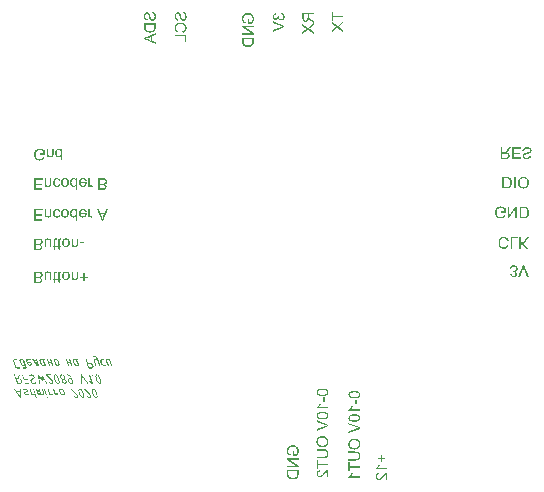
<source format=gbo>
G04 Layer_Color=32896*
%FSLAX25Y25*%
%MOIN*%
G70*
G01*
G75*
G36*
X50787Y161008D02*
X50782Y160880D01*
X50776Y160764D01*
X50765Y160658D01*
X50754Y160570D01*
X50743Y160492D01*
X50738Y160436D01*
X50732Y160420D01*
X50726Y160403D01*
Y160398D01*
Y160392D01*
X50699Y160292D01*
X50665Y160203D01*
X50638Y160126D01*
X50604Y160059D01*
X50577Y160003D01*
X50554Y159965D01*
X50538Y159942D01*
X50532Y159931D01*
X50482Y159859D01*
X50421Y159798D01*
X50366Y159737D01*
X50310Y159687D01*
X50260Y159643D01*
X50221Y159609D01*
X50194Y159587D01*
X50182Y159582D01*
X50094Y159526D01*
X49999Y159471D01*
X49911Y159426D01*
X49822Y159393D01*
X49744Y159360D01*
X49683Y159337D01*
X49661Y159332D01*
X49644Y159326D01*
X49633Y159321D01*
X49627D01*
X49494Y159288D01*
X49361Y159260D01*
X49233Y159243D01*
X49111Y159226D01*
X49006Y159221D01*
X48961D01*
X48923Y159215D01*
X48851D01*
X48662Y159221D01*
X48490Y159238D01*
X48334Y159265D01*
X48262Y159276D01*
X48201Y159293D01*
X48140Y159310D01*
X48090Y159321D01*
X48046Y159332D01*
X48007Y159348D01*
X47974Y159354D01*
X47951Y159365D01*
X47940Y159371D01*
X47935D01*
X47790Y159432D01*
X47663Y159504D01*
X47552Y159582D01*
X47457Y159654D01*
X47380Y159720D01*
X47324Y159776D01*
X47308Y159798D01*
X47291Y159815D01*
X47285Y159820D01*
X47280Y159826D01*
X47208Y159915D01*
X47152Y160009D01*
X47102Y160103D01*
X47063Y160192D01*
X47036Y160270D01*
X47019Y160331D01*
X47008Y160353D01*
Y160370D01*
X47002Y160381D01*
Y160386D01*
X46986Y160481D01*
X46969Y160592D01*
X46958Y160703D01*
X46952Y160814D01*
X46947Y160914D01*
Y160958D01*
Y160997D01*
Y161025D01*
Y161047D01*
Y161064D01*
Y161069D01*
Y162390D01*
X50787D01*
Y161008D01*
D02*
G37*
G36*
X49694Y166131D02*
X49827Y166108D01*
X49944Y166075D01*
X50049Y166036D01*
X50133Y165997D01*
X50166Y165981D01*
X50194Y165970D01*
X50216Y165953D01*
X50232Y165947D01*
X50244Y165936D01*
X50249D01*
X50354Y165853D01*
X50449Y165764D01*
X50526Y165670D01*
X50593Y165581D01*
X50643Y165504D01*
X50676Y165437D01*
X50687Y165415D01*
X50699Y165398D01*
X50704Y165387D01*
Y165381D01*
X50754Y165243D01*
X50793Y165098D01*
X50815Y164954D01*
X50837Y164815D01*
X50843Y164749D01*
X50849Y164693D01*
Y164643D01*
X50854Y164599D01*
Y164560D01*
Y164532D01*
Y164516D01*
Y164510D01*
X50849Y164360D01*
X50832Y164221D01*
X50804Y164094D01*
X50776Y163988D01*
X50754Y163900D01*
X50738Y163861D01*
X50726Y163827D01*
X50715Y163805D01*
X50710Y163788D01*
X50704Y163777D01*
Y163772D01*
X50643Y163655D01*
X50577Y163555D01*
X50504Y163467D01*
X50438Y163394D01*
X50382Y163339D01*
X50332Y163300D01*
X50299Y163272D01*
X50293Y163267D01*
X50288D01*
X50182Y163206D01*
X50082Y163161D01*
X49988Y163134D01*
X49899Y163111D01*
X49822Y163100D01*
X49761Y163089D01*
X49711D01*
X49600Y163095D01*
X49494Y163111D01*
X49400Y163139D01*
X49322Y163167D01*
X49256Y163200D01*
X49206Y163222D01*
X49178Y163245D01*
X49167Y163250D01*
X49084Y163317D01*
X49006Y163394D01*
X48939Y163478D01*
X48878Y163561D01*
X48834Y163633D01*
X48801Y163694D01*
X48789Y163716D01*
X48778Y163733D01*
X48773Y163744D01*
Y163750D01*
X48750Y163794D01*
X48734Y163850D01*
X48712Y163911D01*
X48689Y163977D01*
X48651Y164116D01*
X48612Y164260D01*
X48595Y164327D01*
X48579Y164388D01*
X48562Y164449D01*
X48551Y164499D01*
X48540Y164538D01*
X48534Y164571D01*
X48529Y164593D01*
Y164599D01*
X48501Y164710D01*
X48479Y164810D01*
X48451Y164899D01*
X48429Y164976D01*
X48401Y165048D01*
X48379Y165109D01*
X48357Y165165D01*
X48340Y165215D01*
X48318Y165254D01*
X48301Y165287D01*
X48290Y165309D01*
X48273Y165331D01*
X48257Y165359D01*
X48251Y165365D01*
X48195Y165415D01*
X48140Y165448D01*
X48085Y165476D01*
X48029Y165492D01*
X47985Y165504D01*
X47946Y165509D01*
X47912D01*
X47824Y165498D01*
X47746Y165476D01*
X47679Y165442D01*
X47618Y165404D01*
X47574Y165370D01*
X47535Y165337D01*
X47513Y165315D01*
X47507Y165304D01*
X47480Y165259D01*
X47452Y165215D01*
X47407Y165109D01*
X47380Y164998D01*
X47357Y164887D01*
X47346Y164787D01*
X47341Y164743D01*
X47335Y164710D01*
Y164676D01*
Y164654D01*
Y164638D01*
Y164632D01*
X47341Y164477D01*
X47363Y164338D01*
X47396Y164227D01*
X47430Y164133D01*
X47463Y164060D01*
X47496Y164005D01*
X47519Y163977D01*
X47524Y163966D01*
X47602Y163888D01*
X47685Y163827D01*
X47774Y163777D01*
X47862Y163744D01*
X47946Y163722D01*
X48007Y163705D01*
X48035Y163700D01*
X48051Y163694D01*
X48068D01*
X48029Y163206D01*
X47907Y163217D01*
X47796Y163245D01*
X47690Y163272D01*
X47602Y163311D01*
X47530Y163345D01*
X47474Y163372D01*
X47457Y163383D01*
X47441Y163394D01*
X47435Y163400D01*
X47430D01*
X47335Y163472D01*
X47252Y163550D01*
X47180Y163633D01*
X47124Y163716D01*
X47074Y163788D01*
X47047Y163844D01*
X47036Y163866D01*
X47025Y163883D01*
X47019Y163894D01*
Y163900D01*
X46975Y164022D01*
X46941Y164155D01*
X46913Y164277D01*
X46897Y164393D01*
X46886Y164499D01*
Y164538D01*
X46880Y164577D01*
Y164604D01*
Y164632D01*
Y164643D01*
Y164649D01*
X46886Y164793D01*
X46902Y164921D01*
X46925Y165043D01*
X46947Y165148D01*
X46969Y165232D01*
X46980Y165270D01*
X46991Y165298D01*
X47002Y165320D01*
X47008Y165337D01*
X47013Y165348D01*
Y165354D01*
X47069Y165465D01*
X47130Y165565D01*
X47197Y165648D01*
X47258Y165714D01*
X47313Y165764D01*
X47357Y165803D01*
X47391Y165831D01*
X47396Y165837D01*
X47402D01*
X47496Y165892D01*
X47591Y165931D01*
X47685Y165959D01*
X47768Y165975D01*
X47840Y165986D01*
X47896Y165997D01*
X47946D01*
X48040Y165992D01*
X48129Y165975D01*
X48212Y165953D01*
X48284Y165931D01*
X48340Y165909D01*
X48384Y165886D01*
X48412Y165870D01*
X48423Y165864D01*
X48501Y165809D01*
X48573Y165742D01*
X48634Y165675D01*
X48684Y165609D01*
X48728Y165553D01*
X48756Y165504D01*
X48778Y165470D01*
X48784Y165465D01*
Y165459D01*
X48806Y165415D01*
X48828Y165365D01*
X48867Y165254D01*
X48906Y165126D01*
X48945Y165004D01*
X48978Y164893D01*
X48989Y164843D01*
X49000Y164799D01*
X49011Y164765D01*
X49017Y164738D01*
X49022Y164721D01*
Y164715D01*
X49045Y164621D01*
X49067Y164532D01*
X49089Y164454D01*
X49106Y164388D01*
X49122Y164321D01*
X49139Y164266D01*
X49150Y164216D01*
X49167Y164177D01*
X49178Y164138D01*
X49183Y164110D01*
X49200Y164066D01*
X49206Y164038D01*
X49211Y164033D01*
X49244Y163950D01*
X49283Y163877D01*
X49322Y163816D01*
X49356Y163772D01*
X49389Y163733D01*
X49411Y163711D01*
X49428Y163694D01*
X49433Y163689D01*
X49483Y163650D01*
X49539Y163622D01*
X49594Y163605D01*
X49639Y163589D01*
X49683Y163583D01*
X49716Y163578D01*
X49749D01*
X49816Y163583D01*
X49877Y163594D01*
X49933Y163611D01*
X49977Y163633D01*
X50021Y163655D01*
X50049Y163672D01*
X50071Y163683D01*
X50077Y163689D01*
X50133Y163733D01*
X50177Y163788D01*
X50216Y163844D01*
X50255Y163894D01*
X50277Y163944D01*
X50299Y163983D01*
X50310Y164011D01*
X50316Y164022D01*
X50343Y164105D01*
X50366Y164194D01*
X50377Y164283D01*
X50388Y164360D01*
X50393Y164427D01*
X50399Y164482D01*
Y164505D01*
Y164521D01*
Y164527D01*
Y164532D01*
X50393Y164654D01*
X50382Y164765D01*
X50366Y164865D01*
X50343Y164954D01*
X50321Y165026D01*
X50305Y165082D01*
X50299Y165098D01*
X50293Y165115D01*
X50288Y165120D01*
Y165126D01*
X50244Y165215D01*
X50194Y165298D01*
X50144Y165359D01*
X50094Y165415D01*
X50055Y165459D01*
X50016Y165487D01*
X49994Y165504D01*
X49988Y165509D01*
X49916Y165548D01*
X49838Y165587D01*
X49755Y165609D01*
X49683Y165631D01*
X49611Y165648D01*
X49561Y165659D01*
X49539D01*
X49522Y165664D01*
X49511D01*
X49555Y166142D01*
X49694Y166131D01*
D02*
G37*
G36*
X50787Y158399D02*
X49622Y157983D01*
Y156374D01*
X50787Y155924D01*
Y155347D01*
X46947Y156918D01*
Y157473D01*
X50787Y158938D01*
Y158399D01*
D02*
G37*
G36*
X108268Y28524D02*
Y27992D01*
X104427Y26493D01*
Y27009D01*
X107219Y28053D01*
X107335Y28097D01*
X107446Y28136D01*
X107552Y28169D01*
X107646Y28197D01*
X107729Y28225D01*
X107790Y28241D01*
X107813Y28247D01*
X107829Y28252D01*
X107840Y28258D01*
X107846D01*
X107624Y28324D01*
X107518Y28358D01*
X107424Y28391D01*
X107341Y28419D01*
X107308Y28430D01*
X107274Y28436D01*
X107252Y28447D01*
X107235Y28452D01*
X107224Y28458D01*
X107219D01*
X104427Y29457D01*
Y30012D01*
X108268Y28524D01*
D02*
G37*
G36*
X83465Y160958D02*
X80451D01*
X83465Y158949D01*
Y158422D01*
X79624D01*
Y158910D01*
X82643D01*
X79624Y160925D01*
Y161447D01*
X83465D01*
Y160958D01*
D02*
G37*
G36*
X81772Y165737D02*
X81966Y165709D01*
X82055Y165692D01*
X82138Y165676D01*
X82221Y165654D01*
X82293Y165631D01*
X82360Y165609D01*
X82416Y165587D01*
X82471Y165570D01*
X82510Y165554D01*
X82549Y165537D01*
X82571Y165526D01*
X82588Y165515D01*
X82593D01*
X82754Y165415D01*
X82893Y165304D01*
X83015Y165188D01*
X83115Y165076D01*
X83193Y164971D01*
X83220Y164932D01*
X83248Y164893D01*
X83265Y164860D01*
X83281Y164838D01*
X83287Y164821D01*
X83293Y164816D01*
X83337Y164727D01*
X83370Y164638D01*
X83431Y164460D01*
X83470Y164288D01*
X83503Y164127D01*
X83509Y164055D01*
X83520Y163989D01*
X83526Y163928D01*
Y163878D01*
X83531Y163839D01*
Y163811D01*
Y163789D01*
Y163783D01*
X83526Y163628D01*
X83509Y163478D01*
X83481Y163339D01*
X83454Y163217D01*
X83442Y163167D01*
X83431Y163117D01*
X83415Y163073D01*
X83403Y163034D01*
X83392Y163006D01*
X83387Y162984D01*
X83381Y162973D01*
Y162968D01*
X83320Y162818D01*
X83248Y162679D01*
X83170Y162546D01*
X83098Y162429D01*
X83065Y162379D01*
X83032Y162329D01*
X83004Y162290D01*
X82982Y162257D01*
X82960Y162229D01*
X82943Y162207D01*
X82937Y162196D01*
X82932Y162190D01*
X81505D01*
Y163822D01*
X81960D01*
Y162690D01*
X82682D01*
X82737Y162757D01*
X82788Y162834D01*
X82832Y162917D01*
X82871Y162995D01*
X82904Y163062D01*
X82932Y163123D01*
X82943Y163145D01*
X82948Y163156D01*
X82954Y163167D01*
Y163173D01*
X82993Y163289D01*
X83026Y163406D01*
X83048Y163511D01*
X83059Y163611D01*
X83070Y163695D01*
Y163728D01*
X83076Y163761D01*
Y163783D01*
Y163800D01*
Y163811D01*
Y163817D01*
X83070Y163955D01*
X83048Y164089D01*
X83021Y164211D01*
X82993Y164322D01*
X82960Y164410D01*
X82948Y164449D01*
X82937Y164477D01*
X82926Y164505D01*
X82915Y164522D01*
X82910Y164533D01*
Y164538D01*
X82837Y164655D01*
X82760Y164760D01*
X82677Y164849D01*
X82593Y164921D01*
X82516Y164982D01*
X82455Y165021D01*
X82432Y165038D01*
X82416Y165043D01*
X82405Y165054D01*
X82399D01*
X82260Y165110D01*
X82116Y165154D01*
X81972Y165182D01*
X81833Y165204D01*
X81772Y165210D01*
X81716Y165215D01*
X81661Y165221D01*
X81616D01*
X81583Y165226D01*
X81533D01*
X81378Y165221D01*
X81239Y165204D01*
X81106Y165182D01*
X80989Y165154D01*
X80939Y165143D01*
X80895Y165126D01*
X80856Y165115D01*
X80823Y165104D01*
X80795Y165093D01*
X80778Y165088D01*
X80767Y165082D01*
X80762D01*
X80684Y165043D01*
X80612Y165004D01*
X80545Y164965D01*
X80490Y164927D01*
X80445Y164893D01*
X80406Y164866D01*
X80384Y164843D01*
X80379Y164838D01*
X80318Y164777D01*
X80262Y164710D01*
X80218Y164638D01*
X80173Y164571D01*
X80146Y164516D01*
X80118Y164471D01*
X80107Y164438D01*
X80101Y164427D01*
X80062Y164327D01*
X80035Y164227D01*
X80018Y164122D01*
X80001Y164028D01*
X79996Y163944D01*
Y163911D01*
X79990Y163883D01*
Y163856D01*
Y163839D01*
Y163828D01*
Y163822D01*
X79996Y163717D01*
X80007Y163617D01*
X80024Y163528D01*
X80040Y163450D01*
X80062Y163384D01*
X80079Y163334D01*
X80090Y163306D01*
X80096Y163295D01*
X80135Y163212D01*
X80179Y163139D01*
X80223Y163073D01*
X80268Y163023D01*
X80307Y162984D01*
X80334Y162951D01*
X80357Y162934D01*
X80362Y162929D01*
X80429Y162879D01*
X80506Y162840D01*
X80579Y162801D01*
X80656Y162768D01*
X80723Y162745D01*
X80773Y162729D01*
X80795Y162723D01*
X80812Y162718D01*
X80817Y162712D01*
X80823D01*
X80701Y162251D01*
X80562Y162290D01*
X80440Y162340D01*
X80329Y162390D01*
X80240Y162435D01*
X80168Y162479D01*
X80118Y162512D01*
X80085Y162535D01*
X80073Y162546D01*
X79985Y162623D01*
X79913Y162707D01*
X79846Y162795D01*
X79791Y162879D01*
X79752Y162956D01*
X79718Y163017D01*
X79707Y163040D01*
X79702Y163056D01*
X79696Y163067D01*
Y163073D01*
X79652Y163201D01*
X79618Y163334D01*
X79591Y163456D01*
X79574Y163572D01*
X79563Y163678D01*
Y163722D01*
X79557Y163756D01*
Y163789D01*
Y163811D01*
Y163822D01*
Y163828D01*
Y163933D01*
X79568Y164033D01*
X79596Y164227D01*
X79613Y164316D01*
X79635Y164399D01*
X79652Y164477D01*
X79674Y164549D01*
X79696Y164616D01*
X79718Y164671D01*
X79741Y164721D01*
X79757Y164766D01*
X79774Y164799D01*
X79785Y164821D01*
X79791Y164838D01*
X79796Y164843D01*
X79846Y164921D01*
X79896Y164999D01*
X80013Y165132D01*
X80129Y165249D01*
X80251Y165343D01*
X80357Y165421D01*
X80401Y165448D01*
X80445Y165471D01*
X80479Y165493D01*
X80501Y165504D01*
X80518Y165509D01*
X80523Y165515D01*
X80706Y165593D01*
X80889Y165648D01*
X81067Y165692D01*
X81150Y165704D01*
X81228Y165720D01*
X81300Y165726D01*
X81361Y165737D01*
X81422Y165743D01*
X81472D01*
X81511Y165748D01*
X81567D01*
X81772Y165737D01*
D02*
G37*
G36*
X83465Y156185D02*
X83459Y156058D01*
X83454Y155941D01*
X83442Y155836D01*
X83431Y155747D01*
X83420Y155669D01*
X83415Y155614D01*
X83409Y155597D01*
X83403Y155580D01*
Y155575D01*
Y155569D01*
X83376Y155469D01*
X83342Y155381D01*
X83315Y155303D01*
X83281Y155236D01*
X83254Y155181D01*
X83232Y155142D01*
X83215Y155120D01*
X83209Y155109D01*
X83159Y155036D01*
X83098Y154975D01*
X83043Y154914D01*
X82987Y154865D01*
X82937Y154820D01*
X82898Y154787D01*
X82871Y154765D01*
X82860Y154759D01*
X82771Y154703D01*
X82677Y154648D01*
X82588Y154604D01*
X82499Y154570D01*
X82421Y154537D01*
X82360Y154515D01*
X82338Y154509D01*
X82321Y154504D01*
X82310Y154498D01*
X82305D01*
X82171Y154465D01*
X82038Y154437D01*
X81911Y154420D01*
X81788Y154404D01*
X81683Y154398D01*
X81639D01*
X81600Y154393D01*
X81528D01*
X81339Y154398D01*
X81167Y154415D01*
X81011Y154443D01*
X80939Y154454D01*
X80878Y154470D01*
X80817Y154487D01*
X80767Y154498D01*
X80723Y154509D01*
X80684Y154526D01*
X80651Y154532D01*
X80629Y154543D01*
X80617Y154548D01*
X80612D01*
X80468Y154609D01*
X80340Y154681D01*
X80229Y154759D01*
X80135Y154831D01*
X80057Y154898D01*
X80001Y154953D01*
X79985Y154975D01*
X79968Y154992D01*
X79962Y154998D01*
X79957Y155003D01*
X79885Y155092D01*
X79829Y155186D01*
X79779Y155281D01*
X79741Y155369D01*
X79713Y155447D01*
X79696Y155508D01*
X79685Y155531D01*
Y155547D01*
X79680Y155558D01*
Y155564D01*
X79663Y155658D01*
X79646Y155769D01*
X79635Y155880D01*
X79629Y155991D01*
X79624Y156091D01*
Y156135D01*
Y156174D01*
Y156202D01*
Y156224D01*
Y156241D01*
Y156246D01*
Y157567D01*
X83465D01*
Y156185D01*
D02*
G37*
G36*
X106592Y24684D02*
X106764Y24661D01*
X106930Y24628D01*
X107002Y24606D01*
X107074Y24584D01*
X107135Y24567D01*
X107191Y24545D01*
X107241Y24528D01*
X107285Y24512D01*
X107319Y24501D01*
X107341Y24489D01*
X107358Y24478D01*
X107363D01*
X107524Y24384D01*
X107663Y24284D01*
X107785Y24173D01*
X107885Y24068D01*
X107968Y23973D01*
X108001Y23934D01*
X108024Y23901D01*
X108046Y23868D01*
X108062Y23846D01*
X108068Y23835D01*
X108073Y23829D01*
X108118Y23746D01*
X108157Y23663D01*
X108223Y23496D01*
X108268Y23335D01*
X108301Y23185D01*
X108312Y23113D01*
X108318Y23052D01*
X108329Y22997D01*
Y22947D01*
X108334Y22913D01*
Y22880D01*
Y22863D01*
Y22858D01*
X108323Y22675D01*
X108296Y22503D01*
X108262Y22342D01*
X108240Y22269D01*
X108218Y22203D01*
X108196Y22142D01*
X108173Y22086D01*
X108157Y22042D01*
X108140Y22003D01*
X108123Y21970D01*
X108112Y21942D01*
X108101Y21931D01*
Y21925D01*
X108001Y21770D01*
X107890Y21637D01*
X107774Y21526D01*
X107663Y21431D01*
X107557Y21354D01*
X107518Y21326D01*
X107480Y21304D01*
X107446Y21282D01*
X107424Y21271D01*
X107407Y21259D01*
X107402D01*
X107313Y21215D01*
X107224Y21182D01*
X107047Y21121D01*
X106869Y21076D01*
X106708Y21048D01*
X106636Y21043D01*
X106569Y21032D01*
X106508Y21026D01*
X106458D01*
X106414Y21021D01*
X106359D01*
X106148Y21032D01*
X105953Y21054D01*
X105865Y21071D01*
X105776Y21093D01*
X105698Y21115D01*
X105626Y21132D01*
X105559Y21154D01*
X105498Y21176D01*
X105448Y21193D01*
X105404Y21215D01*
X105371Y21226D01*
X105348Y21237D01*
X105332Y21248D01*
X105326D01*
X105165Y21337D01*
X105021Y21442D01*
X104899Y21553D01*
X104799Y21653D01*
X104721Y21748D01*
X104688Y21792D01*
X104660Y21825D01*
X104644Y21859D01*
X104627Y21881D01*
X104621Y21892D01*
X104616Y21898D01*
X104571Y21981D01*
X104533Y22064D01*
X104466Y22225D01*
X104422Y22392D01*
X104394Y22536D01*
X104383Y22603D01*
X104372Y22669D01*
X104366Y22719D01*
Y22769D01*
X104360Y22808D01*
Y22836D01*
Y22852D01*
Y22858D01*
X104366Y23008D01*
X104383Y23146D01*
X104411Y23280D01*
X104444Y23407D01*
X104488Y23524D01*
X104533Y23635D01*
X104583Y23735D01*
X104632Y23823D01*
X104682Y23907D01*
X104732Y23979D01*
X104777Y24040D01*
X104821Y24090D01*
X104855Y24129D01*
X104882Y24162D01*
X104899Y24179D01*
X104904Y24184D01*
X105010Y24273D01*
X105121Y24351D01*
X105243Y24423D01*
X105365Y24478D01*
X105493Y24528D01*
X105615Y24573D01*
X105737Y24606D01*
X105853Y24628D01*
X105965Y24650D01*
X106070Y24667D01*
X106164Y24678D01*
X106242Y24689D01*
X106309D01*
X106359Y24695D01*
X106403D01*
X106592Y24684D01*
D02*
G37*
G36*
X106569Y32787D02*
X106753Y32776D01*
X106919Y32759D01*
X107074Y32731D01*
X107219Y32704D01*
X107346Y32670D01*
X107463Y32637D01*
X107563Y32604D01*
X107652Y32570D01*
X107729Y32531D01*
X107796Y32504D01*
X107846Y32476D01*
X107890Y32448D01*
X107918Y32432D01*
X107935Y32420D01*
X107940Y32415D01*
X108007Y32354D01*
X108068Y32287D01*
X108123Y32215D01*
X108168Y32143D01*
X108207Y32071D01*
X108240Y31999D01*
X108262Y31927D01*
X108284Y31860D01*
X108301Y31793D01*
X108312Y31732D01*
X108323Y31677D01*
X108329Y31632D01*
X108334Y31593D01*
Y31560D01*
Y31543D01*
Y31538D01*
X108323Y31388D01*
X108301Y31249D01*
X108262Y31133D01*
X108223Y31033D01*
X108185Y30950D01*
X108162Y30922D01*
X108146Y30894D01*
X108134Y30872D01*
X108123Y30855D01*
X108112Y30850D01*
Y30844D01*
X108018Y30744D01*
X107918Y30661D01*
X107807Y30589D01*
X107707Y30533D01*
X107613Y30489D01*
X107574Y30467D01*
X107535Y30456D01*
X107507Y30445D01*
X107485Y30433D01*
X107474Y30428D01*
X107468D01*
X107385Y30400D01*
X107302Y30378D01*
X107124Y30345D01*
X106941Y30317D01*
X106764Y30300D01*
X106686Y30295D01*
X106614Y30289D01*
X106547D01*
X106486Y30284D01*
X106270D01*
X106170Y30289D01*
X106081D01*
X105992Y30295D01*
X105914Y30306D01*
X105837Y30311D01*
X105770Y30317D01*
X105709Y30328D01*
X105654Y30334D01*
X105604Y30345D01*
X105565Y30350D01*
X105532Y30356D01*
X105504Y30361D01*
X105487Y30367D01*
X105476Y30373D01*
X105471D01*
X105348Y30406D01*
X105237Y30445D01*
X105143Y30489D01*
X105060Y30522D01*
X104988Y30561D01*
X104938Y30583D01*
X104910Y30606D01*
X104899Y30611D01*
X104816Y30672D01*
X104744Y30733D01*
X104682Y30800D01*
X104627Y30861D01*
X104588Y30916D01*
X104560Y30961D01*
X104544Y30988D01*
X104538Y30994D01*
Y31000D01*
X104494Y31088D01*
X104466Y31183D01*
X104444Y31272D01*
X104427Y31355D01*
X104416Y31427D01*
X104411Y31488D01*
Y31510D01*
Y31527D01*
Y31532D01*
Y31538D01*
X104422Y31688D01*
X104444Y31827D01*
X104483Y31943D01*
X104522Y32043D01*
X104566Y32126D01*
X104583Y32160D01*
X104605Y32187D01*
X104616Y32210D01*
X104627Y32226D01*
X104638Y32232D01*
Y32237D01*
X104727Y32337D01*
X104832Y32420D01*
X104938Y32493D01*
X105038Y32548D01*
X105132Y32592D01*
X105171Y32615D01*
X105210Y32626D01*
X105237Y32637D01*
X105260Y32648D01*
X105271Y32653D01*
X105276D01*
X105359Y32676D01*
X105443Y32698D01*
X105626Y32731D01*
X105809Y32759D01*
X105981Y32776D01*
X106064Y32781D01*
X106137Y32787D01*
X106203D01*
X106264Y32792D01*
X106375D01*
X106569Y32787D01*
D02*
G37*
G36*
X16741Y118763D02*
Y118647D01*
X16735Y118552D01*
X16730Y118474D01*
Y118408D01*
X16724Y118363D01*
X16719Y118330D01*
X16713Y118308D01*
Y118302D01*
X16696Y118230D01*
X16669Y118164D01*
X16646Y118108D01*
X16624Y118053D01*
X16597Y118014D01*
X16580Y117986D01*
X16569Y117964D01*
X16563Y117958D01*
X16519Y117903D01*
X16469Y117858D01*
X16419Y117814D01*
X16363Y117781D01*
X16319Y117753D01*
X16280Y117736D01*
X16258Y117725D01*
X16247Y117720D01*
X16169Y117686D01*
X16086Y117664D01*
X16008Y117648D01*
X15936Y117636D01*
X15875Y117631D01*
X15831Y117625D01*
X15786D01*
X15681Y117631D01*
X15581Y117648D01*
X15492Y117670D01*
X15403Y117697D01*
X15326Y117731D01*
X15253Y117770D01*
X15187Y117814D01*
X15131Y117853D01*
X15076Y117897D01*
X15031Y117942D01*
X14993Y117981D01*
X14959Y118014D01*
X14937Y118042D01*
X14920Y118064D01*
X14909Y118080D01*
X14904Y118086D01*
Y117686D01*
X14482D01*
Y120472D01*
X14954D01*
Y118957D01*
Y118863D01*
X14965Y118769D01*
X14976Y118691D01*
X14987Y118619D01*
X15004Y118552D01*
X15020Y118491D01*
X15043Y118436D01*
X15065Y118391D01*
X15081Y118352D01*
X15104Y118319D01*
X15120Y118291D01*
X15137Y118269D01*
X15159Y118241D01*
X15170Y118230D01*
X15253Y118164D01*
X15342Y118119D01*
X15431Y118086D01*
X15509Y118058D01*
X15581Y118047D01*
X15636Y118042D01*
X15659Y118036D01*
X15686D01*
X15753Y118042D01*
X15820Y118047D01*
X15875Y118064D01*
X15919Y118080D01*
X15958Y118097D01*
X15992Y118108D01*
X16008Y118119D01*
X16014Y118125D01*
X16064Y118158D01*
X16108Y118197D01*
X16141Y118236D01*
X16169Y118269D01*
X16186Y118302D01*
X16203Y118330D01*
X16214Y118347D01*
Y118352D01*
X16230Y118413D01*
X16247Y118480D01*
X16258Y118552D01*
X16263Y118624D01*
X16269Y118685D01*
Y118735D01*
Y118774D01*
Y118780D01*
Y118785D01*
Y120472D01*
X16741D01*
Y118763D01*
D02*
G37*
G36*
X26731Y110680D02*
X26886Y110652D01*
X27025Y110619D01*
X27081Y110597D01*
X27136Y110574D01*
X27186Y110552D01*
X27230Y110530D01*
X27264Y110513D01*
X27297Y110497D01*
X27319Y110480D01*
X27336Y110469D01*
X27347Y110458D01*
X27352D01*
X27463Y110358D01*
X27552Y110252D01*
X27630Y110142D01*
X27685Y110036D01*
X27730Y109942D01*
X27746Y109897D01*
X27763Y109864D01*
X27774Y109831D01*
X27780Y109809D01*
X27785Y109797D01*
Y109792D01*
X27297Y109731D01*
X27253Y109836D01*
X27203Y109925D01*
X27153Y110003D01*
X27108Y110064D01*
X27069Y110108D01*
X27036Y110142D01*
X27008Y110164D01*
X27003Y110169D01*
X26931Y110214D01*
X26858Y110247D01*
X26781Y110269D01*
X26714Y110286D01*
X26653Y110297D01*
X26603Y110302D01*
X26559D01*
X26492Y110297D01*
X26431Y110291D01*
X26320Y110264D01*
X26220Y110225D01*
X26131Y110180D01*
X26065Y110142D01*
X26015Y110103D01*
X25982Y110075D01*
X25976Y110064D01*
X25971D01*
X25893Y109964D01*
X25832Y109853D01*
X25787Y109731D01*
X25754Y109620D01*
X25737Y109520D01*
X25726Y109476D01*
X25721Y109437D01*
Y109403D01*
X25715Y109381D01*
Y109364D01*
Y109359D01*
X27796D01*
X27802Y109303D01*
Y109265D01*
Y109242D01*
Y109237D01*
X27796Y109109D01*
X27785Y108993D01*
X27769Y108882D01*
X27746Y108776D01*
X27719Y108682D01*
X27691Y108593D01*
X27658Y108515D01*
X27624Y108443D01*
X27591Y108377D01*
X27558Y108321D01*
X27530Y108277D01*
X27502Y108238D01*
X27480Y108205D01*
X27463Y108182D01*
X27452Y108171D01*
X27447Y108166D01*
X27380Y108099D01*
X27308Y108038D01*
X27230Y107988D01*
X27153Y107944D01*
X27075Y107905D01*
X27003Y107877D01*
X26925Y107849D01*
X26858Y107833D01*
X26786Y107816D01*
X26725Y107805D01*
X26670Y107794D01*
X26625Y107788D01*
X26586Y107783D01*
X26531D01*
X26426Y107788D01*
X26326Y107799D01*
X26231Y107816D01*
X26142Y107844D01*
X26059Y107872D01*
X25982Y107905D01*
X25909Y107938D01*
X25848Y107977D01*
X25787Y108010D01*
X25737Y108049D01*
X25693Y108082D01*
X25660Y108110D01*
X25632Y108138D01*
X25610Y108155D01*
X25599Y108166D01*
X25593Y108171D01*
X25532Y108249D01*
X25477Y108332D01*
X25427Y108415D01*
X25382Y108504D01*
X25349Y108599D01*
X25321Y108687D01*
X25277Y108865D01*
X25260Y108943D01*
X25249Y109020D01*
X25243Y109087D01*
X25238Y109148D01*
X25232Y109198D01*
Y109231D01*
Y109259D01*
Y109265D01*
X25238Y109387D01*
X25249Y109503D01*
X25266Y109614D01*
X25288Y109714D01*
X25316Y109809D01*
X25343Y109897D01*
X25377Y109975D01*
X25410Y110047D01*
X25443Y110108D01*
X25477Y110164D01*
X25504Y110208D01*
X25532Y110247D01*
X25554Y110280D01*
X25571Y110302D01*
X25582Y110314D01*
X25587Y110319D01*
X25660Y110386D01*
X25732Y110441D01*
X25809Y110491D01*
X25893Y110536D01*
X25971Y110569D01*
X26054Y110602D01*
X26209Y110647D01*
X26281Y110658D01*
X26348Y110669D01*
X26409Y110680D01*
X26459Y110685D01*
X26498Y110691D01*
X26559D01*
X26731Y110680D01*
D02*
G37*
G36*
X18578Y120528D02*
X18667Y120517D01*
X18750Y120495D01*
X18822Y120467D01*
X18894Y120439D01*
X18961Y120406D01*
X19016Y120367D01*
X19066Y120328D01*
X19116Y120289D01*
X19155Y120250D01*
X19188Y120217D01*
X19216Y120189D01*
X19238Y120162D01*
X19255Y120139D01*
X19261Y120128D01*
X19266Y120123D01*
Y120472D01*
X19704D01*
Y116632D01*
X19233D01*
Y118008D01*
X19183Y117947D01*
X19127Y117897D01*
X19077Y117847D01*
X19022Y117808D01*
X18978Y117781D01*
X18944Y117753D01*
X18922Y117742D01*
X18911Y117736D01*
X18839Y117697D01*
X18761Y117670D01*
X18683Y117653D01*
X18611Y117636D01*
X18550Y117631D01*
X18506Y117625D01*
X18461D01*
X18339Y117631D01*
X18223Y117653D01*
X18117Y117681D01*
X18028Y117714D01*
X17951Y117753D01*
X17895Y117781D01*
X17873Y117792D01*
X17856Y117803D01*
X17851Y117808D01*
X17845D01*
X17745Y117881D01*
X17662Y117969D01*
X17590Y118053D01*
X17535Y118136D01*
X17490Y118214D01*
X17457Y118275D01*
X17446Y118297D01*
X17435Y118314D01*
X17429Y118325D01*
Y118330D01*
X17385Y118458D01*
X17351Y118591D01*
X17324Y118719D01*
X17307Y118835D01*
X17296Y118935D01*
Y118980D01*
X17290Y119013D01*
Y119046D01*
Y119068D01*
Y119079D01*
Y119085D01*
X17296Y119240D01*
X17312Y119385D01*
X17340Y119512D01*
X17368Y119623D01*
X17379Y119673D01*
X17390Y119712D01*
X17407Y119751D01*
X17418Y119784D01*
X17429Y119806D01*
X17435Y119823D01*
X17440Y119834D01*
Y119840D01*
X17501Y119956D01*
X17573Y120056D01*
X17646Y120145D01*
X17718Y120217D01*
X17779Y120273D01*
X17829Y120317D01*
X17862Y120339D01*
X17867Y120350D01*
X17873D01*
X17978Y120411D01*
X18084Y120456D01*
X18189Y120489D01*
X18284Y120511D01*
X18361Y120522D01*
X18428Y120528D01*
X18450Y120534D01*
X18484D01*
X18578Y120528D01*
D02*
G37*
G36*
X59275Y162529D02*
X59470Y162506D01*
X59642Y162479D01*
X59725Y162457D01*
X59797Y162440D01*
X59864Y162423D01*
X59925Y162401D01*
X59980Y162384D01*
X60025Y162373D01*
X60058Y162357D01*
X60086Y162351D01*
X60102Y162340D01*
X60108D01*
X60274Y162257D01*
X60424Y162162D01*
X60552Y162063D01*
X60602Y162013D01*
X60652Y161968D01*
X60696Y161924D01*
X60735Y161879D01*
X60768Y161840D01*
X60790Y161807D01*
X60813Y161785D01*
X60829Y161763D01*
X60835Y161752D01*
X60840Y161746D01*
X60885Y161668D01*
X60924Y161591D01*
X60985Y161424D01*
X61029Y161258D01*
X61057Y161097D01*
X61068Y161019D01*
X61079Y160952D01*
X61085Y160891D01*
Y160842D01*
X61090Y160797D01*
Y160764D01*
Y160742D01*
Y160736D01*
X61085Y160625D01*
X61074Y160520D01*
X61063Y160420D01*
X61040Y160325D01*
X61013Y160237D01*
X60985Y160153D01*
X60957Y160076D01*
X60924Y160003D01*
X60896Y159942D01*
X60868Y159881D01*
X60840Y159837D01*
X60813Y159792D01*
X60790Y159765D01*
X60779Y159737D01*
X60768Y159726D01*
X60763Y159720D01*
X60696Y159643D01*
X60630Y159576D01*
X60552Y159515D01*
X60474Y159454D01*
X60319Y159354D01*
X60163Y159276D01*
X60091Y159243D01*
X60025Y159215D01*
X59964Y159193D01*
X59914Y159177D01*
X59869Y159160D01*
X59836Y159149D01*
X59814Y159143D01*
X59808D01*
X59680Y159654D01*
X59769Y159676D01*
X59853Y159704D01*
X59930Y159731D01*
X60002Y159759D01*
X60069Y159792D01*
X60124Y159826D01*
X60180Y159865D01*
X60230Y159898D01*
X60274Y159926D01*
X60308Y159959D01*
X60341Y159987D01*
X60369Y160009D01*
X60385Y160031D01*
X60402Y160048D01*
X60408Y160053D01*
X60413Y160059D01*
X60457Y160114D01*
X60491Y160176D01*
X60552Y160298D01*
X60596Y160414D01*
X60624Y160531D01*
X60646Y160631D01*
X60652Y160669D01*
Y160708D01*
X60657Y160742D01*
Y160764D01*
Y160775D01*
Y160780D01*
X60652Y160908D01*
X60630Y161030D01*
X60602Y161141D01*
X60568Y161241D01*
X60535Y161319D01*
X60519Y161352D01*
X60508Y161380D01*
X60496Y161402D01*
X60485Y161419D01*
X60480Y161430D01*
Y161435D01*
X60402Y161541D01*
X60319Y161630D01*
X60224Y161707D01*
X60136Y161768D01*
X60058Y161818D01*
X59991Y161852D01*
X59964Y161863D01*
X59947Y161874D01*
X59936Y161879D01*
X59930D01*
X59786Y161924D01*
X59642Y161957D01*
X59497Y161985D01*
X59364Y162001D01*
X59303Y162007D01*
X59248Y162013D01*
X59198D01*
X59159Y162018D01*
X59076D01*
X58931Y162013D01*
X58798Y162001D01*
X58676Y161979D01*
X58565Y161957D01*
X58471Y161940D01*
X58432Y161929D01*
X58398Y161918D01*
X58371Y161913D01*
X58354Y161907D01*
X58343Y161901D01*
X58337D01*
X58210Y161846D01*
X58093Y161785D01*
X57999Y161718D01*
X57916Y161646D01*
X57849Y161585D01*
X57805Y161535D01*
X57777Y161496D01*
X57766Y161491D01*
Y161485D01*
X57694Y161369D01*
X57638Y161241D01*
X57599Y161119D01*
X57577Y161002D01*
X57560Y160897D01*
X57555Y160853D01*
Y160814D01*
X57549Y160786D01*
Y160764D01*
Y160747D01*
Y160742D01*
X57555Y160603D01*
X57577Y160475D01*
X57610Y160370D01*
X57644Y160275D01*
X57683Y160203D01*
X57710Y160148D01*
X57732Y160114D01*
X57744Y160103D01*
X57827Y160014D01*
X57921Y159931D01*
X58021Y159865D01*
X58121Y159809D01*
X58210Y159765D01*
X58254Y159748D01*
X58288Y159737D01*
X58315Y159726D01*
X58337Y159715D01*
X58349Y159709D01*
X58354D01*
X58237Y159210D01*
X58138Y159243D01*
X58049Y159276D01*
X57966Y159321D01*
X57882Y159360D01*
X57810Y159404D01*
X57744Y159454D01*
X57677Y159498D01*
X57622Y159543D01*
X57577Y159587D01*
X57533Y159626D01*
X57494Y159665D01*
X57466Y159693D01*
X57438Y159720D01*
X57422Y159743D01*
X57416Y159754D01*
X57411Y159759D01*
X57361Y159837D01*
X57311Y159915D01*
X57272Y159992D01*
X57239Y160076D01*
X57189Y160242D01*
X57155Y160392D01*
X57139Y160464D01*
X57133Y160525D01*
X57127Y160586D01*
X57122Y160636D01*
X57116Y160675D01*
Y160703D01*
Y160725D01*
Y160731D01*
X57127Y160914D01*
X57155Y161091D01*
X57189Y161247D01*
X57211Y161319D01*
X57233Y161385D01*
X57255Y161446D01*
X57277Y161502D01*
X57294Y161546D01*
X57311Y161591D01*
X57327Y161618D01*
X57338Y161641D01*
X57344Y161657D01*
X57349Y161663D01*
X57444Y161813D01*
X57555Y161940D01*
X57666Y162051D01*
X57777Y162146D01*
X57877Y162218D01*
X57921Y162246D01*
X57960Y162268D01*
X57988Y162290D01*
X58010Y162301D01*
X58027Y162307D01*
X58032Y162312D01*
X58204Y162390D01*
X58382Y162445D01*
X58559Y162484D01*
X58720Y162512D01*
X58793Y162523D01*
X58865Y162529D01*
X58920Y162534D01*
X58976D01*
X59014Y162540D01*
X59076D01*
X59275Y162529D01*
D02*
G37*
G36*
X59930Y166131D02*
X60063Y166108D01*
X60180Y166075D01*
X60286Y166036D01*
X60369Y165997D01*
X60402Y165981D01*
X60430Y165970D01*
X60452Y165953D01*
X60469Y165947D01*
X60480Y165936D01*
X60485D01*
X60591Y165853D01*
X60685Y165764D01*
X60763Y165670D01*
X60829Y165581D01*
X60879Y165504D01*
X60913Y165437D01*
X60924Y165415D01*
X60935Y165398D01*
X60940Y165387D01*
Y165381D01*
X60990Y165243D01*
X61029Y165098D01*
X61051Y164954D01*
X61074Y164815D01*
X61079Y164749D01*
X61085Y164693D01*
Y164643D01*
X61090Y164599D01*
Y164560D01*
Y164532D01*
Y164516D01*
Y164510D01*
X61085Y164360D01*
X61068Y164221D01*
X61040Y164094D01*
X61013Y163988D01*
X60990Y163900D01*
X60974Y163861D01*
X60963Y163827D01*
X60952Y163805D01*
X60946Y163788D01*
X60940Y163777D01*
Y163772D01*
X60879Y163655D01*
X60813Y163555D01*
X60741Y163467D01*
X60674Y163394D01*
X60619Y163339D01*
X60568Y163300D01*
X60535Y163272D01*
X60530Y163267D01*
X60524D01*
X60419Y163206D01*
X60319Y163161D01*
X60224Y163134D01*
X60136Y163111D01*
X60058Y163100D01*
X59997Y163089D01*
X59947D01*
X59836Y163095D01*
X59730Y163111D01*
X59636Y163139D01*
X59558Y163167D01*
X59492Y163200D01*
X59442Y163222D01*
X59414Y163245D01*
X59403Y163250D01*
X59320Y163317D01*
X59242Y163394D01*
X59175Y163478D01*
X59114Y163561D01*
X59070Y163633D01*
X59037Y163694D01*
X59026Y163716D01*
X59014Y163733D01*
X59009Y163744D01*
Y163750D01*
X58987Y163794D01*
X58970Y163850D01*
X58948Y163911D01*
X58926Y163977D01*
X58887Y164116D01*
X58848Y164260D01*
X58831Y164327D01*
X58815Y164388D01*
X58798Y164449D01*
X58787Y164499D01*
X58776Y164538D01*
X58770Y164571D01*
X58765Y164593D01*
Y164599D01*
X58737Y164710D01*
X58715Y164810D01*
X58687Y164899D01*
X58665Y164976D01*
X58637Y165048D01*
X58615Y165109D01*
X58593Y165165D01*
X58576Y165215D01*
X58554Y165254D01*
X58537Y165287D01*
X58526Y165309D01*
X58509Y165331D01*
X58493Y165359D01*
X58487Y165365D01*
X58432Y165415D01*
X58376Y165448D01*
X58321Y165476D01*
X58265Y165492D01*
X58221Y165504D01*
X58182Y165509D01*
X58149D01*
X58060Y165498D01*
X57982Y165476D01*
X57916Y165442D01*
X57855Y165404D01*
X57810Y165370D01*
X57771Y165337D01*
X57749Y165315D01*
X57744Y165304D01*
X57716Y165259D01*
X57688Y165215D01*
X57644Y165109D01*
X57616Y164998D01*
X57594Y164887D01*
X57583Y164787D01*
X57577Y164743D01*
X57572Y164710D01*
Y164676D01*
Y164654D01*
Y164638D01*
Y164632D01*
X57577Y164477D01*
X57599Y164338D01*
X57633Y164227D01*
X57666Y164133D01*
X57699Y164060D01*
X57732Y164005D01*
X57755Y163977D01*
X57760Y163966D01*
X57838Y163888D01*
X57921Y163827D01*
X58010Y163777D01*
X58099Y163744D01*
X58182Y163722D01*
X58243Y163705D01*
X58271Y163700D01*
X58288Y163694D01*
X58304D01*
X58265Y163206D01*
X58143Y163217D01*
X58032Y163245D01*
X57927Y163272D01*
X57838Y163311D01*
X57766Y163345D01*
X57710Y163372D01*
X57694Y163383D01*
X57677Y163394D01*
X57671Y163400D01*
X57666D01*
X57572Y163472D01*
X57488Y163550D01*
X57416Y163633D01*
X57361Y163716D01*
X57311Y163788D01*
X57283Y163844D01*
X57272Y163866D01*
X57261Y163883D01*
X57255Y163894D01*
Y163900D01*
X57211Y164022D01*
X57178Y164155D01*
X57150Y164277D01*
X57133Y164393D01*
X57122Y164499D01*
Y164538D01*
X57116Y164577D01*
Y164604D01*
Y164632D01*
Y164643D01*
Y164649D01*
X57122Y164793D01*
X57139Y164921D01*
X57161Y165043D01*
X57183Y165148D01*
X57205Y165232D01*
X57216Y165270D01*
X57227Y165298D01*
X57239Y165320D01*
X57244Y165337D01*
X57250Y165348D01*
Y165354D01*
X57305Y165465D01*
X57366Y165565D01*
X57433Y165648D01*
X57494Y165714D01*
X57549Y165764D01*
X57594Y165803D01*
X57627Y165831D01*
X57633Y165837D01*
X57638D01*
X57732Y165892D01*
X57827Y165931D01*
X57921Y165959D01*
X58004Y165975D01*
X58077Y165986D01*
X58132Y165997D01*
X58182D01*
X58276Y165992D01*
X58365Y165975D01*
X58448Y165953D01*
X58521Y165931D01*
X58576Y165909D01*
X58621Y165886D01*
X58648Y165870D01*
X58659Y165864D01*
X58737Y165809D01*
X58809Y165742D01*
X58870Y165675D01*
X58920Y165609D01*
X58965Y165553D01*
X58992Y165504D01*
X59014Y165470D01*
X59020Y165465D01*
Y165459D01*
X59042Y165415D01*
X59065Y165365D01*
X59103Y165254D01*
X59142Y165126D01*
X59181Y165004D01*
X59214Y164893D01*
X59225Y164843D01*
X59237Y164799D01*
X59248Y164765D01*
X59253Y164738D01*
X59259Y164721D01*
Y164715D01*
X59281Y164621D01*
X59303Y164532D01*
X59325Y164454D01*
X59342Y164388D01*
X59359Y164321D01*
X59375Y164266D01*
X59386Y164216D01*
X59403Y164177D01*
X59414Y164138D01*
X59420Y164110D01*
X59436Y164066D01*
X59442Y164038D01*
X59447Y164033D01*
X59481Y163950D01*
X59520Y163877D01*
X59558Y163816D01*
X59592Y163772D01*
X59625Y163733D01*
X59647Y163711D01*
X59664Y163694D01*
X59669Y163689D01*
X59719Y163650D01*
X59775Y163622D01*
X59830Y163605D01*
X59875Y163589D01*
X59919Y163583D01*
X59952Y163578D01*
X59986D01*
X60052Y163583D01*
X60113Y163594D01*
X60169Y163611D01*
X60213Y163633D01*
X60258Y163655D01*
X60286Y163672D01*
X60308Y163683D01*
X60313Y163689D01*
X60369Y163733D01*
X60413Y163788D01*
X60452Y163844D01*
X60491Y163894D01*
X60513Y163944D01*
X60535Y163983D01*
X60546Y164011D01*
X60552Y164022D01*
X60580Y164105D01*
X60602Y164194D01*
X60613Y164283D01*
X60624Y164360D01*
X60630Y164427D01*
X60635Y164482D01*
Y164505D01*
Y164521D01*
Y164527D01*
Y164532D01*
X60630Y164654D01*
X60619Y164765D01*
X60602Y164865D01*
X60580Y164954D01*
X60557Y165026D01*
X60541Y165082D01*
X60535Y165098D01*
X60530Y165115D01*
X60524Y165120D01*
Y165126D01*
X60480Y165215D01*
X60430Y165298D01*
X60380Y165359D01*
X60330Y165415D01*
X60291Y165459D01*
X60252Y165487D01*
X60230Y165504D01*
X60224Y165509D01*
X60152Y165548D01*
X60075Y165587D01*
X59991Y165609D01*
X59919Y165631D01*
X59847Y165648D01*
X59797Y165659D01*
X59775D01*
X59758Y165664D01*
X59747D01*
X59791Y166142D01*
X59930Y166131D01*
D02*
G37*
G36*
X12356Y120534D02*
X12506Y120517D01*
X12645Y120489D01*
X12767Y120461D01*
X12817Y120450D01*
X12867Y120439D01*
X12911Y120422D01*
X12950Y120411D01*
X12978Y120400D01*
X13000Y120395D01*
X13011Y120389D01*
X13017D01*
X13167Y120328D01*
X13305Y120256D01*
X13439Y120178D01*
X13555Y120106D01*
X13605Y120073D01*
X13655Y120039D01*
X13694Y120012D01*
X13727Y119990D01*
X13755Y119967D01*
X13777Y119951D01*
X13788Y119945D01*
X13794Y119940D01*
Y118513D01*
X12162D01*
Y118968D01*
X13294D01*
Y119690D01*
X13228Y119745D01*
X13150Y119795D01*
X13067Y119840D01*
X12989Y119879D01*
X12922Y119912D01*
X12861Y119940D01*
X12839Y119951D01*
X12828Y119956D01*
X12817Y119962D01*
X12811D01*
X12695Y120001D01*
X12578Y120034D01*
X12473Y120056D01*
X12373Y120067D01*
X12290Y120078D01*
X12256D01*
X12223Y120084D01*
X12168D01*
X12029Y120078D01*
X11896Y120056D01*
X11774Y120028D01*
X11663Y120001D01*
X11574Y119967D01*
X11535Y119956D01*
X11507Y119945D01*
X11479Y119934D01*
X11463Y119923D01*
X11452Y119917D01*
X11446D01*
X11330Y119845D01*
X11224Y119768D01*
X11135Y119684D01*
X11063Y119601D01*
X11002Y119523D01*
X10963Y119462D01*
X10947Y119440D01*
X10941Y119423D01*
X10930Y119412D01*
Y119407D01*
X10875Y119268D01*
X10830Y119124D01*
X10802Y118980D01*
X10780Y118841D01*
X10775Y118780D01*
X10769Y118724D01*
X10763Y118669D01*
Y118624D01*
X10758Y118591D01*
Y118563D01*
Y118547D01*
Y118541D01*
X10763Y118386D01*
X10780Y118247D01*
X10802Y118114D01*
X10830Y117997D01*
X10841Y117947D01*
X10858Y117903D01*
X10869Y117864D01*
X10880Y117831D01*
X10891Y117803D01*
X10897Y117786D01*
X10902Y117775D01*
Y117770D01*
X10941Y117692D01*
X10980Y117620D01*
X11019Y117553D01*
X11058Y117498D01*
X11091Y117453D01*
X11119Y117414D01*
X11141Y117392D01*
X11146Y117387D01*
X11208Y117326D01*
X11274Y117270D01*
X11346Y117226D01*
X11413Y117181D01*
X11468Y117154D01*
X11513Y117126D01*
X11546Y117115D01*
X11557Y117109D01*
X11657Y117070D01*
X11757Y117043D01*
X11862Y117026D01*
X11957Y117009D01*
X12040Y117004D01*
X12073D01*
X12101Y116998D01*
X12162D01*
X12268Y117004D01*
X12367Y117015D01*
X12456Y117031D01*
X12534Y117048D01*
X12600Y117070D01*
X12651Y117087D01*
X12678Y117098D01*
X12689Y117104D01*
X12773Y117142D01*
X12845Y117187D01*
X12911Y117231D01*
X12961Y117276D01*
X13000Y117315D01*
X13033Y117342D01*
X13050Y117364D01*
X13056Y117370D01*
X13106Y117437D01*
X13144Y117514D01*
X13183Y117586D01*
X13217Y117664D01*
X13239Y117731D01*
X13255Y117781D01*
X13261Y117803D01*
X13266Y117819D01*
X13272Y117825D01*
Y117831D01*
X13733Y117709D01*
X13694Y117570D01*
X13644Y117448D01*
X13594Y117337D01*
X13550Y117248D01*
X13505Y117176D01*
X13472Y117126D01*
X13450Y117093D01*
X13439Y117081D01*
X13361Y116993D01*
X13278Y116920D01*
X13189Y116854D01*
X13106Y116798D01*
X13028Y116760D01*
X12967Y116726D01*
X12945Y116715D01*
X12928Y116709D01*
X12917Y116704D01*
X12911D01*
X12784Y116660D01*
X12651Y116626D01*
X12528Y116598D01*
X12412Y116582D01*
X12306Y116571D01*
X12262D01*
X12229Y116565D01*
X12051D01*
X11951Y116576D01*
X11757Y116604D01*
X11668Y116621D01*
X11585Y116643D01*
X11507Y116660D01*
X11435Y116682D01*
X11368Y116704D01*
X11313Y116726D01*
X11263Y116748D01*
X11219Y116765D01*
X11185Y116782D01*
X11163Y116793D01*
X11146Y116798D01*
X11141Y116804D01*
X11063Y116854D01*
X10986Y116904D01*
X10852Y117020D01*
X10736Y117137D01*
X10641Y117259D01*
X10564Y117364D01*
X10536Y117409D01*
X10514Y117453D01*
X10492Y117487D01*
X10480Y117509D01*
X10475Y117525D01*
X10469Y117531D01*
X10392Y117714D01*
X10336Y117897D01*
X10292Y118075D01*
X10281Y118158D01*
X10264Y118236D01*
X10258Y118308D01*
X10247Y118369D01*
X10242Y118430D01*
Y118480D01*
X10236Y118519D01*
Y118547D01*
Y118569D01*
Y118574D01*
X10247Y118780D01*
X10275Y118974D01*
X10292Y119063D01*
X10308Y119146D01*
X10331Y119229D01*
X10353Y119301D01*
X10375Y119368D01*
X10397Y119423D01*
X10414Y119479D01*
X10430Y119518D01*
X10447Y119557D01*
X10458Y119579D01*
X10469Y119596D01*
Y119601D01*
X10569Y119762D01*
X10680Y119901D01*
X10797Y120023D01*
X10908Y120123D01*
X11013Y120201D01*
X11052Y120228D01*
X11091Y120256D01*
X11124Y120273D01*
X11146Y120289D01*
X11163Y120295D01*
X11169Y120300D01*
X11257Y120345D01*
X11346Y120378D01*
X11524Y120439D01*
X11696Y120478D01*
X11857Y120511D01*
X11929Y120517D01*
X11996Y120528D01*
X12057Y120534D01*
X12107D01*
X12145Y120539D01*
X12201D01*
X12356Y120534D01*
D02*
G37*
G36*
X61024Y156135D02*
X60568D01*
Y158028D01*
X57183D01*
Y158538D01*
X61024D01*
Y156135D01*
D02*
G37*
G36*
X173539Y88762D02*
X175149Y87203D01*
X174455D01*
X172557Y89112D01*
Y87203D01*
X172046D01*
Y91043D01*
X172557D01*
Y89711D01*
X173184Y89106D01*
X174550Y91043D01*
X175221D01*
X173539Y88762D01*
D02*
G37*
G36*
X166974Y91104D02*
X167079Y91093D01*
X167179Y91082D01*
X167273Y91060D01*
X167362Y91032D01*
X167446Y91005D01*
X167523Y90977D01*
X167595Y90943D01*
X167657Y90916D01*
X167718Y90888D01*
X167762Y90860D01*
X167806Y90832D01*
X167834Y90810D01*
X167862Y90799D01*
X167873Y90788D01*
X167878Y90782D01*
X167956Y90716D01*
X168023Y90649D01*
X168084Y90572D01*
X168145Y90494D01*
X168245Y90338D01*
X168323Y90183D01*
X168356Y90111D01*
X168384Y90044D01*
X168406Y89983D01*
X168422Y89933D01*
X168439Y89889D01*
X168450Y89856D01*
X168456Y89833D01*
Y89828D01*
X167945Y89700D01*
X167923Y89789D01*
X167895Y89872D01*
X167867Y89950D01*
X167840Y90022D01*
X167806Y90089D01*
X167773Y90144D01*
X167734Y90200D01*
X167701Y90250D01*
X167673Y90294D01*
X167640Y90327D01*
X167612Y90361D01*
X167590Y90388D01*
X167568Y90405D01*
X167551Y90422D01*
X167545Y90427D01*
X167540Y90433D01*
X167484Y90477D01*
X167423Y90510D01*
X167301Y90572D01*
X167185Y90616D01*
X167068Y90644D01*
X166968Y90666D01*
X166929Y90671D01*
X166891D01*
X166857Y90677D01*
X166818D01*
X166691Y90671D01*
X166569Y90649D01*
X166458Y90622D01*
X166358Y90588D01*
X166280Y90555D01*
X166247Y90538D01*
X166219Y90527D01*
X166197Y90516D01*
X166180Y90505D01*
X166169Y90499D01*
X166164D01*
X166058Y90422D01*
X165969Y90338D01*
X165892Y90244D01*
X165831Y90155D01*
X165781Y90078D01*
X165747Y90011D01*
X165736Y89983D01*
X165725Y89967D01*
X165719Y89956D01*
Y89950D01*
X165675Y89806D01*
X165642Y89661D01*
X165614Y89517D01*
X165597Y89384D01*
X165592Y89323D01*
X165586Y89267D01*
Y89217D01*
X165581Y89179D01*
Y89145D01*
Y89117D01*
Y89101D01*
Y89095D01*
X165586Y88951D01*
X165597Y88818D01*
X165620Y88696D01*
X165642Y88585D01*
X165658Y88490D01*
X165670Y88451D01*
X165681Y88418D01*
X165686Y88390D01*
X165692Y88374D01*
X165697Y88363D01*
Y88357D01*
X165753Y88230D01*
X165814Y88113D01*
X165881Y88019D01*
X165953Y87935D01*
X166014Y87869D01*
X166064Y87824D01*
X166103Y87797D01*
X166108Y87786D01*
X166114D01*
X166230Y87713D01*
X166358Y87658D01*
X166480Y87619D01*
X166596Y87597D01*
X166702Y87580D01*
X166746Y87575D01*
X166785D01*
X166813Y87569D01*
X166857D01*
X166996Y87575D01*
X167124Y87597D01*
X167229Y87630D01*
X167324Y87663D01*
X167396Y87702D01*
X167451Y87730D01*
X167484Y87752D01*
X167496Y87763D01*
X167584Y87846D01*
X167668Y87941D01*
X167734Y88041D01*
X167790Y88141D01*
X167834Y88230D01*
X167851Y88274D01*
X167862Y88307D01*
X167873Y88335D01*
X167884Y88357D01*
X167890Y88368D01*
Y88374D01*
X168389Y88257D01*
X168356Y88157D01*
X168323Y88068D01*
X168278Y87985D01*
X168239Y87902D01*
X168195Y87830D01*
X168145Y87763D01*
X168101Y87697D01*
X168056Y87641D01*
X168012Y87597D01*
X167973Y87552D01*
X167934Y87514D01*
X167906Y87486D01*
X167878Y87458D01*
X167856Y87441D01*
X167845Y87436D01*
X167840Y87430D01*
X167762Y87380D01*
X167684Y87330D01*
X167606Y87292D01*
X167523Y87258D01*
X167357Y87208D01*
X167207Y87175D01*
X167135Y87158D01*
X167074Y87153D01*
X167013Y87147D01*
X166963Y87142D01*
X166924Y87136D01*
X166868D01*
X166685Y87147D01*
X166508Y87175D01*
X166352Y87208D01*
X166280Y87230D01*
X166214Y87253D01*
X166152Y87275D01*
X166097Y87297D01*
X166052Y87314D01*
X166008Y87330D01*
X165980Y87347D01*
X165958Y87358D01*
X165942Y87364D01*
X165936Y87369D01*
X165786Y87464D01*
X165658Y87575D01*
X165548Y87686D01*
X165453Y87797D01*
X165381Y87897D01*
X165353Y87941D01*
X165331Y87980D01*
X165309Y88007D01*
X165298Y88030D01*
X165292Y88046D01*
X165287Y88052D01*
X165209Y88224D01*
X165153Y88402D01*
X165115Y88579D01*
X165087Y88740D01*
X165076Y88812D01*
X165070Y88884D01*
X165065Y88940D01*
Y88995D01*
X165059Y89034D01*
Y89068D01*
Y89090D01*
Y89095D01*
X165070Y89295D01*
X165092Y89489D01*
X165120Y89661D01*
X165142Y89745D01*
X165159Y89817D01*
X165176Y89883D01*
X165198Y89944D01*
X165215Y90000D01*
X165226Y90044D01*
X165242Y90078D01*
X165248Y90105D01*
X165259Y90122D01*
Y90128D01*
X165342Y90294D01*
X165436Y90444D01*
X165536Y90572D01*
X165586Y90622D01*
X165631Y90671D01*
X165675Y90716D01*
X165719Y90755D01*
X165758Y90788D01*
X165792Y90810D01*
X165814Y90832D01*
X165836Y90849D01*
X165847Y90855D01*
X165853Y90860D01*
X165930Y90905D01*
X166008Y90943D01*
X166175Y91005D01*
X166341Y91049D01*
X166502Y91077D01*
X166580Y91088D01*
X166646Y91099D01*
X166707Y91104D01*
X166757D01*
X166802Y91110D01*
X166863D01*
X166974Y91104D01*
D02*
G37*
G36*
X170219Y81656D02*
X170313Y81644D01*
X170407Y81628D01*
X170496Y81606D01*
X170579Y81578D01*
X170651Y81550D01*
X170724Y81517D01*
X170785Y81484D01*
X170846Y81456D01*
X170896Y81422D01*
X170940Y81395D01*
X170973Y81367D01*
X171001Y81345D01*
X171023Y81328D01*
X171034Y81317D01*
X171040Y81311D01*
X171107Y81245D01*
X171162Y81173D01*
X171212Y81100D01*
X171256Y81028D01*
X171290Y80962D01*
X171323Y80890D01*
X171367Y80756D01*
X171379Y80695D01*
X171390Y80640D01*
X171401Y80590D01*
X171406Y80546D01*
X171412Y80512D01*
Y80484D01*
Y80468D01*
Y80462D01*
X171406Y80329D01*
X171384Y80207D01*
X171351Y80102D01*
X171317Y80013D01*
X171284Y79941D01*
X171251Y79885D01*
X171229Y79852D01*
X171223Y79841D01*
X171145Y79757D01*
X171062Y79685D01*
X170973Y79630D01*
X170885Y79585D01*
X170807Y79552D01*
X170746Y79530D01*
X170724Y79524D01*
X170707Y79519D01*
X170696Y79513D01*
X170690D01*
X170785Y79463D01*
X170862Y79413D01*
X170929Y79358D01*
X170984Y79308D01*
X171029Y79264D01*
X171062Y79225D01*
X171079Y79202D01*
X171084Y79191D01*
X171129Y79114D01*
X171162Y79036D01*
X171190Y78958D01*
X171206Y78886D01*
X171218Y78825D01*
X171223Y78781D01*
Y78747D01*
Y78736D01*
X171218Y78642D01*
X171201Y78548D01*
X171179Y78464D01*
X171151Y78392D01*
X171123Y78331D01*
X171101Y78281D01*
X171084Y78253D01*
X171079Y78242D01*
X171023Y78159D01*
X170957Y78087D01*
X170890Y78026D01*
X170824Y77970D01*
X170768Y77931D01*
X170718Y77898D01*
X170685Y77881D01*
X170679Y77876D01*
X170674D01*
X170574Y77832D01*
X170474Y77798D01*
X170374Y77771D01*
X170285Y77754D01*
X170213Y77743D01*
X170152Y77737D01*
X170013D01*
X169936Y77748D01*
X169786Y77776D01*
X169658Y77820D01*
X169547Y77865D01*
X169497Y77893D01*
X169458Y77915D01*
X169419Y77937D01*
X169392Y77959D01*
X169369Y77976D01*
X169353Y77987D01*
X169342Y77992D01*
X169336Y77998D01*
X169231Y78104D01*
X169147Y78220D01*
X169081Y78342D01*
X169025Y78464D01*
X168992Y78570D01*
X168975Y78614D01*
X168964Y78653D01*
X168959Y78686D01*
X168953Y78708D01*
X168948Y78725D01*
Y78731D01*
X169419Y78814D01*
X169441Y78692D01*
X169475Y78586D01*
X169514Y78498D01*
X169553Y78425D01*
X169591Y78370D01*
X169625Y78331D01*
X169647Y78303D01*
X169652Y78298D01*
X169725Y78242D01*
X169802Y78198D01*
X169874Y78170D01*
X169947Y78148D01*
X170013Y78137D01*
X170063Y78126D01*
X170107D01*
X170207Y78131D01*
X170296Y78154D01*
X170374Y78181D01*
X170440Y78209D01*
X170491Y78242D01*
X170529Y78270D01*
X170557Y78292D01*
X170563Y78298D01*
X170624Y78364D01*
X170668Y78436D01*
X170696Y78509D01*
X170718Y78575D01*
X170729Y78636D01*
X170740Y78681D01*
Y78714D01*
Y78720D01*
Y78725D01*
Y78786D01*
X170729Y78842D01*
X170701Y78936D01*
X170662Y79019D01*
X170618Y79091D01*
X170574Y79141D01*
X170535Y79180D01*
X170507Y79202D01*
X170502Y79208D01*
X170496D01*
X170402Y79258D01*
X170313Y79297D01*
X170219Y79325D01*
X170135Y79341D01*
X170063Y79352D01*
X170002Y79363D01*
X169930D01*
X169908Y79358D01*
X169880D01*
X169825Y79774D01*
X169897Y79757D01*
X169963Y79746D01*
X170019Y79735D01*
X170069Y79730D01*
X170107Y79724D01*
X170158D01*
X170274Y79735D01*
X170379Y79757D01*
X170474Y79791D01*
X170552Y79830D01*
X170613Y79868D01*
X170657Y79902D01*
X170685Y79924D01*
X170696Y79935D01*
X170768Y80018D01*
X170824Y80107D01*
X170862Y80196D01*
X170885Y80285D01*
X170901Y80357D01*
X170907Y80418D01*
X170912Y80440D01*
Y80457D01*
Y80468D01*
Y80473D01*
X170901Y80595D01*
X170873Y80707D01*
X170840Y80801D01*
X170796Y80884D01*
X170751Y80951D01*
X170718Y81001D01*
X170690Y81034D01*
X170679Y81045D01*
X170590Y81123D01*
X170496Y81178D01*
X170402Y81217D01*
X170313Y81245D01*
X170235Y81261D01*
X170174Y81267D01*
X170152Y81273D01*
X170119D01*
X170019Y81267D01*
X169924Y81245D01*
X169841Y81217D01*
X169774Y81184D01*
X169719Y81156D01*
X169675Y81128D01*
X169652Y81106D01*
X169641Y81100D01*
X169575Y81023D01*
X169519Y80934D01*
X169469Y80840D01*
X169430Y80740D01*
X169403Y80656D01*
X169392Y80618D01*
X169386Y80584D01*
X169380Y80557D01*
X169375Y80534D01*
X169369Y80523D01*
Y80518D01*
X168898Y80579D01*
X168909Y80668D01*
X168925Y80751D01*
X168975Y80906D01*
X169036Y81040D01*
X169070Y81095D01*
X169103Y81151D01*
X169136Y81200D01*
X169170Y81239D01*
X169197Y81278D01*
X169225Y81306D01*
X169242Y81328D01*
X169258Y81345D01*
X169270Y81356D01*
X169275Y81361D01*
X169342Y81411D01*
X169408Y81461D01*
X169475Y81500D01*
X169547Y81533D01*
X169686Y81589D01*
X169819Y81622D01*
X169880Y81633D01*
X169936Y81644D01*
X169985Y81650D01*
X170030Y81656D01*
X170063Y81661D01*
X170113D01*
X170219Y81656D01*
D02*
G37*
G36*
X171464Y90588D02*
X169571D01*
Y87203D01*
X169061D01*
Y91043D01*
X171464D01*
Y90588D01*
D02*
G37*
G36*
X171204Y97341D02*
X170716D01*
Y100360D01*
X168701Y97341D01*
X168179D01*
Y101181D01*
X168668D01*
Y98167D01*
X170677Y101181D01*
X171204D01*
Y97341D01*
D02*
G37*
G36*
X165998Y101242D02*
X166148Y101225D01*
X166287Y101198D01*
X166409Y101170D01*
X166459Y101159D01*
X166509Y101148D01*
X166553Y101131D01*
X166592Y101120D01*
X166620Y101109D01*
X166642Y101103D01*
X166653Y101098D01*
X166658D01*
X166808Y101037D01*
X166947Y100965D01*
X167080Y100887D01*
X167197Y100815D01*
X167247Y100782D01*
X167297Y100748D01*
X167336Y100721D01*
X167369Y100698D01*
X167397Y100676D01*
X167419Y100659D01*
X167430Y100654D01*
X167436Y100648D01*
Y99222D01*
X165804D01*
Y99677D01*
X166936D01*
Y100399D01*
X166869Y100454D01*
X166792Y100504D01*
X166708Y100548D01*
X166631Y100587D01*
X166564Y100621D01*
X166503Y100648D01*
X166481Y100659D01*
X166470Y100665D01*
X166459Y100671D01*
X166453D01*
X166337Y100709D01*
X166220Y100743D01*
X166115Y100765D01*
X166015Y100776D01*
X165931Y100787D01*
X165898D01*
X165865Y100793D01*
X165809D01*
X165671Y100787D01*
X165537Y100765D01*
X165415Y100737D01*
X165304Y100709D01*
X165216Y100676D01*
X165177Y100665D01*
X165149Y100654D01*
X165121Y100643D01*
X165104Y100632D01*
X165093Y100626D01*
X165088D01*
X164971Y100554D01*
X164866Y100476D01*
X164777Y100393D01*
X164705Y100310D01*
X164644Y100232D01*
X164605Y100171D01*
X164588Y100149D01*
X164583Y100132D01*
X164572Y100121D01*
Y100116D01*
X164516Y99977D01*
X164472Y99832D01*
X164444Y99688D01*
X164422Y99549D01*
X164416Y99488D01*
X164411Y99433D01*
X164405Y99377D01*
Y99333D01*
X164400Y99300D01*
Y99272D01*
Y99255D01*
Y99250D01*
X164405Y99094D01*
X164422Y98956D01*
X164444Y98822D01*
X164472Y98706D01*
X164483Y98656D01*
X164499Y98611D01*
X164511Y98573D01*
X164522Y98539D01*
X164533Y98511D01*
X164538Y98495D01*
X164544Y98484D01*
Y98478D01*
X164583Y98400D01*
X164622Y98328D01*
X164661Y98262D01*
X164699Y98206D01*
X164733Y98162D01*
X164760Y98123D01*
X164783Y98101D01*
X164788Y98095D01*
X164849Y98034D01*
X164916Y97979D01*
X164988Y97934D01*
X165055Y97890D01*
X165110Y97862D01*
X165154Y97834D01*
X165188Y97823D01*
X165199Y97818D01*
X165299Y97779D01*
X165399Y97751D01*
X165504Y97735D01*
X165598Y97718D01*
X165682Y97712D01*
X165715D01*
X165743Y97707D01*
X165804D01*
X165909Y97712D01*
X166009Y97724D01*
X166098Y97740D01*
X166176Y97757D01*
X166242Y97779D01*
X166292Y97796D01*
X166320Y97807D01*
X166331Y97812D01*
X166414Y97851D01*
X166486Y97895D01*
X166553Y97940D01*
X166603Y97984D01*
X166642Y98023D01*
X166675Y98051D01*
X166692Y98073D01*
X166697Y98079D01*
X166747Y98145D01*
X166786Y98223D01*
X166825Y98295D01*
X166858Y98373D01*
X166881Y98439D01*
X166897Y98489D01*
X166903Y98511D01*
X166908Y98528D01*
X166914Y98534D01*
Y98539D01*
X167375Y98417D01*
X167336Y98278D01*
X167286Y98156D01*
X167236Y98045D01*
X167191Y97957D01*
X167147Y97884D01*
X167114Y97834D01*
X167091Y97801D01*
X167080Y97790D01*
X167003Y97701D01*
X166919Y97629D01*
X166831Y97562D01*
X166747Y97507D01*
X166670Y97468D01*
X166609Y97435D01*
X166586Y97424D01*
X166570Y97418D01*
X166559Y97413D01*
X166553D01*
X166425Y97368D01*
X166292Y97335D01*
X166170Y97307D01*
X166053Y97290D01*
X165948Y97279D01*
X165904D01*
X165870Y97274D01*
X165693D01*
X165593Y97285D01*
X165399Y97313D01*
X165310Y97329D01*
X165227Y97352D01*
X165149Y97368D01*
X165077Y97390D01*
X165010Y97413D01*
X164955Y97435D01*
X164905Y97457D01*
X164860Y97474D01*
X164827Y97490D01*
X164805Y97501D01*
X164788Y97507D01*
X164783Y97513D01*
X164705Y97562D01*
X164627Y97613D01*
X164494Y97729D01*
X164377Y97846D01*
X164283Y97968D01*
X164205Y98073D01*
X164178Y98118D01*
X164155Y98162D01*
X164133Y98195D01*
X164122Y98217D01*
X164117Y98234D01*
X164111Y98240D01*
X164033Y98423D01*
X163978Y98606D01*
X163933Y98783D01*
X163922Y98867D01*
X163906Y98944D01*
X163900Y99017D01*
X163889Y99078D01*
X163883Y99139D01*
Y99189D01*
X163878Y99227D01*
Y99255D01*
Y99277D01*
Y99283D01*
X163889Y99488D01*
X163917Y99683D01*
X163933Y99771D01*
X163950Y99855D01*
X163972Y99938D01*
X163995Y100010D01*
X164017Y100077D01*
X164039Y100132D01*
X164056Y100188D01*
X164072Y100226D01*
X164089Y100265D01*
X164100Y100287D01*
X164111Y100304D01*
Y100310D01*
X164211Y100471D01*
X164322Y100610D01*
X164438Y100732D01*
X164550Y100831D01*
X164655Y100909D01*
X164694Y100937D01*
X164733Y100965D01*
X164766Y100981D01*
X164788Y100998D01*
X164805Y101004D01*
X164810Y101009D01*
X164899Y101053D01*
X164988Y101087D01*
X165166Y101148D01*
X165338Y101187D01*
X165499Y101220D01*
X165571Y101225D01*
X165637Y101237D01*
X165698Y101242D01*
X165748D01*
X165787Y101248D01*
X165843D01*
X165998Y101242D01*
D02*
G37*
G36*
X173568Y101175D02*
X173685Y101170D01*
X173790Y101159D01*
X173879Y101148D01*
X173957Y101137D01*
X174012Y101131D01*
X174029Y101126D01*
X174046Y101120D01*
X174057D01*
X174156Y101092D01*
X174245Y101059D01*
X174323Y101031D01*
X174390Y100998D01*
X174445Y100970D01*
X174484Y100948D01*
X174506Y100931D01*
X174517Y100926D01*
X174590Y100876D01*
X174651Y100815D01*
X174712Y100759D01*
X174761Y100704D01*
X174806Y100654D01*
X174839Y100615D01*
X174861Y100587D01*
X174867Y100576D01*
X174923Y100487D01*
X174978Y100393D01*
X175022Y100304D01*
X175056Y100215D01*
X175089Y100138D01*
X175111Y100077D01*
X175117Y100054D01*
X175122Y100038D01*
X175128Y100027D01*
Y100021D01*
X175161Y99888D01*
X175189Y99755D01*
X175206Y99627D01*
X175222Y99505D01*
X175228Y99400D01*
Y99355D01*
X175233Y99316D01*
Y99288D01*
Y99261D01*
Y99250D01*
Y99244D01*
X175228Y99055D01*
X175211Y98883D01*
X175183Y98728D01*
X175172Y98656D01*
X175155Y98595D01*
X175139Y98534D01*
X175128Y98484D01*
X175117Y98439D01*
X175100Y98400D01*
X175094Y98367D01*
X175083Y98345D01*
X175078Y98334D01*
Y98328D01*
X175017Y98184D01*
X174945Y98056D01*
X174867Y97945D01*
X174795Y97851D01*
X174728Y97773D01*
X174673Y97718D01*
X174651Y97701D01*
X174634Y97685D01*
X174628Y97679D01*
X174623Y97673D01*
X174534Y97601D01*
X174440Y97546D01*
X174345Y97496D01*
X174256Y97457D01*
X174179Y97429D01*
X174118Y97413D01*
X174095Y97401D01*
X174079D01*
X174068Y97396D01*
X174062D01*
X173968Y97379D01*
X173857Y97363D01*
X173746Y97352D01*
X173635Y97346D01*
X173535Y97341D01*
X172059D01*
Y101181D01*
X173441D01*
X173568Y101175D01*
D02*
G37*
G36*
X104882Y15515D02*
X108268D01*
Y15004D01*
X104882D01*
Y13739D01*
X104427D01*
Y16781D01*
X104882D01*
Y15515D01*
D02*
G37*
G36*
X103543Y161663D02*
X102211Y160692D01*
X102178Y160670D01*
X102139Y160642D01*
X102050Y160581D01*
X102006Y160553D01*
X101973Y160531D01*
X101951Y160514D01*
X101945Y160509D01*
X102028Y160453D01*
X102106Y160403D01*
X102134Y160381D01*
X102156Y160370D01*
X102173Y160359D01*
X102178Y160353D01*
X103543Y159382D01*
Y158755D01*
X101529Y160193D01*
X99703Y158861D01*
Y159415D01*
X100724Y160181D01*
X100807Y160248D01*
X100885Y160303D01*
X100963Y160359D01*
X101024Y160403D01*
X101079Y160442D01*
X101123Y160470D01*
X101146Y160487D01*
X101157Y160492D01*
X101090Y160531D01*
X101018Y160575D01*
X100940Y160625D01*
X100863Y160675D01*
X100796Y160725D01*
X100741Y160759D01*
X100718Y160775D01*
X100702Y160786D01*
X100696Y160797D01*
X100691D01*
X99703Y161497D01*
Y162102D01*
X101556Y160792D01*
X103543Y162274D01*
Y161663D01*
D02*
G37*
G36*
Y165237D02*
X101839D01*
Y164649D01*
Y164583D01*
X101845Y164522D01*
Y164477D01*
X101851Y164438D01*
X101856Y164410D01*
Y164388D01*
X101862Y164377D01*
Y164372D01*
X101889Y164283D01*
X101906Y164244D01*
X101923Y164211D01*
X101939Y164177D01*
X101951Y164155D01*
X101956Y164144D01*
X101962Y164138D01*
X101995Y164094D01*
X102034Y164050D01*
X102117Y163967D01*
X102156Y163928D01*
X102189Y163900D01*
X102211Y163883D01*
X102217Y163878D01*
X102295Y163822D01*
X102378Y163761D01*
X102467Y163700D01*
X102550Y163639D01*
X102628Y163589D01*
X102689Y163550D01*
X102711Y163534D01*
X102727Y163523D01*
X102739Y163511D01*
X102744D01*
X103543Y163006D01*
Y162374D01*
X102500Y163034D01*
X102389Y163112D01*
X102289Y163184D01*
X102206Y163256D01*
X102128Y163317D01*
X102073Y163373D01*
X102028Y163417D01*
X102000Y163445D01*
X101989Y163456D01*
X101956Y163500D01*
X101917Y163550D01*
X101856Y163650D01*
X101834Y163695D01*
X101812Y163728D01*
X101801Y163750D01*
X101795Y163761D01*
X101778Y163661D01*
X101762Y163567D01*
X101734Y163484D01*
X101712Y163400D01*
X101684Y163328D01*
X101651Y163262D01*
X101623Y163201D01*
X101595Y163145D01*
X101562Y163101D01*
X101534Y163056D01*
X101512Y163023D01*
X101490Y162995D01*
X101473Y162973D01*
X101456Y162956D01*
X101451Y162951D01*
X101445Y162945D01*
X101390Y162901D01*
X101334Y162856D01*
X101218Y162790D01*
X101101Y162745D01*
X100990Y162712D01*
X100896Y162690D01*
X100857Y162684D01*
X100818D01*
X100791Y162679D01*
X100752D01*
X100635Y162684D01*
X100530Y162701D01*
X100430Y162729D01*
X100347Y162757D01*
X100274Y162790D01*
X100219Y162812D01*
X100186Y162834D01*
X100180Y162840D01*
X100174D01*
X100086Y162906D01*
X100008Y162973D01*
X99941Y163045D01*
X99891Y163112D01*
X99853Y163173D01*
X99830Y163223D01*
X99814Y163256D01*
X99808Y163262D01*
Y163267D01*
X99792Y163317D01*
X99775Y163378D01*
X99747Y163500D01*
X99730Y163634D01*
X99714Y163756D01*
X99708Y163872D01*
Y163922D01*
X99703Y163967D01*
Y164000D01*
Y164028D01*
Y164044D01*
Y164050D01*
Y165748D01*
X103543D01*
Y165237D01*
D02*
G37*
G36*
X93701Y161486D02*
Y160953D01*
X89860Y159454D01*
Y159970D01*
X92652Y161014D01*
X92768Y161058D01*
X92879Y161097D01*
X92985Y161130D01*
X93079Y161158D01*
X93162Y161186D01*
X93224Y161203D01*
X93246Y161208D01*
X93262Y161214D01*
X93273Y161219D01*
X93279D01*
X93057Y161286D01*
X92952Y161319D01*
X92857Y161352D01*
X92774Y161380D01*
X92741Y161391D01*
X92707Y161397D01*
X92685Y161408D01*
X92668Y161414D01*
X92657Y161419D01*
X92652D01*
X89860Y162418D01*
Y162973D01*
X93701Y161486D01*
D02*
G37*
G36*
X92774Y165737D02*
X92857Y165720D01*
X93013Y165670D01*
X93146Y165609D01*
X93201Y165576D01*
X93257Y165543D01*
X93307Y165509D01*
X93346Y165476D01*
X93384Y165448D01*
X93412Y165421D01*
X93434Y165404D01*
X93451Y165387D01*
X93462Y165376D01*
X93468Y165371D01*
X93518Y165304D01*
X93568Y165237D01*
X93606Y165171D01*
X93640Y165099D01*
X93695Y164960D01*
X93729Y164827D01*
X93740Y164766D01*
X93751Y164710D01*
X93756Y164660D01*
X93762Y164616D01*
X93767Y164583D01*
Y164555D01*
Y164538D01*
Y164533D01*
X93762Y164427D01*
X93751Y164333D01*
X93734Y164238D01*
X93712Y164150D01*
X93684Y164066D01*
X93656Y163994D01*
X93623Y163922D01*
X93590Y163861D01*
X93562Y163800D01*
X93529Y163750D01*
X93501Y163706D01*
X93473Y163672D01*
X93451Y163645D01*
X93434Y163622D01*
X93423Y163611D01*
X93418Y163606D01*
X93351Y163539D01*
X93279Y163484D01*
X93207Y163434D01*
X93135Y163389D01*
X93068Y163356D01*
X92996Y163323D01*
X92863Y163278D01*
X92802Y163267D01*
X92746Y163256D01*
X92696Y163245D01*
X92652Y163239D01*
X92619Y163234D01*
X92569D01*
X92435Y163239D01*
X92313Y163262D01*
X92208Y163295D01*
X92119Y163328D01*
X92047Y163362D01*
X91991Y163395D01*
X91958Y163417D01*
X91947Y163423D01*
X91864Y163500D01*
X91792Y163584D01*
X91736Y163672D01*
X91692Y163761D01*
X91658Y163839D01*
X91636Y163900D01*
X91631Y163922D01*
X91625Y163939D01*
X91619Y163950D01*
Y163955D01*
X91570Y163861D01*
X91520Y163783D01*
X91464Y163717D01*
X91414Y163661D01*
X91370Y163617D01*
X91331Y163584D01*
X91309Y163567D01*
X91298Y163561D01*
X91220Y163517D01*
X91142Y163484D01*
X91065Y163456D01*
X90992Y163439D01*
X90931Y163428D01*
X90887Y163423D01*
X90842D01*
X90748Y163428D01*
X90654Y163445D01*
X90571Y163467D01*
X90498Y163495D01*
X90437Y163523D01*
X90387Y163545D01*
X90360Y163561D01*
X90349Y163567D01*
X90265Y163622D01*
X90193Y163689D01*
X90132Y163756D01*
X90077Y163822D01*
X90038Y163878D01*
X90004Y163928D01*
X89988Y163961D01*
X89982Y163967D01*
Y163972D01*
X89938Y164072D01*
X89905Y164172D01*
X89877Y164272D01*
X89860Y164360D01*
X89849Y164433D01*
X89843Y164494D01*
Y164516D01*
Y164533D01*
Y164544D01*
Y164549D01*
Y164632D01*
X89855Y164710D01*
X89882Y164860D01*
X89927Y164988D01*
X89971Y165099D01*
X89999Y165149D01*
X90021Y165188D01*
X90043Y165226D01*
X90065Y165254D01*
X90082Y165276D01*
X90093Y165293D01*
X90099Y165304D01*
X90104Y165310D01*
X90210Y165415D01*
X90326Y165498D01*
X90448Y165565D01*
X90571Y165620D01*
X90676Y165654D01*
X90720Y165670D01*
X90759Y165681D01*
X90793Y165687D01*
X90815Y165692D01*
X90831Y165698D01*
X90837D01*
X90920Y165226D01*
X90798Y165204D01*
X90693Y165171D01*
X90604Y165132D01*
X90532Y165093D01*
X90476Y165054D01*
X90437Y165021D01*
X90410Y164999D01*
X90404Y164993D01*
X90349Y164921D01*
X90304Y164843D01*
X90276Y164771D01*
X90254Y164699D01*
X90243Y164632D01*
X90232Y164583D01*
Y164549D01*
Y164544D01*
Y164538D01*
X90238Y164438D01*
X90260Y164349D01*
X90288Y164272D01*
X90315Y164205D01*
X90349Y164155D01*
X90376Y164116D01*
X90399Y164089D01*
X90404Y164083D01*
X90471Y164022D01*
X90543Y163978D01*
X90615Y163950D01*
X90682Y163928D01*
X90743Y163917D01*
X90787Y163905D01*
X90892D01*
X90948Y163917D01*
X91042Y163944D01*
X91126Y163983D01*
X91198Y164028D01*
X91248Y164072D01*
X91286Y164111D01*
X91309Y164138D01*
X91314Y164144D01*
Y164150D01*
X91364Y164244D01*
X91403Y164333D01*
X91431Y164427D01*
X91448Y164510D01*
X91459Y164583D01*
X91470Y164644D01*
Y164666D01*
Y164682D01*
Y164688D01*
Y164693D01*
Y164716D01*
X91464Y164738D01*
Y164760D01*
Y164766D01*
X91880Y164821D01*
X91864Y164749D01*
X91853Y164682D01*
X91842Y164627D01*
X91836Y164577D01*
X91830Y164538D01*
Y164510D01*
Y164494D01*
Y164488D01*
X91842Y164372D01*
X91864Y164266D01*
X91897Y164172D01*
X91936Y164094D01*
X91975Y164033D01*
X92008Y163989D01*
X92030Y163961D01*
X92041Y163950D01*
X92125Y163878D01*
X92213Y163822D01*
X92302Y163783D01*
X92391Y163761D01*
X92463Y163744D01*
X92524Y163739D01*
X92546Y163733D01*
X92580D01*
X92702Y163744D01*
X92813Y163772D01*
X92907Y163805D01*
X92990Y163850D01*
X93057Y163894D01*
X93107Y163928D01*
X93140Y163955D01*
X93151Y163967D01*
X93229Y164055D01*
X93284Y164150D01*
X93323Y164244D01*
X93351Y164333D01*
X93368Y164410D01*
X93373Y164471D01*
X93379Y164494D01*
Y164510D01*
Y164522D01*
Y164527D01*
X93373Y164627D01*
X93351Y164721D01*
X93323Y164804D01*
X93290Y164871D01*
X93262Y164927D01*
X93235Y164971D01*
X93212Y164993D01*
X93207Y165004D01*
X93129Y165071D01*
X93040Y165126D01*
X92946Y165176D01*
X92846Y165215D01*
X92763Y165243D01*
X92724Y165254D01*
X92691Y165260D01*
X92663Y165265D01*
X92641Y165271D01*
X92630Y165276D01*
X92624D01*
X92685Y165748D01*
X92774Y165737D01*
D02*
G37*
G36*
X110000Y164876D02*
X113386D01*
Y164366D01*
X110000D01*
Y163100D01*
X109545D01*
Y166142D01*
X110000D01*
Y164876D01*
D02*
G37*
G36*
X175191Y77754D02*
X174675D01*
X173632Y80546D01*
X173587Y80662D01*
X173548Y80773D01*
X173515Y80879D01*
X173487Y80973D01*
X173460Y81056D01*
X173443Y81117D01*
X173438Y81139D01*
X173432Y81156D01*
X173426Y81167D01*
Y81173D01*
X173360Y80951D01*
X173327Y80845D01*
X173293Y80751D01*
X173266Y80668D01*
X173254Y80634D01*
X173249Y80601D01*
X173238Y80579D01*
X173232Y80562D01*
X173227Y80551D01*
Y80546D01*
X172228Y77754D01*
X171673D01*
X173160Y81595D01*
X173693D01*
X175191Y77754D01*
D02*
G37*
G36*
X106864Y20355D02*
X106964Y20349D01*
X107058Y20338D01*
X107141Y20327D01*
X107219Y20316D01*
X107291Y20299D01*
X107358Y20288D01*
X107419Y20277D01*
X107468Y20260D01*
X107513Y20249D01*
X107546Y20238D01*
X107574Y20227D01*
X107596Y20222D01*
X107607Y20216D01*
X107613D01*
X107735Y20155D01*
X107846Y20077D01*
X107935Y19999D01*
X108012Y19916D01*
X108073Y19844D01*
X108118Y19783D01*
X108129Y19761D01*
X108140Y19744D01*
X108151Y19733D01*
Y19728D01*
X108212Y19589D01*
X108257Y19444D01*
X108290Y19295D01*
X108312Y19156D01*
X108318Y19095D01*
X108323Y19034D01*
X108329Y18978D01*
Y18934D01*
X108334Y18895D01*
Y18867D01*
Y18851D01*
Y18845D01*
X108323Y18645D01*
X108312Y18556D01*
X108301Y18473D01*
X108284Y18390D01*
X108268Y18318D01*
X108251Y18251D01*
X108229Y18190D01*
X108207Y18135D01*
X108190Y18090D01*
X108173Y18046D01*
X108157Y18013D01*
X108140Y17985D01*
X108134Y17968D01*
X108123Y17957D01*
Y17952D01*
X108040Y17830D01*
X107946Y17730D01*
X107857Y17652D01*
X107768Y17585D01*
X107691Y17535D01*
X107630Y17502D01*
X107607Y17491D01*
X107591Y17480D01*
X107580Y17474D01*
X107574D01*
X107507Y17452D01*
X107435Y17430D01*
X107285Y17397D01*
X107130Y17374D01*
X106980Y17358D01*
X106913Y17352D01*
X106847Y17347D01*
X106791D01*
X106741Y17341D01*
X104427D01*
Y17852D01*
X106775D01*
X106897Y17863D01*
X107002Y17874D01*
X107102Y17890D01*
X107191Y17907D01*
X107274Y17929D01*
X107346Y17946D01*
X107407Y17968D01*
X107457Y17990D01*
X107507Y18013D01*
X107541Y18035D01*
X107574Y18052D01*
X107596Y18068D01*
X107613Y18079D01*
X107618Y18085D01*
X107624Y18090D01*
X107668Y18140D01*
X107707Y18196D01*
X107768Y18318D01*
X107813Y18446D01*
X107840Y18579D01*
X107863Y18701D01*
X107868Y18751D01*
Y18801D01*
X107874Y18834D01*
Y18867D01*
Y18884D01*
Y18890D01*
X107868Y19006D01*
X107852Y19112D01*
X107835Y19211D01*
X107807Y19289D01*
X107785Y19356D01*
X107768Y19406D01*
X107752Y19433D01*
X107746Y19444D01*
X107696Y19522D01*
X107635Y19589D01*
X107574Y19644D01*
X107518Y19683D01*
X107463Y19716D01*
X107424Y19744D01*
X107396Y19755D01*
X107385Y19761D01*
X107335Y19778D01*
X107285Y19789D01*
X107169Y19811D01*
X107047Y19827D01*
X106925Y19839D01*
X106819Y19844D01*
X106769D01*
X106730Y19850D01*
X104427D01*
Y20360D01*
X106758D01*
X106864Y20355D01*
D02*
G37*
G36*
X113386Y162357D02*
X112054Y161385D01*
X112021Y161363D01*
X111982Y161335D01*
X111893Y161274D01*
X111848Y161247D01*
X111815Y161224D01*
X111793Y161208D01*
X111787Y161202D01*
X111871Y161147D01*
X111948Y161097D01*
X111976Y161075D01*
X111998Y161064D01*
X112015Y161052D01*
X112021Y161047D01*
X113386Y160076D01*
Y159448D01*
X111371Y160886D01*
X109545Y159554D01*
Y160109D01*
X110566Y160875D01*
X110650Y160941D01*
X110727Y160997D01*
X110805Y161052D01*
X110866Y161097D01*
X110922Y161136D01*
X110966Y161163D01*
X110988Y161180D01*
X110999Y161186D01*
X110933Y161224D01*
X110861Y161269D01*
X110783Y161319D01*
X110705Y161369D01*
X110639Y161419D01*
X110583Y161452D01*
X110561Y161469D01*
X110544Y161480D01*
X110539Y161491D01*
X110533D01*
X109545Y162190D01*
Y162795D01*
X111399Y161485D01*
X113386Y162967D01*
Y162357D01*
D02*
G37*
G36*
X19105Y90584D02*
X19166Y90579D01*
X19222Y90568D01*
X19272Y90562D01*
X19310Y90557D01*
X19333Y90551D01*
X19344D01*
X19283Y90135D01*
X19238Y90140D01*
X19194Y90146D01*
X19155D01*
X19127Y90152D01*
X19072D01*
X19000Y90146D01*
X18950Y90135D01*
X18922Y90124D01*
X18911Y90118D01*
X18872Y90091D01*
X18850Y90063D01*
X18833Y90041D01*
X18828Y90030D01*
X18822Y90002D01*
X18816Y89963D01*
X18811Y89874D01*
X18805Y89835D01*
Y89802D01*
Y89780D01*
Y89769D01*
Y88131D01*
X19283D01*
Y87765D01*
X18805D01*
Y86794D01*
X18334Y87077D01*
Y87765D01*
X17984D01*
Y88131D01*
X18334D01*
Y89741D01*
Y89819D01*
Y89885D01*
X18339Y89946D01*
X18345Y90007D01*
Y90057D01*
X18350Y90102D01*
X18361Y90174D01*
X18372Y90229D01*
X18378Y90268D01*
X18389Y90290D01*
Y90296D01*
X18411Y90346D01*
X18445Y90385D01*
X18478Y90424D01*
X18506Y90451D01*
X18539Y90479D01*
X18561Y90496D01*
X18578Y90507D01*
X18583Y90512D01*
X18644Y90540D01*
X18706Y90557D01*
X18772Y90573D01*
X18839Y90579D01*
X18894Y90584D01*
X18939Y90590D01*
X18983D01*
X19105Y90584D01*
D02*
G37*
G36*
X13106Y99939D02*
X10747D01*
Y98634D01*
X12873D01*
Y98179D01*
X10747D01*
Y97008D01*
X13017D01*
Y96553D01*
X10236D01*
Y100394D01*
X13106D01*
Y99939D01*
D02*
G37*
G36*
X26992Y88925D02*
X25532D01*
Y89397D01*
X26992D01*
Y88925D01*
D02*
G37*
G36*
X17612Y90584D02*
X17673Y90579D01*
X17729Y90568D01*
X17779Y90562D01*
X17818Y90557D01*
X17840Y90551D01*
X17851D01*
X17790Y90135D01*
X17745Y90140D01*
X17701Y90146D01*
X17662D01*
X17634Y90152D01*
X17579D01*
X17507Y90146D01*
X17457Y90135D01*
X17429Y90124D01*
X17418Y90118D01*
X17379Y90091D01*
X17357Y90063D01*
X17340Y90041D01*
X17335Y90030D01*
X17329Y90002D01*
X17324Y89963D01*
X17318Y89874D01*
X17312Y89835D01*
Y89802D01*
Y89780D01*
Y89769D01*
Y88131D01*
X17790D01*
Y87765D01*
X17312D01*
Y86794D01*
X16841Y87077D01*
Y87765D01*
X16491D01*
Y88131D01*
X16841D01*
Y89741D01*
Y89819D01*
Y89885D01*
X16846Y89946D01*
X16852Y90007D01*
Y90057D01*
X16857Y90102D01*
X16869Y90174D01*
X16880Y90229D01*
X16885Y90268D01*
X16896Y90290D01*
Y90296D01*
X16918Y90346D01*
X16952Y90385D01*
X16985Y90424D01*
X17013Y90451D01*
X17046Y90479D01*
X17068Y90496D01*
X17085Y90507D01*
X17090Y90512D01*
X17152Y90540D01*
X17213Y90557D01*
X17279Y90573D01*
X17346Y90579D01*
X17401Y90584D01*
X17446Y90590D01*
X17490D01*
X17612Y90584D01*
D02*
G37*
G36*
X20681Y100449D02*
X20803Y100427D01*
X20920Y100399D01*
X21014Y100372D01*
X21098Y100338D01*
X21131Y100327D01*
X21159Y100316D01*
X21186Y100305D01*
X21203Y100294D01*
X21209Y100288D01*
X21214D01*
X21325Y100216D01*
X21419Y100138D01*
X21503Y100061D01*
X21569Y99983D01*
X21619Y99916D01*
X21658Y99861D01*
X21669Y99839D01*
X21680Y99822D01*
X21686Y99817D01*
Y99811D01*
X21741Y99683D01*
X21780Y99545D01*
X21813Y99406D01*
X21830Y99267D01*
X21841Y99206D01*
Y99151D01*
X21847Y99095D01*
X21852Y99051D01*
Y99012D01*
Y98984D01*
Y98967D01*
Y98962D01*
X21847Y98840D01*
X21836Y98729D01*
X21819Y98623D01*
X21797Y98523D01*
X21769Y98429D01*
X21736Y98346D01*
X21702Y98263D01*
X21669Y98196D01*
X21636Y98135D01*
X21603Y98079D01*
X21569Y98029D01*
X21542Y97991D01*
X21519Y97963D01*
X21503Y97941D01*
X21492Y97930D01*
X21486Y97924D01*
X21414Y97857D01*
X21342Y97802D01*
X21264Y97746D01*
X21186Y97707D01*
X21109Y97669D01*
X21031Y97641D01*
X20881Y97591D01*
X20809Y97580D01*
X20748Y97569D01*
X20692Y97558D01*
X20642Y97552D01*
X20604Y97547D01*
X20548D01*
X20454Y97552D01*
X20365Y97558D01*
X20193Y97597D01*
X20043Y97646D01*
X19976Y97674D01*
X19915Y97702D01*
X19860Y97730D01*
X19816Y97757D01*
X19771Y97785D01*
X19738Y97807D01*
X19710Y97830D01*
X19688Y97846D01*
X19677Y97852D01*
X19671Y97857D01*
X19593Y97930D01*
X19533Y98013D01*
X19471Y98102D01*
X19427Y98190D01*
X19383Y98285D01*
X19349Y98385D01*
X19322Y98479D01*
X19299Y98568D01*
X19277Y98657D01*
X19266Y98734D01*
X19255Y98812D01*
X19249Y98873D01*
Y98928D01*
X19244Y98967D01*
Y98989D01*
Y99001D01*
X19249Y99128D01*
X19261Y99250D01*
X19277Y99361D01*
X19299Y99467D01*
X19327Y99561D01*
X19355Y99650D01*
X19388Y99733D01*
X19421Y99805D01*
X19455Y99872D01*
X19488Y99928D01*
X19516Y99972D01*
X19544Y100011D01*
X19566Y100044D01*
X19582Y100066D01*
X19593Y100077D01*
X19599Y100083D01*
X19671Y100150D01*
X19743Y100205D01*
X19821Y100255D01*
X19899Y100299D01*
X19976Y100333D01*
X20060Y100366D01*
X20210Y100410D01*
X20276Y100422D01*
X20343Y100433D01*
X20398Y100444D01*
X20448Y100449D01*
X20493Y100455D01*
X20548D01*
X20681Y100449D01*
D02*
G37*
G36*
X28845Y98940D02*
X28851Y98829D01*
X28857Y98729D01*
X28868Y98634D01*
X28884Y98551D01*
X28901Y98484D01*
X28912Y98435D01*
X28918Y98401D01*
X28923Y98390D01*
X28945Y98329D01*
X28973Y98279D01*
X29001Y98235D01*
X29028Y98196D01*
X29056Y98168D01*
X29073Y98146D01*
X29090Y98135D01*
X29095Y98129D01*
X29140Y98096D01*
X29190Y98074D01*
X29239Y98057D01*
X29278Y98046D01*
X29317Y98040D01*
X29345Y98035D01*
X29373D01*
X29434Y98040D01*
X29495Y98052D01*
X29556Y98068D01*
X29606Y98085D01*
X29650Y98102D01*
X29683Y98118D01*
X29706Y98129D01*
X29711Y98135D01*
X29883Y97702D01*
X29789Y97652D01*
X29700Y97613D01*
X29622Y97585D01*
X29550Y97563D01*
X29489Y97552D01*
X29439Y97547D01*
X29400D01*
X29339Y97552D01*
X29284Y97563D01*
X29228Y97580D01*
X29184Y97597D01*
X29151Y97613D01*
X29117Y97630D01*
X29101Y97641D01*
X29095Y97646D01*
X29045Y97691D01*
X28995Y97746D01*
X28945Y97813D01*
X28901Y97874D01*
X28857Y97935D01*
X28829Y97985D01*
X28806Y98024D01*
X28801Y98029D01*
Y97608D01*
X28374D01*
Y100394D01*
X28845D01*
Y98940D01*
D02*
G37*
G36*
X23517Y100449D02*
X23606Y100438D01*
X23689Y100416D01*
X23762Y100388D01*
X23834Y100360D01*
X23900Y100327D01*
X23956Y100288D01*
X24006Y100249D01*
X24056Y100211D01*
X24095Y100172D01*
X24128Y100138D01*
X24156Y100111D01*
X24178Y100083D01*
X24194Y100061D01*
X24200Y100050D01*
X24206Y100044D01*
Y100394D01*
X24644D01*
Y96553D01*
X24172D01*
Y97930D01*
X24122Y97868D01*
X24067Y97818D01*
X24017Y97769D01*
X23961Y97730D01*
X23917Y97702D01*
X23884Y97674D01*
X23862Y97663D01*
X23850Y97658D01*
X23778Y97619D01*
X23700Y97591D01*
X23623Y97574D01*
X23551Y97558D01*
X23490Y97552D01*
X23445Y97547D01*
X23401D01*
X23279Y97552D01*
X23162Y97574D01*
X23057Y97602D01*
X22968Y97635D01*
X22890Y97674D01*
X22835Y97702D01*
X22813Y97713D01*
X22796Y97724D01*
X22790Y97730D01*
X22785D01*
X22685Y97802D01*
X22602Y97891D01*
X22530Y97974D01*
X22474Y98057D01*
X22430Y98135D01*
X22396Y98196D01*
X22385Y98218D01*
X22374Y98235D01*
X22368Y98246D01*
Y98251D01*
X22324Y98379D01*
X22291Y98512D01*
X22263Y98640D01*
X22246Y98756D01*
X22235Y98856D01*
Y98901D01*
X22230Y98934D01*
Y98967D01*
Y98989D01*
Y99001D01*
Y99006D01*
X22235Y99162D01*
X22252Y99306D01*
X22280Y99434D01*
X22308Y99545D01*
X22319Y99594D01*
X22330Y99633D01*
X22346Y99672D01*
X22357Y99705D01*
X22368Y99728D01*
X22374Y99744D01*
X22380Y99755D01*
Y99761D01*
X22441Y99878D01*
X22513Y99977D01*
X22585Y100066D01*
X22657Y100138D01*
X22718Y100194D01*
X22768Y100238D01*
X22801Y100260D01*
X22807Y100272D01*
X22813D01*
X22918Y100333D01*
X23023Y100377D01*
X23129Y100410D01*
X23223Y100433D01*
X23301Y100444D01*
X23368Y100449D01*
X23390Y100455D01*
X23423D01*
X23517Y100449D01*
D02*
G37*
G36*
X21009Y79583D02*
X21131Y79561D01*
X21247Y79533D01*
X21342Y79505D01*
X21425Y79472D01*
X21458Y79461D01*
X21486Y79450D01*
X21514Y79439D01*
X21531Y79428D01*
X21536Y79422D01*
X21542D01*
X21653Y79350D01*
X21747Y79272D01*
X21830Y79195D01*
X21897Y79117D01*
X21947Y79050D01*
X21986Y78995D01*
X21997Y78973D01*
X22008Y78956D01*
X22013Y78950D01*
Y78945D01*
X22069Y78817D01*
X22108Y78678D01*
X22141Y78540D01*
X22158Y78401D01*
X22169Y78340D01*
Y78284D01*
X22174Y78229D01*
X22180Y78184D01*
Y78146D01*
Y78118D01*
Y78101D01*
Y78096D01*
X22174Y77974D01*
X22163Y77863D01*
X22147Y77757D01*
X22124Y77657D01*
X22097Y77563D01*
X22063Y77480D01*
X22030Y77396D01*
X21997Y77330D01*
X21963Y77269D01*
X21930Y77213D01*
X21897Y77163D01*
X21869Y77124D01*
X21847Y77097D01*
X21830Y77074D01*
X21819Y77063D01*
X21813Y77058D01*
X21741Y76991D01*
X21669Y76936D01*
X21591Y76880D01*
X21514Y76841D01*
X21436Y76802D01*
X21358Y76775D01*
X21209Y76725D01*
X21136Y76714D01*
X21075Y76703D01*
X21020Y76692D01*
X20970Y76686D01*
X20931Y76680D01*
X20876D01*
X20781Y76686D01*
X20692Y76692D01*
X20520Y76730D01*
X20370Y76780D01*
X20304Y76808D01*
X20243Y76836D01*
X20187Y76864D01*
X20143Y76891D01*
X20099Y76919D01*
X20065Y76941D01*
X20038Y76964D01*
X20015Y76980D01*
X20004Y76986D01*
X19999Y76991D01*
X19921Y77063D01*
X19860Y77147D01*
X19799Y77235D01*
X19755Y77324D01*
X19710Y77419D01*
X19677Y77518D01*
X19649Y77613D01*
X19627Y77702D01*
X19605Y77790D01*
X19593Y77868D01*
X19582Y77946D01*
X19577Y78007D01*
Y78062D01*
X19571Y78101D01*
Y78123D01*
Y78135D01*
X19577Y78262D01*
X19588Y78384D01*
X19605Y78495D01*
X19627Y78601D01*
X19655Y78695D01*
X19682Y78784D01*
X19716Y78867D01*
X19749Y78939D01*
X19782Y79006D01*
X19816Y79061D01*
X19843Y79106D01*
X19871Y79145D01*
X19893Y79178D01*
X19910Y79200D01*
X19921Y79211D01*
X19927Y79217D01*
X19999Y79283D01*
X20071Y79339D01*
X20148Y79389D01*
X20226Y79433D01*
X20304Y79466D01*
X20387Y79500D01*
X20537Y79544D01*
X20604Y79555D01*
X20670Y79566D01*
X20726Y79577D01*
X20776Y79583D01*
X20820Y79589D01*
X20876D01*
X21009Y79583D01*
D02*
G37*
G36*
X11835Y90546D02*
X11951Y90540D01*
X12057Y90529D01*
X12145Y90518D01*
X12218Y90507D01*
X12273Y90501D01*
X12306Y90490D01*
X12318D01*
X12412Y90462D01*
X12489Y90435D01*
X12562Y90401D01*
X12623Y90368D01*
X12673Y90346D01*
X12711Y90324D01*
X12734Y90307D01*
X12739Y90301D01*
X12800Y90251D01*
X12856Y90190D01*
X12900Y90129D01*
X12945Y90074D01*
X12978Y90018D01*
X13000Y89979D01*
X13017Y89952D01*
X13022Y89941D01*
X13061Y89852D01*
X13089Y89763D01*
X13111Y89680D01*
X13122Y89602D01*
X13133Y89535D01*
X13139Y89480D01*
Y89447D01*
Y89441D01*
Y89436D01*
X13133Y89314D01*
X13111Y89202D01*
X13078Y89108D01*
X13045Y89019D01*
X13011Y88953D01*
X12978Y88903D01*
X12956Y88870D01*
X12950Y88858D01*
X12873Y88770D01*
X12789Y88697D01*
X12695Y88636D01*
X12612Y88586D01*
X12534Y88548D01*
X12467Y88525D01*
X12445Y88514D01*
X12428Y88509D01*
X12417Y88503D01*
X12412D01*
X12506Y88448D01*
X12589Y88392D01*
X12656Y88331D01*
X12711Y88276D01*
X12756Y88231D01*
X12789Y88187D01*
X12806Y88165D01*
X12811Y88154D01*
X12856Y88070D01*
X12889Y87993D01*
X12917Y87915D01*
X12934Y87843D01*
X12945Y87782D01*
X12950Y87732D01*
Y87704D01*
Y87693D01*
X12945Y87599D01*
X12928Y87504D01*
X12900Y87421D01*
X12873Y87343D01*
X12845Y87277D01*
X12817Y87232D01*
X12800Y87199D01*
X12795Y87188D01*
X12734Y87105D01*
X12667Y87027D01*
X12595Y86966D01*
X12528Y86916D01*
X12473Y86877D01*
X12423Y86849D01*
X12390Y86833D01*
X12384Y86827D01*
X12378D01*
X12273Y86788D01*
X12156Y86760D01*
X12040Y86738D01*
X11929Y86727D01*
X11829Y86716D01*
X11785D01*
X11746Y86711D01*
X10236D01*
Y90551D01*
X11701D01*
X11835Y90546D01*
D02*
G37*
G36*
X24994Y77818D02*
Y77702D01*
X24988Y77607D01*
X24983Y77530D01*
Y77463D01*
X24977Y77419D01*
X24972Y77385D01*
X24966Y77363D01*
Y77358D01*
X24949Y77285D01*
X24922Y77219D01*
X24899Y77163D01*
X24877Y77108D01*
X24849Y77069D01*
X24833Y77041D01*
X24822Y77019D01*
X24816Y77013D01*
X24772Y76958D01*
X24722Y76913D01*
X24672Y76869D01*
X24616Y76836D01*
X24572Y76808D01*
X24533Y76791D01*
X24511Y76780D01*
X24500Y76775D01*
X24422Y76741D01*
X24339Y76719D01*
X24261Y76703D01*
X24189Y76692D01*
X24128Y76686D01*
X24083Y76680D01*
X24039D01*
X23934Y76686D01*
X23834Y76703D01*
X23745Y76725D01*
X23656Y76753D01*
X23578Y76786D01*
X23506Y76825D01*
X23440Y76869D01*
X23384Y76908D01*
X23329Y76952D01*
X23284Y76997D01*
X23245Y77036D01*
X23212Y77069D01*
X23190Y77097D01*
X23173Y77119D01*
X23162Y77135D01*
X23157Y77141D01*
Y76741D01*
X22735D01*
Y79528D01*
X23207D01*
Y78012D01*
Y77918D01*
X23218Y77824D01*
X23229Y77746D01*
X23240Y77674D01*
X23257Y77607D01*
X23273Y77546D01*
X23295Y77491D01*
X23318Y77446D01*
X23334Y77407D01*
X23356Y77374D01*
X23373Y77346D01*
X23390Y77324D01*
X23412Y77297D01*
X23423Y77285D01*
X23506Y77219D01*
X23595Y77174D01*
X23684Y77141D01*
X23762Y77113D01*
X23834Y77102D01*
X23889Y77097D01*
X23911Y77091D01*
X23939D01*
X24006Y77097D01*
X24072Y77102D01*
X24128Y77119D01*
X24172Y77135D01*
X24211Y77152D01*
X24244Y77163D01*
X24261Y77174D01*
X24267Y77180D01*
X24317Y77213D01*
X24361Y77252D01*
X24394Y77291D01*
X24422Y77324D01*
X24439Y77358D01*
X24455Y77385D01*
X24466Y77402D01*
Y77407D01*
X24483Y77469D01*
X24500Y77535D01*
X24511Y77607D01*
X24516Y77679D01*
X24522Y77741D01*
Y77790D01*
Y77829D01*
Y77835D01*
Y77840D01*
Y79528D01*
X24994D01*
Y77818D01*
D02*
G37*
G36*
X17612Y79561D02*
X17673Y79555D01*
X17729Y79544D01*
X17779Y79539D01*
X17818Y79533D01*
X17840Y79528D01*
X17851D01*
X17790Y79111D01*
X17745Y79117D01*
X17701Y79122D01*
X17662D01*
X17634Y79128D01*
X17579D01*
X17507Y79122D01*
X17457Y79111D01*
X17429Y79100D01*
X17418Y79095D01*
X17379Y79067D01*
X17357Y79039D01*
X17340Y79017D01*
X17335Y79006D01*
X17329Y78978D01*
X17324Y78939D01*
X17318Y78851D01*
X17312Y78812D01*
Y78778D01*
Y78756D01*
Y78745D01*
Y77108D01*
X17790D01*
Y76741D01*
X17312D01*
Y75770D01*
X16841Y76053D01*
Y76741D01*
X16491D01*
Y77108D01*
X16841D01*
Y78717D01*
Y78795D01*
Y78862D01*
X16846Y78923D01*
X16852Y78984D01*
Y79034D01*
X16857Y79078D01*
X16869Y79150D01*
X16880Y79206D01*
X16885Y79245D01*
X16896Y79267D01*
Y79272D01*
X16918Y79322D01*
X16952Y79361D01*
X16985Y79400D01*
X17013Y79428D01*
X17046Y79455D01*
X17068Y79472D01*
X17085Y79483D01*
X17090Y79489D01*
X17152Y79517D01*
X17213Y79533D01*
X17279Y79550D01*
X17346Y79555D01*
X17401Y79561D01*
X17446Y79566D01*
X17490D01*
X17612Y79561D01*
D02*
G37*
G36*
X19105D02*
X19166Y79555D01*
X19222Y79544D01*
X19272Y79539D01*
X19310Y79533D01*
X19333Y79528D01*
X19344D01*
X19283Y79111D01*
X19238Y79117D01*
X19194Y79122D01*
X19155D01*
X19127Y79128D01*
X19072D01*
X19000Y79122D01*
X18950Y79111D01*
X18922Y79100D01*
X18911Y79095D01*
X18872Y79067D01*
X18850Y79039D01*
X18833Y79017D01*
X18828Y79006D01*
X18822Y78978D01*
X18816Y78939D01*
X18811Y78851D01*
X18805Y78812D01*
Y78778D01*
Y78756D01*
Y78745D01*
Y77108D01*
X19283D01*
Y76741D01*
X18805D01*
Y75770D01*
X18334Y76053D01*
Y76741D01*
X17984D01*
Y77108D01*
X18334D01*
Y78717D01*
Y78795D01*
Y78862D01*
X18339Y78923D01*
X18345Y78984D01*
Y79034D01*
X18350Y79078D01*
X18361Y79150D01*
X18372Y79206D01*
X18378Y79245D01*
X18389Y79267D01*
Y79272D01*
X18411Y79322D01*
X18445Y79361D01*
X18478Y79400D01*
X18506Y79428D01*
X18539Y79455D01*
X18561Y79472D01*
X18578Y79483D01*
X18583Y79489D01*
X18644Y79517D01*
X18706Y79533D01*
X18772Y79550D01*
X18839Y79555D01*
X18894Y79561D01*
X18939Y79566D01*
X18983D01*
X19105Y79561D01*
D02*
G37*
G36*
X24994Y88842D02*
Y88725D01*
X24988Y88631D01*
X24983Y88553D01*
Y88487D01*
X24977Y88442D01*
X24972Y88409D01*
X24966Y88387D01*
Y88381D01*
X24949Y88309D01*
X24922Y88242D01*
X24899Y88187D01*
X24877Y88131D01*
X24849Y88092D01*
X24833Y88065D01*
X24822Y88043D01*
X24816Y88037D01*
X24772Y87981D01*
X24722Y87937D01*
X24672Y87893D01*
X24616Y87859D01*
X24572Y87832D01*
X24533Y87815D01*
X24511Y87804D01*
X24500Y87798D01*
X24422Y87765D01*
X24339Y87743D01*
X24261Y87726D01*
X24189Y87715D01*
X24128Y87710D01*
X24083Y87704D01*
X24039D01*
X23934Y87710D01*
X23834Y87726D01*
X23745Y87748D01*
X23656Y87776D01*
X23578Y87809D01*
X23506Y87848D01*
X23440Y87893D01*
X23384Y87932D01*
X23329Y87976D01*
X23284Y88020D01*
X23245Y88059D01*
X23212Y88092D01*
X23190Y88120D01*
X23173Y88143D01*
X23162Y88159D01*
X23157Y88165D01*
Y87765D01*
X22735D01*
Y90551D01*
X23207D01*
Y89036D01*
Y88942D01*
X23218Y88847D01*
X23229Y88770D01*
X23240Y88697D01*
X23257Y88631D01*
X23273Y88570D01*
X23295Y88514D01*
X23318Y88470D01*
X23334Y88431D01*
X23356Y88398D01*
X23373Y88370D01*
X23390Y88348D01*
X23412Y88320D01*
X23423Y88309D01*
X23506Y88242D01*
X23595Y88198D01*
X23684Y88165D01*
X23762Y88137D01*
X23834Y88126D01*
X23889Y88120D01*
X23911Y88115D01*
X23939D01*
X24006Y88120D01*
X24072Y88126D01*
X24128Y88143D01*
X24172Y88159D01*
X24211Y88176D01*
X24244Y88187D01*
X24261Y88198D01*
X24267Y88204D01*
X24317Y88237D01*
X24361Y88276D01*
X24394Y88314D01*
X24422Y88348D01*
X24439Y88381D01*
X24455Y88409D01*
X24466Y88425D01*
Y88431D01*
X24483Y88492D01*
X24500Y88559D01*
X24511Y88631D01*
X24516Y88703D01*
X24522Y88764D01*
Y88814D01*
Y88853D01*
Y88858D01*
Y88864D01*
Y90551D01*
X24994D01*
Y88842D01*
D02*
G37*
G36*
X14815Y79583D02*
X14915Y79566D01*
X15004Y79544D01*
X15092Y79517D01*
X15170Y79478D01*
X15242Y79439D01*
X15309Y79400D01*
X15370Y79356D01*
X15426Y79311D01*
X15470Y79272D01*
X15509Y79228D01*
X15542Y79195D01*
X15570Y79167D01*
X15586Y79145D01*
X15597Y79128D01*
X15603Y79122D01*
Y79528D01*
X16025D01*
Y76741D01*
X15553D01*
Y78234D01*
X15548Y78362D01*
X15542Y78473D01*
X15531Y78567D01*
X15514Y78645D01*
X15498Y78706D01*
X15486Y78751D01*
X15481Y78773D01*
X15475Y78784D01*
X15442Y78851D01*
X15403Y78906D01*
X15359Y78956D01*
X15315Y79000D01*
X15276Y79034D01*
X15242Y79056D01*
X15220Y79072D01*
X15209Y79078D01*
X15137Y79111D01*
X15065Y79139D01*
X14998Y79156D01*
X14937Y79172D01*
X14887Y79178D01*
X14848Y79184D01*
X14809D01*
X14732Y79178D01*
X14665Y79167D01*
X14604Y79150D01*
X14554Y79128D01*
X14510Y79111D01*
X14482Y79095D01*
X14460Y79084D01*
X14454Y79078D01*
X14404Y79034D01*
X14365Y78989D01*
X14332Y78939D01*
X14304Y78895D01*
X14288Y78851D01*
X14277Y78817D01*
X14266Y78795D01*
Y78789D01*
X14254Y78728D01*
X14249Y78656D01*
X14243Y78573D01*
Y78490D01*
X14238Y78412D01*
Y78351D01*
Y78323D01*
Y78307D01*
Y78295D01*
Y78290D01*
Y76741D01*
X13766D01*
Y78468D01*
Y78573D01*
X13772Y78667D01*
X13777Y78740D01*
X13783Y78806D01*
Y78851D01*
X13788Y78884D01*
X13794Y78906D01*
Y78912D01*
X13810Y78984D01*
X13833Y79050D01*
X13855Y79111D01*
X13883Y79161D01*
X13905Y79206D01*
X13921Y79233D01*
X13932Y79256D01*
X13938Y79261D01*
X13983Y79311D01*
X14032Y79356D01*
X14082Y79394D01*
X14138Y79428D01*
X14182Y79455D01*
X14221Y79478D01*
X14243Y79489D01*
X14254Y79494D01*
X14338Y79528D01*
X14415Y79550D01*
X14493Y79566D01*
X14565Y79577D01*
X14626Y79583D01*
X14676Y79589D01*
X14715D01*
X14815Y79583D01*
D02*
G37*
G36*
X21009Y90607D02*
X21131Y90584D01*
X21247Y90557D01*
X21342Y90529D01*
X21425Y90496D01*
X21458Y90485D01*
X21486Y90474D01*
X21514Y90462D01*
X21531Y90451D01*
X21536Y90446D01*
X21542D01*
X21653Y90374D01*
X21747Y90296D01*
X21830Y90218D01*
X21897Y90140D01*
X21947Y90074D01*
X21986Y90018D01*
X21997Y89996D01*
X22008Y89979D01*
X22013Y89974D01*
Y89968D01*
X22069Y89841D01*
X22108Y89702D01*
X22141Y89563D01*
X22158Y89425D01*
X22169Y89363D01*
Y89308D01*
X22174Y89253D01*
X22180Y89208D01*
Y89169D01*
Y89141D01*
Y89125D01*
Y89119D01*
X22174Y88997D01*
X22163Y88886D01*
X22147Y88781D01*
X22124Y88681D01*
X22097Y88586D01*
X22063Y88503D01*
X22030Y88420D01*
X21997Y88353D01*
X21963Y88292D01*
X21930Y88237D01*
X21897Y88187D01*
X21869Y88148D01*
X21847Y88120D01*
X21830Y88098D01*
X21819Y88087D01*
X21813Y88081D01*
X21741Y88015D01*
X21669Y87959D01*
X21591Y87904D01*
X21514Y87865D01*
X21436Y87826D01*
X21358Y87798D01*
X21209Y87748D01*
X21136Y87737D01*
X21075Y87726D01*
X21020Y87715D01*
X20970Y87710D01*
X20931Y87704D01*
X20876D01*
X20781Y87710D01*
X20692Y87715D01*
X20520Y87754D01*
X20370Y87804D01*
X20304Y87832D01*
X20243Y87859D01*
X20187Y87887D01*
X20143Y87915D01*
X20099Y87943D01*
X20065Y87965D01*
X20038Y87987D01*
X20015Y88004D01*
X20004Y88009D01*
X19999Y88015D01*
X19921Y88087D01*
X19860Y88170D01*
X19799Y88259D01*
X19755Y88348D01*
X19710Y88442D01*
X19677Y88542D01*
X19649Y88636D01*
X19627Y88725D01*
X19605Y88814D01*
X19593Y88892D01*
X19582Y88969D01*
X19577Y89030D01*
Y89086D01*
X19571Y89125D01*
Y89147D01*
Y89158D01*
X19577Y89286D01*
X19588Y89408D01*
X19605Y89519D01*
X19627Y89624D01*
X19655Y89719D01*
X19682Y89807D01*
X19716Y89891D01*
X19749Y89963D01*
X19782Y90030D01*
X19816Y90085D01*
X19843Y90129D01*
X19871Y90168D01*
X19893Y90201D01*
X19910Y90224D01*
X19921Y90235D01*
X19927Y90240D01*
X19999Y90307D01*
X20071Y90363D01*
X20148Y90412D01*
X20226Y90457D01*
X20304Y90490D01*
X20387Y90523D01*
X20537Y90568D01*
X20604Y90579D01*
X20670Y90590D01*
X20726Y90601D01*
X20776Y90607D01*
X20820Y90612D01*
X20876D01*
X21009Y90607D01*
D02*
G37*
G36*
X14815D02*
X14915Y90590D01*
X15004Y90568D01*
X15092Y90540D01*
X15170Y90501D01*
X15242Y90462D01*
X15309Y90424D01*
X15370Y90379D01*
X15426Y90335D01*
X15470Y90296D01*
X15509Y90251D01*
X15542Y90218D01*
X15570Y90190D01*
X15586Y90168D01*
X15597Y90152D01*
X15603Y90146D01*
Y90551D01*
X16025D01*
Y87765D01*
X15553D01*
Y89258D01*
X15548Y89386D01*
X15542Y89497D01*
X15531Y89591D01*
X15514Y89669D01*
X15498Y89730D01*
X15486Y89774D01*
X15481Y89796D01*
X15475Y89807D01*
X15442Y89874D01*
X15403Y89930D01*
X15359Y89979D01*
X15315Y90024D01*
X15276Y90057D01*
X15242Y90079D01*
X15220Y90096D01*
X15209Y90102D01*
X15137Y90135D01*
X15065Y90163D01*
X14998Y90179D01*
X14937Y90196D01*
X14887Y90201D01*
X14848Y90207D01*
X14809D01*
X14732Y90201D01*
X14665Y90190D01*
X14604Y90174D01*
X14554Y90152D01*
X14510Y90135D01*
X14482Y90118D01*
X14460Y90107D01*
X14454Y90102D01*
X14404Y90057D01*
X14365Y90013D01*
X14332Y89963D01*
X14304Y89919D01*
X14288Y89874D01*
X14277Y89841D01*
X14266Y89819D01*
Y89813D01*
X14254Y89752D01*
X14249Y89680D01*
X14243Y89597D01*
Y89513D01*
X14238Y89436D01*
Y89375D01*
Y89347D01*
Y89330D01*
Y89319D01*
Y89314D01*
Y87765D01*
X13766D01*
Y89491D01*
Y89597D01*
X13772Y89691D01*
X13777Y89763D01*
X13783Y89830D01*
Y89874D01*
X13788Y89907D01*
X13794Y89930D01*
Y89935D01*
X13810Y90007D01*
X13833Y90074D01*
X13855Y90135D01*
X13883Y90185D01*
X13905Y90229D01*
X13921Y90257D01*
X13932Y90279D01*
X13938Y90285D01*
X13983Y90335D01*
X14032Y90379D01*
X14082Y90418D01*
X14138Y90451D01*
X14182Y90479D01*
X14221Y90501D01*
X14243Y90512D01*
X14254Y90518D01*
X14338Y90551D01*
X14415Y90573D01*
X14493Y90590D01*
X14565Y90601D01*
X14626Y90607D01*
X14676Y90612D01*
X14715D01*
X14815Y90607D01*
D02*
G37*
G36*
X28845Y109176D02*
X28851Y109065D01*
X28857Y108965D01*
X28868Y108871D01*
X28884Y108787D01*
X28901Y108721D01*
X28912Y108671D01*
X28918Y108637D01*
X28923Y108626D01*
X28945Y108565D01*
X28973Y108515D01*
X29001Y108471D01*
X29028Y108432D01*
X29056Y108404D01*
X29073Y108382D01*
X29090Y108371D01*
X29095Y108365D01*
X29140Y108332D01*
X29190Y108310D01*
X29239Y108293D01*
X29278Y108282D01*
X29317Y108277D01*
X29345Y108271D01*
X29373D01*
X29434Y108277D01*
X29495Y108288D01*
X29556Y108305D01*
X29606Y108321D01*
X29650Y108338D01*
X29683Y108354D01*
X29706Y108365D01*
X29711Y108371D01*
X29883Y107938D01*
X29789Y107888D01*
X29700Y107849D01*
X29622Y107822D01*
X29550Y107799D01*
X29489Y107788D01*
X29439Y107783D01*
X29400D01*
X29339Y107788D01*
X29284Y107799D01*
X29228Y107816D01*
X29184Y107833D01*
X29151Y107849D01*
X29117Y107866D01*
X29101Y107877D01*
X29095Y107883D01*
X29045Y107927D01*
X28995Y107983D01*
X28945Y108049D01*
X28901Y108110D01*
X28857Y108171D01*
X28829Y108221D01*
X28806Y108260D01*
X28801Y108266D01*
Y107844D01*
X28374D01*
Y110630D01*
X28845D01*
Y109176D01*
D02*
G37*
G36*
X106569Y40546D02*
X106753Y40534D01*
X106919Y40518D01*
X107074Y40490D01*
X107219Y40462D01*
X107346Y40429D01*
X107463Y40396D01*
X107563Y40363D01*
X107652Y40329D01*
X107729Y40290D01*
X107796Y40263D01*
X107846Y40235D01*
X107890Y40207D01*
X107918Y40190D01*
X107935Y40179D01*
X107940Y40174D01*
X108007Y40113D01*
X108068Y40046D01*
X108123Y39974D01*
X108168Y39902D01*
X108207Y39830D01*
X108240Y39757D01*
X108262Y39685D01*
X108284Y39619D01*
X108301Y39552D01*
X108312Y39491D01*
X108323Y39436D01*
X108329Y39391D01*
X108334Y39352D01*
Y39319D01*
Y39302D01*
Y39297D01*
X108323Y39147D01*
X108301Y39008D01*
X108262Y38892D01*
X108223Y38792D01*
X108185Y38709D01*
X108162Y38681D01*
X108146Y38653D01*
X108134Y38631D01*
X108123Y38614D01*
X108112Y38609D01*
Y38603D01*
X108018Y38503D01*
X107918Y38420D01*
X107807Y38348D01*
X107707Y38292D01*
X107613Y38248D01*
X107574Y38226D01*
X107535Y38215D01*
X107507Y38203D01*
X107485Y38192D01*
X107474Y38187D01*
X107468D01*
X107385Y38159D01*
X107302Y38137D01*
X107124Y38104D01*
X106941Y38076D01*
X106764Y38059D01*
X106686Y38054D01*
X106614Y38048D01*
X106547D01*
X106486Y38043D01*
X106270D01*
X106170Y38048D01*
X106081D01*
X105992Y38054D01*
X105914Y38065D01*
X105837Y38070D01*
X105770Y38076D01*
X105709Y38087D01*
X105654Y38092D01*
X105604Y38104D01*
X105565Y38109D01*
X105532Y38115D01*
X105504Y38120D01*
X105487Y38126D01*
X105476Y38131D01*
X105471D01*
X105348Y38165D01*
X105237Y38203D01*
X105143Y38248D01*
X105060Y38281D01*
X104988Y38320D01*
X104938Y38342D01*
X104910Y38364D01*
X104899Y38370D01*
X104816Y38431D01*
X104744Y38492D01*
X104682Y38559D01*
X104627Y38620D01*
X104588Y38675D01*
X104560Y38720D01*
X104544Y38747D01*
X104538Y38753D01*
Y38759D01*
X104494Y38847D01*
X104466Y38942D01*
X104444Y39031D01*
X104427Y39114D01*
X104416Y39186D01*
X104411Y39247D01*
Y39269D01*
Y39286D01*
Y39291D01*
Y39297D01*
X104422Y39447D01*
X104444Y39586D01*
X104483Y39702D01*
X104522Y39802D01*
X104566Y39885D01*
X104583Y39919D01*
X104605Y39946D01*
X104616Y39968D01*
X104627Y39985D01*
X104638Y39991D01*
Y39996D01*
X104727Y40096D01*
X104832Y40179D01*
X104938Y40251D01*
X105038Y40307D01*
X105132Y40351D01*
X105171Y40374D01*
X105210Y40385D01*
X105237Y40396D01*
X105260Y40407D01*
X105271Y40412D01*
X105276D01*
X105359Y40435D01*
X105443Y40457D01*
X105626Y40490D01*
X105809Y40518D01*
X105981Y40534D01*
X106064Y40540D01*
X106137Y40546D01*
X106203D01*
X106264Y40551D01*
X106375D01*
X106569Y40546D01*
D02*
G37*
G36*
X33296Y110624D02*
X33413Y110619D01*
X33518Y110608D01*
X33607Y110597D01*
X33679Y110585D01*
X33735Y110580D01*
X33768Y110569D01*
X33779D01*
X33874Y110541D01*
X33951Y110513D01*
X34023Y110480D01*
X34085Y110447D01*
X34135Y110425D01*
X34173Y110402D01*
X34196Y110386D01*
X34201Y110380D01*
X34262Y110330D01*
X34318Y110269D01*
X34362Y110208D01*
X34407Y110153D01*
X34440Y110097D01*
X34462Y110058D01*
X34479Y110030D01*
X34484Y110019D01*
X34523Y109931D01*
X34551Y109842D01*
X34573Y109759D01*
X34584Y109681D01*
X34595Y109614D01*
X34601Y109559D01*
Y109526D01*
Y109520D01*
Y109514D01*
X34595Y109392D01*
X34573Y109281D01*
X34540Y109187D01*
X34506Y109098D01*
X34473Y109031D01*
X34440Y108982D01*
X34418Y108948D01*
X34412Y108937D01*
X34334Y108848D01*
X34251Y108776D01*
X34157Y108715D01*
X34073Y108665D01*
X33996Y108626D01*
X33929Y108604D01*
X33907Y108593D01*
X33890Y108588D01*
X33879Y108582D01*
X33874D01*
X33968Y108527D01*
X34051Y108471D01*
X34118Y108410D01*
X34173Y108354D01*
X34218Y108310D01*
X34251Y108266D01*
X34268Y108243D01*
X34273Y108232D01*
X34318Y108149D01*
X34351Y108071D01*
X34379Y107994D01*
X34395Y107922D01*
X34407Y107861D01*
X34412Y107810D01*
Y107783D01*
Y107772D01*
X34407Y107677D01*
X34390Y107583D01*
X34362Y107500D01*
X34334Y107422D01*
X34307Y107355D01*
X34279Y107311D01*
X34262Y107278D01*
X34257Y107267D01*
X34196Y107183D01*
X34129Y107106D01*
X34057Y107045D01*
X33990Y106995D01*
X33935Y106956D01*
X33885Y106928D01*
X33852Y106911D01*
X33846Y106906D01*
X33840D01*
X33735Y106867D01*
X33618Y106839D01*
X33502Y106817D01*
X33391Y106806D01*
X33291Y106795D01*
X33246D01*
X33208Y106789D01*
X31698D01*
Y110630D01*
X33163D01*
X33296Y110624D01*
D02*
G37*
G36*
X20681Y110685D02*
X20803Y110663D01*
X20920Y110635D01*
X21014Y110608D01*
X21098Y110574D01*
X21131Y110563D01*
X21159Y110552D01*
X21186Y110541D01*
X21203Y110530D01*
X21209Y110524D01*
X21214D01*
X21325Y110452D01*
X21419Y110375D01*
X21503Y110297D01*
X21569Y110219D01*
X21619Y110153D01*
X21658Y110097D01*
X21669Y110075D01*
X21680Y110058D01*
X21686Y110053D01*
Y110047D01*
X21741Y109920D01*
X21780Y109781D01*
X21813Y109642D01*
X21830Y109503D01*
X21841Y109442D01*
Y109387D01*
X21847Y109331D01*
X21852Y109287D01*
Y109248D01*
Y109220D01*
Y109204D01*
Y109198D01*
X21847Y109076D01*
X21836Y108965D01*
X21819Y108860D01*
X21797Y108760D01*
X21769Y108665D01*
X21736Y108582D01*
X21702Y108499D01*
X21669Y108432D01*
X21636Y108371D01*
X21603Y108316D01*
X21569Y108266D01*
X21542Y108227D01*
X21519Y108199D01*
X21503Y108177D01*
X21492Y108166D01*
X21486Y108160D01*
X21414Y108094D01*
X21342Y108038D01*
X21264Y107983D01*
X21186Y107944D01*
X21109Y107905D01*
X21031Y107877D01*
X20881Y107827D01*
X20809Y107816D01*
X20748Y107805D01*
X20692Y107794D01*
X20642Y107788D01*
X20604Y107783D01*
X20548D01*
X20454Y107788D01*
X20365Y107794D01*
X20193Y107833D01*
X20043Y107883D01*
X19976Y107910D01*
X19915Y107938D01*
X19860Y107966D01*
X19816Y107994D01*
X19771Y108021D01*
X19738Y108044D01*
X19710Y108066D01*
X19688Y108082D01*
X19677Y108088D01*
X19671Y108094D01*
X19593Y108166D01*
X19533Y108249D01*
X19471Y108338D01*
X19427Y108427D01*
X19383Y108521D01*
X19349Y108621D01*
X19322Y108715D01*
X19299Y108804D01*
X19277Y108893D01*
X19266Y108970D01*
X19255Y109048D01*
X19249Y109109D01*
Y109165D01*
X19244Y109204D01*
Y109226D01*
Y109237D01*
X19249Y109364D01*
X19261Y109487D01*
X19277Y109598D01*
X19299Y109703D01*
X19327Y109797D01*
X19355Y109886D01*
X19388Y109969D01*
X19421Y110042D01*
X19455Y110108D01*
X19488Y110164D01*
X19516Y110208D01*
X19544Y110247D01*
X19566Y110280D01*
X19582Y110302D01*
X19593Y110314D01*
X19599Y110319D01*
X19671Y110386D01*
X19743Y110441D01*
X19821Y110491D01*
X19899Y110536D01*
X19976Y110569D01*
X20060Y110602D01*
X20210Y110647D01*
X20276Y110658D01*
X20343Y110669D01*
X20398Y110680D01*
X20448Y110685D01*
X20493Y110691D01*
X20548D01*
X20681Y110685D01*
D02*
G37*
G36*
X16008Y108921D02*
Y108804D01*
X16003Y108710D01*
X15997Y108632D01*
Y108565D01*
X15992Y108521D01*
X15986Y108488D01*
X15980Y108465D01*
Y108460D01*
X15964Y108388D01*
X15936Y108321D01*
X15914Y108266D01*
X15892Y108210D01*
X15864Y108171D01*
X15847Y108143D01*
X15836Y108121D01*
X15831Y108116D01*
X15786Y108060D01*
X15736Y108016D01*
X15686Y107972D01*
X15631Y107938D01*
X15586Y107910D01*
X15548Y107894D01*
X15525Y107883D01*
X15514Y107877D01*
X15437Y107844D01*
X15353Y107822D01*
X15276Y107805D01*
X15203Y107794D01*
X15142Y107788D01*
X15098Y107783D01*
X15054D01*
X14948Y107788D01*
X14848Y107805D01*
X14760Y107827D01*
X14671Y107855D01*
X14593Y107888D01*
X14521Y107927D01*
X14454Y107972D01*
X14399Y108010D01*
X14343Y108055D01*
X14299Y108099D01*
X14260Y108138D01*
X14227Y108171D01*
X14205Y108199D01*
X14188Y108221D01*
X14177Y108238D01*
X14171Y108243D01*
Y107844D01*
X13749D01*
Y110630D01*
X14221D01*
Y109115D01*
Y109020D01*
X14232Y108926D01*
X14243Y108848D01*
X14254Y108776D01*
X14271Y108710D01*
X14288Y108649D01*
X14310Y108593D01*
X14332Y108549D01*
X14349Y108510D01*
X14371Y108476D01*
X14388Y108449D01*
X14404Y108427D01*
X14426Y108399D01*
X14438Y108388D01*
X14521Y108321D01*
X14610Y108277D01*
X14698Y108243D01*
X14776Y108216D01*
X14848Y108205D01*
X14904Y108199D01*
X14926Y108194D01*
X14954D01*
X15020Y108199D01*
X15087Y108205D01*
X15142Y108221D01*
X15187Y108238D01*
X15226Y108255D01*
X15259Y108266D01*
X15276Y108277D01*
X15281Y108282D01*
X15331Y108316D01*
X15375Y108354D01*
X15409Y108393D01*
X15437Y108427D01*
X15453Y108460D01*
X15470Y108488D01*
X15481Y108504D01*
Y108510D01*
X15498Y108571D01*
X15514Y108637D01*
X15525Y108710D01*
X15531Y108782D01*
X15537Y108843D01*
Y108893D01*
Y108932D01*
Y108937D01*
Y108943D01*
Y110630D01*
X16008D01*
Y108921D01*
D02*
G37*
G36*
X17940Y110685D02*
X18023Y110680D01*
X18167Y110647D01*
X18300Y110608D01*
X18411Y110558D01*
X18456Y110530D01*
X18500Y110508D01*
X18539Y110486D01*
X18567Y110463D01*
X18589Y110447D01*
X18606Y110436D01*
X18617Y110430D01*
X18622Y110425D01*
X18678Y110369D01*
X18728Y110314D01*
X18816Y110192D01*
X18889Y110064D01*
X18939Y109947D01*
X18978Y109836D01*
X18989Y109792D01*
X19000Y109748D01*
X19005Y109714D01*
X19011Y109692D01*
X19016Y109675D01*
Y109670D01*
X18550Y109609D01*
X18528Y109731D01*
X18495Y109842D01*
X18450Y109931D01*
X18411Y110003D01*
X18372Y110064D01*
X18339Y110103D01*
X18323Y110130D01*
X18312Y110136D01*
X18239Y110192D01*
X18162Y110230D01*
X18084Y110264D01*
X18012Y110280D01*
X17951Y110291D01*
X17895Y110297D01*
X17862Y110302D01*
X17851D01*
X17790Y110297D01*
X17729Y110291D01*
X17618Y110264D01*
X17523Y110225D01*
X17440Y110175D01*
X17379Y110130D01*
X17329Y110092D01*
X17301Y110064D01*
X17290Y110053D01*
X17251Y110003D01*
X17218Y109942D01*
X17168Y109820D01*
X17129Y109681D01*
X17107Y109548D01*
X17090Y109426D01*
X17085Y109376D01*
Y109326D01*
X17079Y109292D01*
Y109259D01*
Y109242D01*
Y109237D01*
Y109137D01*
X17090Y109043D01*
X17102Y108954D01*
X17113Y108876D01*
X17129Y108804D01*
X17152Y108737D01*
X17168Y108676D01*
X17190Y108621D01*
X17213Y108576D01*
X17229Y108538D01*
X17251Y108504D01*
X17268Y108476D01*
X17279Y108454D01*
X17290Y108438D01*
X17301Y108432D01*
Y108427D01*
X17346Y108382D01*
X17390Y108343D01*
X17484Y108277D01*
X17584Y108232D01*
X17673Y108205D01*
X17756Y108182D01*
X17818Y108177D01*
X17845Y108171D01*
X17879D01*
X17962Y108177D01*
X18040Y108194D01*
X18106Y108216D01*
X18167Y108243D01*
X18212Y108271D01*
X18250Y108293D01*
X18273Y108310D01*
X18278Y108316D01*
X18334Y108371D01*
X18384Y108438D01*
X18428Y108510D01*
X18456Y108576D01*
X18484Y108637D01*
X18500Y108687D01*
X18506Y108721D01*
X18511Y108726D01*
Y108732D01*
X18972Y108660D01*
X18933Y108510D01*
X18878Y108382D01*
X18816Y108271D01*
X18756Y108182D01*
X18694Y108110D01*
X18644Y108060D01*
X18611Y108027D01*
X18606Y108016D01*
X18600D01*
X18484Y107938D01*
X18361Y107883D01*
X18239Y107838D01*
X18123Y107810D01*
X18017Y107794D01*
X17973Y107788D01*
X17940D01*
X17906Y107783D01*
X17862D01*
X17729Y107788D01*
X17607Y107810D01*
X17490Y107838D01*
X17396Y107866D01*
X17312Y107899D01*
X17279Y107916D01*
X17251Y107927D01*
X17229Y107938D01*
X17213Y107949D01*
X17201Y107955D01*
X17196D01*
X17090Y108021D01*
X16996Y108105D01*
X16918Y108188D01*
X16852Y108271D01*
X16802Y108343D01*
X16769Y108404D01*
X16758Y108427D01*
X16746Y108443D01*
X16741Y108454D01*
Y108460D01*
X16691Y108593D01*
X16658Y108726D01*
X16630Y108860D01*
X16613Y108982D01*
X16608Y109037D01*
X16602Y109087D01*
Y109131D01*
X16597Y109170D01*
Y109204D01*
Y109226D01*
Y109242D01*
Y109248D01*
X16602Y109376D01*
X16613Y109492D01*
X16630Y109609D01*
X16652Y109709D01*
X16674Y109809D01*
X16707Y109892D01*
X16735Y109975D01*
X16769Y110047D01*
X16802Y110108D01*
X16830Y110164D01*
X16863Y110214D01*
X16885Y110252D01*
X16907Y110280D01*
X16924Y110302D01*
X16935Y110314D01*
X16941Y110319D01*
X17007Y110386D01*
X17079Y110441D01*
X17152Y110491D01*
X17229Y110536D01*
X17307Y110569D01*
X17379Y110602D01*
X17529Y110647D01*
X17595Y110658D01*
X17657Y110669D01*
X17712Y110680D01*
X17762Y110685D01*
X17801Y110691D01*
X17856D01*
X17940Y110685D01*
D02*
G37*
G36*
X107113Y36161D02*
X106642D01*
Y37621D01*
X107113D01*
Y36161D01*
D02*
G37*
G36*
X105798Y35334D02*
X105759Y35251D01*
X105720Y35168D01*
X105681Y35090D01*
X105648Y35023D01*
X105620Y34968D01*
X105598Y34935D01*
X105593Y34929D01*
Y34923D01*
X105532Y34824D01*
X105471Y34735D01*
X105415Y34657D01*
X105365Y34596D01*
X105326Y34541D01*
X105293Y34507D01*
X105271Y34479D01*
X105265Y34474D01*
X108268D01*
Y34002D01*
X104411D01*
Y34307D01*
X104505Y34363D01*
X104594Y34424D01*
X104682Y34496D01*
X104760Y34563D01*
X104827Y34629D01*
X104882Y34679D01*
X104899Y34701D01*
X104915Y34718D01*
X104921Y34724D01*
X104927Y34729D01*
X105021Y34846D01*
X105110Y34962D01*
X105187Y35073D01*
X105248Y35184D01*
X105304Y35279D01*
X105326Y35318D01*
X105343Y35351D01*
X105359Y35379D01*
X105365Y35401D01*
X105376Y35412D01*
Y35417D01*
X105831D01*
X105798Y35334D01*
D02*
G37*
G36*
X16008Y98684D02*
Y98568D01*
X16003Y98473D01*
X15997Y98396D01*
Y98329D01*
X15992Y98285D01*
X15986Y98251D01*
X15980Y98229D01*
Y98224D01*
X15964Y98151D01*
X15936Y98085D01*
X15914Y98029D01*
X15892Y97974D01*
X15864Y97935D01*
X15847Y97907D01*
X15836Y97885D01*
X15831Y97879D01*
X15786Y97824D01*
X15736Y97780D01*
X15686Y97735D01*
X15631Y97702D01*
X15586Y97674D01*
X15548Y97658D01*
X15525Y97646D01*
X15514Y97641D01*
X15437Y97608D01*
X15353Y97585D01*
X15276Y97569D01*
X15203Y97558D01*
X15142Y97552D01*
X15098Y97547D01*
X15054D01*
X14948Y97552D01*
X14848Y97569D01*
X14760Y97591D01*
X14671Y97619D01*
X14593Y97652D01*
X14521Y97691D01*
X14454Y97735D01*
X14399Y97774D01*
X14343Y97818D01*
X14299Y97863D01*
X14260Y97902D01*
X14227Y97935D01*
X14205Y97963D01*
X14188Y97985D01*
X14177Y98002D01*
X14171Y98007D01*
Y97608D01*
X13749D01*
Y100394D01*
X14221D01*
Y98879D01*
Y98784D01*
X14232Y98690D01*
X14243Y98612D01*
X14254Y98540D01*
X14271Y98473D01*
X14288Y98412D01*
X14310Y98357D01*
X14332Y98312D01*
X14349Y98274D01*
X14371Y98240D01*
X14388Y98212D01*
X14404Y98190D01*
X14426Y98163D01*
X14438Y98151D01*
X14521Y98085D01*
X14610Y98040D01*
X14698Y98007D01*
X14776Y97979D01*
X14848Y97968D01*
X14904Y97963D01*
X14926Y97957D01*
X14954D01*
X15020Y97963D01*
X15087Y97968D01*
X15142Y97985D01*
X15187Y98002D01*
X15226Y98018D01*
X15259Y98029D01*
X15276Y98040D01*
X15281Y98046D01*
X15331Y98079D01*
X15375Y98118D01*
X15409Y98157D01*
X15437Y98190D01*
X15453Y98224D01*
X15470Y98251D01*
X15481Y98268D01*
Y98274D01*
X15498Y98335D01*
X15514Y98401D01*
X15525Y98473D01*
X15531Y98546D01*
X15537Y98607D01*
Y98657D01*
Y98695D01*
Y98701D01*
Y98707D01*
Y100394D01*
X16008D01*
Y98684D01*
D02*
G37*
G36*
X33319Y96553D02*
X32764D01*
X31299Y100394D01*
X31837D01*
X32253Y99228D01*
X33863D01*
X34312Y100394D01*
X34889D01*
X33319Y96553D01*
D02*
G37*
G36*
X27147Y77851D02*
X28190D01*
Y77413D01*
X27147D01*
Y76370D01*
X26703D01*
Y77413D01*
X25660D01*
Y77851D01*
X26703D01*
Y78906D01*
X27147D01*
Y77851D01*
D02*
G37*
G36*
X11835Y79522D02*
X11951Y79517D01*
X12057Y79505D01*
X12145Y79494D01*
X12218Y79483D01*
X12273Y79478D01*
X12306Y79466D01*
X12318D01*
X12412Y79439D01*
X12489Y79411D01*
X12562Y79378D01*
X12623Y79344D01*
X12673Y79322D01*
X12711Y79300D01*
X12734Y79283D01*
X12739Y79278D01*
X12800Y79228D01*
X12856Y79167D01*
X12900Y79106D01*
X12945Y79050D01*
X12978Y78995D01*
X13000Y78956D01*
X13017Y78928D01*
X13022Y78917D01*
X13061Y78828D01*
X13089Y78740D01*
X13111Y78656D01*
X13122Y78579D01*
X13133Y78512D01*
X13139Y78456D01*
Y78423D01*
Y78418D01*
Y78412D01*
X13133Y78290D01*
X13111Y78179D01*
X13078Y78085D01*
X13045Y77996D01*
X13011Y77929D01*
X12978Y77879D01*
X12956Y77846D01*
X12950Y77835D01*
X12873Y77746D01*
X12789Y77674D01*
X12695Y77613D01*
X12612Y77563D01*
X12534Y77524D01*
X12467Y77502D01*
X12445Y77491D01*
X12428Y77485D01*
X12417Y77480D01*
X12412D01*
X12506Y77424D01*
X12589Y77369D01*
X12656Y77308D01*
X12711Y77252D01*
X12756Y77208D01*
X12789Y77163D01*
X12806Y77141D01*
X12811Y77130D01*
X12856Y77047D01*
X12889Y76969D01*
X12917Y76891D01*
X12934Y76819D01*
X12945Y76758D01*
X12950Y76708D01*
Y76680D01*
Y76669D01*
X12945Y76575D01*
X12928Y76481D01*
X12900Y76397D01*
X12873Y76320D01*
X12845Y76253D01*
X12817Y76209D01*
X12800Y76175D01*
X12795Y76164D01*
X12734Y76081D01*
X12667Y76003D01*
X12595Y75942D01*
X12528Y75892D01*
X12473Y75854D01*
X12423Y75826D01*
X12390Y75809D01*
X12384Y75804D01*
X12378D01*
X12273Y75765D01*
X12156Y75737D01*
X12040Y75715D01*
X11929Y75704D01*
X11829Y75692D01*
X11785D01*
X11746Y75687D01*
X10236D01*
Y79528D01*
X11701D01*
X11835Y79522D01*
D02*
G37*
G36*
X13106Y110175D02*
X10747D01*
Y108871D01*
X12873D01*
Y108415D01*
X10747D01*
Y107244D01*
X13017D01*
Y106789D01*
X10236D01*
Y110630D01*
X13106D01*
Y110175D01*
D02*
G37*
G36*
X23517Y110685D02*
X23606Y110674D01*
X23689Y110652D01*
X23762Y110624D01*
X23834Y110597D01*
X23900Y110563D01*
X23956Y110524D01*
X24006Y110486D01*
X24056Y110447D01*
X24095Y110408D01*
X24128Y110375D01*
X24156Y110347D01*
X24178Y110319D01*
X24194Y110297D01*
X24200Y110286D01*
X24206Y110280D01*
Y110630D01*
X24644D01*
Y106789D01*
X24172D01*
Y108166D01*
X24122Y108105D01*
X24067Y108055D01*
X24017Y108005D01*
X23961Y107966D01*
X23917Y107938D01*
X23884Y107910D01*
X23862Y107899D01*
X23850Y107894D01*
X23778Y107855D01*
X23700Y107827D01*
X23623Y107810D01*
X23551Y107794D01*
X23490Y107788D01*
X23445Y107783D01*
X23401D01*
X23279Y107788D01*
X23162Y107810D01*
X23057Y107838D01*
X22968Y107872D01*
X22890Y107910D01*
X22835Y107938D01*
X22813Y107949D01*
X22796Y107960D01*
X22790Y107966D01*
X22785D01*
X22685Y108038D01*
X22602Y108127D01*
X22530Y108210D01*
X22474Y108293D01*
X22430Y108371D01*
X22396Y108432D01*
X22385Y108454D01*
X22374Y108471D01*
X22368Y108482D01*
Y108488D01*
X22324Y108615D01*
X22291Y108748D01*
X22263Y108876D01*
X22246Y108993D01*
X22235Y109093D01*
Y109137D01*
X22230Y109170D01*
Y109204D01*
Y109226D01*
Y109237D01*
Y109242D01*
X22235Y109398D01*
X22252Y109542D01*
X22280Y109670D01*
X22308Y109781D01*
X22319Y109831D01*
X22330Y109870D01*
X22346Y109908D01*
X22357Y109942D01*
X22368Y109964D01*
X22374Y109981D01*
X22380Y109992D01*
Y109997D01*
X22441Y110114D01*
X22513Y110214D01*
X22585Y110302D01*
X22657Y110375D01*
X22718Y110430D01*
X22768Y110475D01*
X22801Y110497D01*
X22807Y110508D01*
X22813D01*
X22918Y110569D01*
X23023Y110613D01*
X23129Y110647D01*
X23223Y110669D01*
X23301Y110680D01*
X23368Y110685D01*
X23390Y110691D01*
X23423D01*
X23517Y110685D01*
D02*
G37*
G36*
X17940Y100449D02*
X18023Y100444D01*
X18167Y100410D01*
X18300Y100372D01*
X18411Y100322D01*
X18456Y100294D01*
X18500Y100272D01*
X18539Y100249D01*
X18567Y100227D01*
X18589Y100211D01*
X18606Y100199D01*
X18617Y100194D01*
X18622Y100188D01*
X18678Y100133D01*
X18728Y100077D01*
X18816Y99955D01*
X18889Y99828D01*
X18939Y99711D01*
X18978Y99600D01*
X18989Y99556D01*
X19000Y99511D01*
X19005Y99478D01*
X19011Y99456D01*
X19016Y99439D01*
Y99434D01*
X18550Y99373D01*
X18528Y99495D01*
X18495Y99606D01*
X18450Y99694D01*
X18411Y99766D01*
X18372Y99828D01*
X18339Y99866D01*
X18323Y99894D01*
X18312Y99900D01*
X18239Y99955D01*
X18162Y99994D01*
X18084Y100027D01*
X18012Y100044D01*
X17951Y100055D01*
X17895Y100061D01*
X17862Y100066D01*
X17851D01*
X17790Y100061D01*
X17729Y100055D01*
X17618Y100027D01*
X17523Y99989D01*
X17440Y99939D01*
X17379Y99894D01*
X17329Y99855D01*
X17301Y99828D01*
X17290Y99817D01*
X17251Y99766D01*
X17218Y99705D01*
X17168Y99583D01*
X17129Y99445D01*
X17107Y99312D01*
X17090Y99189D01*
X17085Y99139D01*
Y99089D01*
X17079Y99056D01*
Y99023D01*
Y99006D01*
Y99001D01*
Y98901D01*
X17090Y98806D01*
X17102Y98718D01*
X17113Y98640D01*
X17129Y98568D01*
X17152Y98501D01*
X17168Y98440D01*
X17190Y98385D01*
X17213Y98340D01*
X17229Y98301D01*
X17251Y98268D01*
X17268Y98240D01*
X17279Y98218D01*
X17290Y98201D01*
X17301Y98196D01*
Y98190D01*
X17346Y98146D01*
X17390Y98107D01*
X17484Y98040D01*
X17584Y97996D01*
X17673Y97968D01*
X17756Y97946D01*
X17818Y97941D01*
X17845Y97935D01*
X17879D01*
X17962Y97941D01*
X18040Y97957D01*
X18106Y97979D01*
X18167Y98007D01*
X18212Y98035D01*
X18250Y98057D01*
X18273Y98074D01*
X18278Y98079D01*
X18334Y98135D01*
X18384Y98201D01*
X18428Y98274D01*
X18456Y98340D01*
X18484Y98401D01*
X18500Y98451D01*
X18506Y98484D01*
X18511Y98490D01*
Y98496D01*
X18972Y98423D01*
X18933Y98274D01*
X18878Y98146D01*
X18816Y98035D01*
X18756Y97946D01*
X18694Y97874D01*
X18644Y97824D01*
X18611Y97791D01*
X18606Y97780D01*
X18600D01*
X18484Y97702D01*
X18361Y97646D01*
X18239Y97602D01*
X18123Y97574D01*
X18017Y97558D01*
X17973Y97552D01*
X17940D01*
X17906Y97547D01*
X17862D01*
X17729Y97552D01*
X17607Y97574D01*
X17490Y97602D01*
X17396Y97630D01*
X17312Y97663D01*
X17279Y97680D01*
X17251Y97691D01*
X17229Y97702D01*
X17213Y97713D01*
X17201Y97719D01*
X17196D01*
X17090Y97785D01*
X16996Y97868D01*
X16918Y97952D01*
X16852Y98035D01*
X16802Y98107D01*
X16769Y98168D01*
X16758Y98190D01*
X16746Y98207D01*
X16741Y98218D01*
Y98224D01*
X16691Y98357D01*
X16658Y98490D01*
X16630Y98623D01*
X16613Y98745D01*
X16608Y98801D01*
X16602Y98851D01*
Y98895D01*
X16597Y98934D01*
Y98967D01*
Y98989D01*
Y99006D01*
Y99012D01*
X16602Y99139D01*
X16613Y99256D01*
X16630Y99373D01*
X16652Y99472D01*
X16674Y99572D01*
X16707Y99656D01*
X16735Y99739D01*
X16769Y99811D01*
X16802Y99872D01*
X16830Y99928D01*
X16863Y99977D01*
X16885Y100016D01*
X16907Y100044D01*
X16924Y100066D01*
X16935Y100077D01*
X16941Y100083D01*
X17007Y100150D01*
X17079Y100205D01*
X17152Y100255D01*
X17229Y100299D01*
X17307Y100333D01*
X17379Y100366D01*
X17529Y100410D01*
X17595Y100422D01*
X17657Y100433D01*
X17712Y100444D01*
X17762Y100449D01*
X17801Y100455D01*
X17856D01*
X17940Y100449D01*
D02*
G37*
G36*
X26731Y100444D02*
X26886Y100416D01*
X27025Y100383D01*
X27081Y100360D01*
X27136Y100338D01*
X27186Y100316D01*
X27230Y100294D01*
X27264Y100277D01*
X27297Y100260D01*
X27319Y100244D01*
X27336Y100233D01*
X27347Y100222D01*
X27352D01*
X27463Y100122D01*
X27552Y100016D01*
X27630Y99905D01*
X27685Y99800D01*
X27730Y99705D01*
X27746Y99661D01*
X27763Y99628D01*
X27774Y99594D01*
X27780Y99572D01*
X27785Y99561D01*
Y99556D01*
X27297Y99495D01*
X27253Y99600D01*
X27203Y99689D01*
X27153Y99766D01*
X27108Y99828D01*
X27069Y99872D01*
X27036Y99905D01*
X27008Y99928D01*
X27003Y99933D01*
X26931Y99977D01*
X26858Y100011D01*
X26781Y100033D01*
X26714Y100050D01*
X26653Y100061D01*
X26603Y100066D01*
X26559D01*
X26492Y100061D01*
X26431Y100055D01*
X26320Y100027D01*
X26220Y99989D01*
X26131Y99944D01*
X26065Y99905D01*
X26015Y99866D01*
X25982Y99839D01*
X25976Y99828D01*
X25971D01*
X25893Y99728D01*
X25832Y99617D01*
X25787Y99495D01*
X25754Y99384D01*
X25737Y99284D01*
X25726Y99239D01*
X25721Y99200D01*
Y99167D01*
X25715Y99145D01*
Y99128D01*
Y99123D01*
X27796D01*
X27802Y99067D01*
Y99028D01*
Y99006D01*
Y99001D01*
X27796Y98873D01*
X27785Y98756D01*
X27769Y98646D01*
X27746Y98540D01*
X27719Y98446D01*
X27691Y98357D01*
X27658Y98279D01*
X27624Y98207D01*
X27591Y98140D01*
X27558Y98085D01*
X27530Y98040D01*
X27502Y98002D01*
X27480Y97968D01*
X27463Y97946D01*
X27452Y97935D01*
X27447Y97930D01*
X27380Y97863D01*
X27308Y97802D01*
X27230Y97752D01*
X27153Y97707D01*
X27075Y97669D01*
X27003Y97641D01*
X26925Y97613D01*
X26858Y97597D01*
X26786Y97580D01*
X26725Y97569D01*
X26670Y97558D01*
X26625Y97552D01*
X26586Y97547D01*
X26531D01*
X26426Y97552D01*
X26326Y97563D01*
X26231Y97580D01*
X26142Y97608D01*
X26059Y97635D01*
X25982Y97669D01*
X25909Y97702D01*
X25848Y97741D01*
X25787Y97774D01*
X25737Y97813D01*
X25693Y97846D01*
X25660Y97874D01*
X25632Y97902D01*
X25610Y97918D01*
X25599Y97930D01*
X25593Y97935D01*
X25532Y98013D01*
X25477Y98096D01*
X25427Y98179D01*
X25382Y98268D01*
X25349Y98362D01*
X25321Y98451D01*
X25277Y98629D01*
X25260Y98707D01*
X25249Y98784D01*
X25243Y98851D01*
X25238Y98912D01*
X25232Y98962D01*
Y98995D01*
Y99023D01*
Y99028D01*
X25238Y99151D01*
X25249Y99267D01*
X25266Y99378D01*
X25288Y99478D01*
X25316Y99572D01*
X25343Y99661D01*
X25377Y99739D01*
X25410Y99811D01*
X25443Y99872D01*
X25477Y99928D01*
X25504Y99972D01*
X25532Y100011D01*
X25554Y100044D01*
X25571Y100066D01*
X25582Y100077D01*
X25587Y100083D01*
X25660Y100150D01*
X25732Y100205D01*
X25809Y100255D01*
X25893Y100299D01*
X25971Y100333D01*
X26054Y100366D01*
X26209Y100410D01*
X26281Y100422D01*
X26348Y100433D01*
X26409Y100444D01*
X26459Y100449D01*
X26498Y100455D01*
X26559D01*
X26731Y100444D01*
D02*
G37*
G36*
X115512Y14728D02*
X118898D01*
Y14217D01*
X115512D01*
Y12952D01*
X115057D01*
Y15993D01*
X115512D01*
Y14728D01*
D02*
G37*
G36*
X117493Y19567D02*
X117593Y19562D01*
X117688Y19551D01*
X117771Y19540D01*
X117849Y19529D01*
X117921Y19512D01*
X117987Y19501D01*
X118049Y19490D01*
X118098Y19473D01*
X118143Y19462D01*
X118176Y19451D01*
X118204Y19440D01*
X118226Y19434D01*
X118237Y19429D01*
X118243D01*
X118365Y19367D01*
X118476Y19290D01*
X118565Y19212D01*
X118642Y19129D01*
X118703Y19057D01*
X118748Y18996D01*
X118759Y18973D01*
X118770Y18957D01*
X118781Y18946D01*
Y18940D01*
X118842Y18801D01*
X118886Y18657D01*
X118920Y18507D01*
X118942Y18369D01*
X118948Y18307D01*
X118953Y18246D01*
X118959Y18191D01*
Y18146D01*
X118964Y18108D01*
Y18080D01*
Y18063D01*
Y18058D01*
X118953Y17858D01*
X118942Y17769D01*
X118931Y17686D01*
X118914Y17603D01*
X118898Y17530D01*
X118881Y17464D01*
X118859Y17403D01*
X118837Y17347D01*
X118820Y17303D01*
X118803Y17258D01*
X118787Y17225D01*
X118770Y17198D01*
X118764Y17181D01*
X118753Y17170D01*
Y17164D01*
X118670Y17042D01*
X118576Y16942D01*
X118487Y16864D01*
X118398Y16798D01*
X118320Y16748D01*
X118259Y16715D01*
X118237Y16703D01*
X118220Y16692D01*
X118209Y16687D01*
X118204D01*
X118137Y16665D01*
X118065Y16643D01*
X117915Y16609D01*
X117760Y16587D01*
X117610Y16570D01*
X117543Y16565D01*
X117477Y16559D01*
X117421D01*
X117371Y16554D01*
X115057D01*
Y17064D01*
X117405D01*
X117527Y17075D01*
X117632Y17086D01*
X117732Y17103D01*
X117821Y17120D01*
X117904Y17142D01*
X117976Y17159D01*
X118037Y17181D01*
X118087Y17203D01*
X118137Y17225D01*
X118171Y17247D01*
X118204Y17264D01*
X118226Y17281D01*
X118243Y17292D01*
X118248Y17297D01*
X118254Y17303D01*
X118298Y17353D01*
X118337Y17408D01*
X118398Y17530D01*
X118442Y17658D01*
X118470Y17791D01*
X118492Y17913D01*
X118498Y17963D01*
Y18013D01*
X118504Y18047D01*
Y18080D01*
Y18097D01*
Y18102D01*
X118498Y18219D01*
X118481Y18324D01*
X118465Y18424D01*
X118437Y18502D01*
X118415Y18568D01*
X118398Y18618D01*
X118382Y18646D01*
X118376Y18657D01*
X118326Y18735D01*
X118265Y18801D01*
X118204Y18857D01*
X118148Y18896D01*
X118093Y18929D01*
X118054Y18957D01*
X118026Y18968D01*
X118015Y18973D01*
X117965Y18990D01*
X117915Y19001D01*
X117799Y19023D01*
X117677Y19040D01*
X117554Y19051D01*
X117449Y19057D01*
X117399D01*
X117360Y19062D01*
X115057D01*
Y19573D01*
X117388D01*
X117493Y19567D01*
D02*
G37*
G36*
X117221Y23896D02*
X117394Y23874D01*
X117560Y23841D01*
X117632Y23819D01*
X117704Y23796D01*
X117765Y23780D01*
X117821Y23758D01*
X117871Y23741D01*
X117915Y23724D01*
X117949Y23713D01*
X117971Y23702D01*
X117987Y23691D01*
X117993D01*
X118154Y23597D01*
X118293Y23497D01*
X118415Y23386D01*
X118515Y23280D01*
X118598Y23186D01*
X118631Y23147D01*
X118653Y23114D01*
X118676Y23080D01*
X118692Y23058D01*
X118698Y23047D01*
X118703Y23042D01*
X118748Y22958D01*
X118787Y22875D01*
X118853Y22709D01*
X118898Y22548D01*
X118931Y22398D01*
X118942Y22326D01*
X118948Y22265D01*
X118959Y22209D01*
Y22159D01*
X118964Y22126D01*
Y22093D01*
Y22076D01*
Y22070D01*
X118953Y21887D01*
X118925Y21715D01*
X118892Y21554D01*
X118870Y21482D01*
X118848Y21416D01*
X118825Y21354D01*
X118803Y21299D01*
X118787Y21254D01*
X118770Y21216D01*
X118753Y21182D01*
X118742Y21155D01*
X118731Y21144D01*
Y21138D01*
X118631Y20983D01*
X118520Y20849D01*
X118404Y20738D01*
X118293Y20644D01*
X118187Y20566D01*
X118148Y20539D01*
X118110Y20516D01*
X118076Y20494D01*
X118054Y20483D01*
X118037Y20472D01*
X118032D01*
X117943Y20428D01*
X117854Y20394D01*
X117677Y20333D01*
X117499Y20289D01*
X117338Y20261D01*
X117266Y20256D01*
X117199Y20244D01*
X117138Y20239D01*
X117088D01*
X117044Y20233D01*
X116988D01*
X116778Y20244D01*
X116583Y20267D01*
X116495Y20283D01*
X116406Y20305D01*
X116328Y20328D01*
X116256Y20344D01*
X116189Y20367D01*
X116128Y20389D01*
X116078Y20405D01*
X116034Y20428D01*
X116000Y20439D01*
X115978Y20450D01*
X115962Y20461D01*
X115956D01*
X115795Y20550D01*
X115651Y20655D01*
X115529Y20766D01*
X115429Y20866D01*
X115351Y20960D01*
X115318Y21005D01*
X115290Y21038D01*
X115273Y21071D01*
X115257Y21094D01*
X115251Y21105D01*
X115246Y21110D01*
X115201Y21193D01*
X115163Y21277D01*
X115096Y21438D01*
X115051Y21604D01*
X115024Y21748D01*
X115013Y21815D01*
X115001Y21882D01*
X114996Y21932D01*
Y21982D01*
X114990Y22020D01*
Y22048D01*
Y22065D01*
Y22070D01*
X114996Y22220D01*
X115013Y22359D01*
X115040Y22492D01*
X115074Y22620D01*
X115118Y22736D01*
X115163Y22847D01*
X115212Y22947D01*
X115262Y23036D01*
X115312Y23119D01*
X115362Y23191D01*
X115407Y23253D01*
X115451Y23302D01*
X115484Y23341D01*
X115512Y23375D01*
X115529Y23391D01*
X115534Y23397D01*
X115640Y23486D01*
X115751Y23563D01*
X115873Y23636D01*
X115995Y23691D01*
X116123Y23741D01*
X116245Y23785D01*
X116367Y23819D01*
X116483Y23841D01*
X116594Y23863D01*
X116700Y23880D01*
X116794Y23891D01*
X116872Y23902D01*
X116938D01*
X116988Y23907D01*
X117033D01*
X117221Y23896D01*
D02*
G37*
G36*
X116428Y12175D02*
X116389Y12092D01*
X116350Y12008D01*
X116311Y11930D01*
X116278Y11864D01*
X116250Y11808D01*
X116228Y11775D01*
X116223Y11770D01*
Y11764D01*
X116162Y11664D01*
X116100Y11575D01*
X116045Y11498D01*
X115995Y11437D01*
X115956Y11381D01*
X115923Y11348D01*
X115901Y11320D01*
X115895Y11315D01*
X118898D01*
Y10843D01*
X115040D01*
Y11148D01*
X115135Y11203D01*
X115224Y11265D01*
X115312Y11337D01*
X115390Y11403D01*
X115457Y11470D01*
X115512Y11520D01*
X115529Y11542D01*
X115545Y11559D01*
X115551Y11564D01*
X115557Y11570D01*
X115651Y11686D01*
X115740Y11803D01*
X115817Y11914D01*
X115878Y12025D01*
X115934Y12119D01*
X115956Y12158D01*
X115973Y12191D01*
X115989Y12219D01*
X115995Y12241D01*
X116006Y12252D01*
Y12258D01*
X116461D01*
X116428Y12175D01*
D02*
G37*
G36*
X12895Y45270D02*
X12934Y45253D01*
X12973Y45237D01*
X13001Y45209D01*
X13023Y45187D01*
X13039Y45170D01*
X13045Y45153D01*
X13050Y45148D01*
X14638Y42317D01*
X14649Y42290D01*
X14654Y42284D01*
X14665Y42229D01*
X14660Y42190D01*
X14649Y42162D01*
X14627Y42145D01*
X14599Y42129D01*
X14577Y42123D01*
X14555D01*
X14510Y42129D01*
X14471Y42145D01*
X14438Y42162D01*
X14405Y42184D01*
X14382Y42212D01*
X14366Y42229D01*
X14360Y42245D01*
X14355Y42251D01*
X13073Y44526D01*
X13084Y43200D01*
X13078Y43156D01*
X13067Y43128D01*
X13045Y43106D01*
X13028Y43089D01*
X13006Y43078D01*
X12984Y43072D01*
X12967D01*
X12928Y43078D01*
X12889Y43094D01*
X12856Y43111D01*
X12829Y43133D01*
X12801Y43161D01*
X12784Y43178D01*
X12773Y43194D01*
X12767Y43200D01*
X11874Y44532D01*
X12140Y42251D01*
Y42206D01*
X12129Y42179D01*
X12112Y42156D01*
X12090Y42140D01*
X12068Y42129D01*
X12051Y42123D01*
X12029D01*
X11974Y42129D01*
X11929Y42145D01*
X11891Y42173D01*
X11863Y42201D01*
X11841Y42234D01*
X11829Y42256D01*
X11818Y42279D01*
Y42284D01*
X11813Y42306D01*
X11807Y42312D01*
Y42317D01*
X11480Y45142D01*
Y45187D01*
X11491Y45220D01*
X11508Y45242D01*
X11524Y45259D01*
X11546Y45270D01*
X11569Y45276D01*
X11585D01*
X11630Y45270D01*
X11669Y45253D01*
X11702Y45231D01*
X11735Y45209D01*
X11763Y45187D01*
X11779Y45165D01*
X11791Y45148D01*
X11796Y45142D01*
X12745Y43727D01*
X12740Y45142D01*
X12745Y45187D01*
X12756Y45220D01*
X12773Y45242D01*
X12795Y45259D01*
X12817Y45270D01*
X12834Y45276D01*
X12851D01*
X12895Y45270D01*
D02*
G37*
G36*
X126277Y17460D02*
X127331D01*
Y17017D01*
X126277D01*
Y15973D01*
X125838D01*
Y17017D01*
X124795D01*
Y17460D01*
X125838D01*
Y18504D01*
X126277D01*
Y17460D01*
D02*
G37*
G36*
X28679Y45270D02*
X28724Y45253D01*
X28763Y45226D01*
X28790Y45198D01*
X28813Y45170D01*
X28824Y45142D01*
X28835Y45126D01*
Y45120D01*
X29800Y42284D01*
X29811Y42229D01*
X29806Y42190D01*
X29789Y42162D01*
X29767Y42145D01*
X29745Y42129D01*
X29717Y42123D01*
X29667D01*
X29645Y42134D01*
X29595Y42156D01*
X29562Y42179D01*
X29551Y42184D01*
X29545Y42190D01*
X28718Y42806D01*
X28685Y42839D01*
X28657Y42878D01*
X28646Y42906D01*
X28640Y42911D01*
Y42917D01*
X28629Y42967D01*
X28635Y43006D01*
X28646Y43033D01*
X28668Y43050D01*
X28696Y43061D01*
X28718Y43072D01*
X28740D01*
X28790Y43067D01*
X28829Y43050D01*
X28857Y43033D01*
X28868Y43028D01*
X29356Y42661D01*
X28518Y45120D01*
X28507Y45170D01*
X28513Y45209D01*
X28529Y45237D01*
X28552Y45253D01*
X28579Y45265D01*
X28602Y45276D01*
X28624D01*
X28679Y45270D01*
D02*
G37*
G36*
X15742D02*
X15787Y45253D01*
X15825Y45226D01*
X15853Y45198D01*
X15875Y45170D01*
X15887Y45142D01*
X15898Y45126D01*
Y45120D01*
X15909Y45065D01*
X15903Y45026D01*
X15892Y44998D01*
X15870Y44981D01*
X15842Y44965D01*
X15820Y44959D01*
X14815D01*
X16353Y43366D01*
X16430Y43278D01*
X16491Y43194D01*
X16547Y43122D01*
X16586Y43050D01*
X16614Y42994D01*
X16636Y42950D01*
X16647Y42922D01*
X16652Y42911D01*
X16669Y42850D01*
X16680Y42795D01*
X16691Y42684D01*
X16686Y42589D01*
X16675Y42506D01*
X16652Y42439D01*
X16630Y42390D01*
X16614Y42362D01*
X16608Y42351D01*
X16547Y42273D01*
X16469Y42217D01*
X16392Y42173D01*
X16314Y42145D01*
X16242Y42129D01*
X16186Y42123D01*
X16164Y42118D01*
X16131D01*
X16042Y42123D01*
X15953Y42140D01*
X15864Y42168D01*
X15776Y42206D01*
X15692Y42251D01*
X15615Y42301D01*
X15537Y42351D01*
X15465Y42401D01*
X15404Y42456D01*
X15343Y42506D01*
X15293Y42556D01*
X15248Y42601D01*
X15215Y42634D01*
X15187Y42667D01*
X15171Y42684D01*
X15165Y42689D01*
X15148Y42711D01*
X15137Y42728D01*
X15126Y42745D01*
Y42750D01*
X15115Y42806D01*
X15121Y42845D01*
X15137Y42872D01*
X15159Y42889D01*
X15182Y42900D01*
X15209Y42911D01*
X15232D01*
X15265Y42906D01*
X15298Y42900D01*
X15348Y42872D01*
X15382Y42845D01*
X15387Y42839D01*
X15393Y42834D01*
X15459Y42761D01*
X15526Y42700D01*
X15587Y42650D01*
X15642Y42601D01*
X15698Y42562D01*
X15748Y42534D01*
X15798Y42506D01*
X15842Y42484D01*
X15914Y42456D01*
X15975Y42439D01*
X15992Y42434D01*
X16020D01*
X16092Y42439D01*
X16147Y42456D01*
X16197Y42478D01*
X16242Y42501D01*
X16270Y42528D01*
X16292Y42551D01*
X16303Y42567D01*
X16308Y42573D01*
X16336Y42628D01*
X16353Y42684D01*
X16358Y42739D01*
Y42795D01*
X16353Y42839D01*
X16347Y42878D01*
X16342Y42900D01*
X16336Y42911D01*
X16314Y42961D01*
X16292Y43006D01*
X16264Y43050D01*
X16236Y43089D01*
X16208Y43122D01*
X16192Y43150D01*
X16175Y43167D01*
X16170Y43172D01*
X14377Y45031D01*
X14355Y45059D01*
X14333Y45092D01*
X14327Y45109D01*
X14321Y45120D01*
X14310Y45170D01*
X14316Y45209D01*
X14333Y45237D01*
X14355Y45253D01*
X14377Y45265D01*
X14405Y45276D01*
X15687D01*
X15742Y45270D01*
D02*
G37*
G36*
X19600Y45265D02*
X19711Y45242D01*
X19821Y45203D01*
X19916Y45159D01*
X19994Y45120D01*
X20055Y45081D01*
X20077Y45070D01*
X20099Y45059D01*
X20105Y45048D01*
X20110D01*
X20215Y44959D01*
X20310Y44859D01*
X20382Y44771D01*
X20437Y44682D01*
X20482Y44604D01*
X20510Y44543D01*
X20521Y44521D01*
X20526Y44504D01*
X20532Y44493D01*
Y44488D01*
X20554Y44415D01*
X20576Y44354D01*
X20593Y44293D01*
X20610Y44238D01*
X20637Y44149D01*
X20660Y44077D01*
X20671Y44027D01*
X20676Y43993D01*
X20682Y43971D01*
Y43966D01*
Y43877D01*
X20671Y43794D01*
X20648Y43722D01*
X20621Y43661D01*
X20587Y43611D01*
X20565Y43577D01*
X20543Y43549D01*
X20537Y43544D01*
X20610Y43500D01*
X20671Y43450D01*
X20732Y43394D01*
X20787Y43344D01*
X20876Y43239D01*
X20948Y43139D01*
X21004Y43050D01*
X21020Y43011D01*
X21037Y42978D01*
X21048Y42950D01*
X21059Y42928D01*
X21065Y42917D01*
Y42911D01*
X21081Y42850D01*
X21092Y42795D01*
X21103Y42689D01*
X21098Y42595D01*
X21087Y42512D01*
X21065Y42445D01*
X21043Y42395D01*
X21026Y42367D01*
X21020Y42356D01*
X20959Y42279D01*
X20881Y42223D01*
X20804Y42179D01*
X20726Y42151D01*
X20660Y42134D01*
X20604Y42129D01*
X20582Y42123D01*
X20549D01*
X20426Y42134D01*
X20310Y42162D01*
X20204Y42195D01*
X20105Y42240D01*
X20027Y42284D01*
X19994Y42301D01*
X19966Y42317D01*
X19944Y42334D01*
X19927Y42345D01*
X19916Y42351D01*
X19910Y42356D01*
X19805Y42445D01*
X19716Y42539D01*
X19638Y42634D01*
X19583Y42723D01*
X19538Y42795D01*
X19511Y42856D01*
X19500Y42878D01*
X19494Y42895D01*
X19489Y42906D01*
Y42911D01*
X19466Y42983D01*
X19455Y43050D01*
X19450Y43117D01*
Y43178D01*
X19461Y43283D01*
X19494Y43378D01*
X19527Y43450D01*
X19561Y43500D01*
X19583Y43533D01*
X19594Y43538D01*
Y43544D01*
X19522Y43588D01*
X19455Y43638D01*
X19394Y43688D01*
X19344Y43744D01*
X19250Y43849D01*
X19178Y43949D01*
X19122Y44038D01*
X19105Y44077D01*
X19089Y44110D01*
X19078Y44138D01*
X19067Y44160D01*
X19061Y44171D01*
Y44177D01*
X18956Y44488D01*
X18939Y44548D01*
X18928Y44604D01*
X18917Y44715D01*
Y44809D01*
X18934Y44893D01*
X18956Y44959D01*
X18972Y45004D01*
X18989Y45037D01*
X18994Y45048D01*
X19061Y45126D01*
X19133Y45181D01*
X19217Y45220D01*
X19294Y45248D01*
X19366Y45265D01*
X19422Y45270D01*
X19444Y45276D01*
X19477D01*
X19600Y45265D01*
D02*
G37*
G36*
X31238Y45270D02*
X31321Y45248D01*
X31399Y45220D01*
X31477Y45181D01*
X31549Y45137D01*
X31621Y45087D01*
X31748Y44976D01*
X31804Y44920D01*
X31854Y44865D01*
X31898Y44815D01*
X31932Y44771D01*
X31965Y44732D01*
X31987Y44704D01*
X31998Y44682D01*
X32004Y44676D01*
X32104Y44515D01*
X32198Y44349D01*
X32276Y44188D01*
X32348Y44032D01*
X32376Y43966D01*
X32403Y43899D01*
X32425Y43844D01*
X32442Y43794D01*
X32459Y43755D01*
X32464Y43722D01*
X32476Y43705D01*
Y43699D01*
X32542Y43494D01*
X32587Y43305D01*
X32609Y43222D01*
X32620Y43139D01*
X32636Y43067D01*
X32647Y43000D01*
X32653Y42939D01*
X32659Y42884D01*
X32664Y42834D01*
Y42795D01*
X32670Y42761D01*
Y42739D01*
Y42728D01*
Y42723D01*
X32664Y42617D01*
X32653Y42523D01*
X32631Y42439D01*
X32603Y42373D01*
X32564Y42312D01*
X32531Y42268D01*
X32487Y42223D01*
X32448Y42195D01*
X32409Y42168D01*
X32364Y42151D01*
X32298Y42129D01*
X32265Y42123D01*
X32242Y42118D01*
X32226D01*
X32142Y42123D01*
X32059Y42145D01*
X31982Y42173D01*
X31904Y42212D01*
X31826Y42256D01*
X31760Y42306D01*
X31632Y42417D01*
X31576Y42478D01*
X31521Y42528D01*
X31477Y42584D01*
X31443Y42628D01*
X31410Y42667D01*
X31388Y42695D01*
X31377Y42717D01*
X31371Y42723D01*
X31271Y42884D01*
X31182Y43050D01*
X31099Y43211D01*
X31032Y43366D01*
X30999Y43433D01*
X30977Y43500D01*
X30955Y43555D01*
X30933Y43605D01*
X30922Y43644D01*
X30910Y43672D01*
X30899Y43694D01*
Y43699D01*
X30833Y43905D01*
X30788Y44088D01*
X30766Y44177D01*
X30755Y44254D01*
X30738Y44332D01*
X30727Y44399D01*
X30722Y44460D01*
X30716Y44515D01*
X30711Y44565D01*
Y44604D01*
X30705Y44632D01*
Y44660D01*
Y44671D01*
Y44676D01*
X30711Y44782D01*
X30727Y44876D01*
X30749Y44954D01*
X30777Y45020D01*
X30810Y45081D01*
X30849Y45131D01*
X30888Y45170D01*
X30933Y45198D01*
X30971Y45226D01*
X31010Y45242D01*
X31082Y45265D01*
X31116Y45270D01*
X31138Y45276D01*
X31155D01*
X31238Y45270D01*
D02*
G37*
G36*
X17352D02*
X17435Y45248D01*
X17513Y45220D01*
X17590Y45181D01*
X17662Y45137D01*
X17735Y45087D01*
X17862Y44976D01*
X17918Y44920D01*
X17968Y44865D01*
X18012Y44815D01*
X18045Y44771D01*
X18079Y44732D01*
X18101Y44704D01*
X18112Y44682D01*
X18118Y44676D01*
X18217Y44515D01*
X18312Y44349D01*
X18390Y44188D01*
X18462Y44032D01*
X18489Y43966D01*
X18517Y43899D01*
X18539Y43844D01*
X18556Y43794D01*
X18573Y43755D01*
X18578Y43722D01*
X18589Y43705D01*
Y43699D01*
X18656Y43494D01*
X18700Y43305D01*
X18723Y43222D01*
X18734Y43139D01*
X18750Y43067D01*
X18761Y43000D01*
X18767Y42939D01*
X18772Y42884D01*
X18778Y42834D01*
Y42795D01*
X18784Y42761D01*
Y42739D01*
Y42728D01*
Y42723D01*
X18778Y42617D01*
X18767Y42523D01*
X18745Y42439D01*
X18717Y42373D01*
X18678Y42312D01*
X18645Y42268D01*
X18600Y42223D01*
X18562Y42195D01*
X18523Y42168D01*
X18478Y42151D01*
X18412Y42129D01*
X18379Y42123D01*
X18356Y42118D01*
X18340D01*
X18256Y42123D01*
X18173Y42145D01*
X18095Y42173D01*
X18018Y42212D01*
X17940Y42256D01*
X17873Y42306D01*
X17746Y42417D01*
X17690Y42478D01*
X17635Y42528D01*
X17590Y42584D01*
X17557Y42628D01*
X17524Y42667D01*
X17502Y42695D01*
X17491Y42717D01*
X17485Y42723D01*
X17385Y42884D01*
X17296Y43050D01*
X17213Y43211D01*
X17146Y43366D01*
X17113Y43433D01*
X17091Y43500D01*
X17069Y43555D01*
X17047Y43605D01*
X17035Y43644D01*
X17024Y43672D01*
X17013Y43694D01*
Y43699D01*
X16947Y43905D01*
X16902Y44088D01*
X16880Y44177D01*
X16869Y44254D01*
X16852Y44332D01*
X16841Y44399D01*
X16836Y44460D01*
X16830Y44515D01*
X16825Y44565D01*
Y44604D01*
X16819Y44632D01*
Y44660D01*
Y44671D01*
Y44676D01*
X16825Y44782D01*
X16841Y44876D01*
X16863Y44954D01*
X16891Y45020D01*
X16924Y45081D01*
X16963Y45131D01*
X17002Y45170D01*
X17047Y45198D01*
X17085Y45226D01*
X17124Y45242D01*
X17196Y45265D01*
X17230Y45270D01*
X17252Y45276D01*
X17268D01*
X17352Y45270D01*
D02*
G37*
G36*
X21420D02*
X21481Y45253D01*
X21547Y45226D01*
X21614Y45198D01*
X21675Y45176D01*
X21731Y45148D01*
X21764Y45131D01*
X21769Y45126D01*
X21775D01*
X21936Y45037D01*
X22086Y44937D01*
X22219Y44837D01*
X22341Y44732D01*
X22447Y44626D01*
X22546Y44521D01*
X22630Y44415D01*
X22702Y44315D01*
X22763Y44227D01*
X22818Y44138D01*
X22863Y44060D01*
X22896Y43993D01*
X22918Y43938D01*
X22941Y43894D01*
X22946Y43871D01*
X22952Y43860D01*
X23279Y42911D01*
X23296Y42850D01*
X23307Y42795D01*
X23318Y42684D01*
X23312Y42589D01*
X23301Y42512D01*
X23279Y42445D01*
X23257Y42395D01*
X23240Y42367D01*
X23235Y42356D01*
X23174Y42279D01*
X23096Y42223D01*
X23018Y42179D01*
X22941Y42151D01*
X22868Y42134D01*
X22813Y42129D01*
X22791Y42123D01*
X22757D01*
X22635Y42134D01*
X22519Y42162D01*
X22413Y42195D01*
X22313Y42240D01*
X22236Y42284D01*
X22202Y42301D01*
X22175Y42317D01*
X22152Y42334D01*
X22136Y42345D01*
X22125Y42351D01*
X22119Y42356D01*
X22014Y42445D01*
X21925Y42539D01*
X21847Y42634D01*
X21792Y42723D01*
X21747Y42800D01*
X21720Y42861D01*
X21709Y42884D01*
X21703Y42900D01*
X21697Y42911D01*
Y42917D01*
X21592Y43228D01*
X21575Y43289D01*
X21564Y43344D01*
X21553Y43455D01*
Y43549D01*
X21570Y43633D01*
X21592Y43699D01*
X21609Y43744D01*
X21625Y43777D01*
X21631Y43788D01*
X21697Y43866D01*
X21769Y43921D01*
X21853Y43960D01*
X21930Y43988D01*
X22003Y44005D01*
X22058Y44010D01*
X22080Y44016D01*
X22574D01*
X22524Y44110D01*
X22469Y44199D01*
X22408Y44282D01*
X22341Y44360D01*
X22275Y44438D01*
X22202Y44504D01*
X22130Y44571D01*
X22058Y44626D01*
X21992Y44676D01*
X21930Y44721D01*
X21869Y44759D01*
X21820Y44793D01*
X21781Y44820D01*
X21747Y44837D01*
X21725Y44848D01*
X21720Y44854D01*
X21609Y44904D01*
X21553Y44926D01*
X21503Y44948D01*
X21459Y44965D01*
X21425Y44976D01*
X21403Y44981D01*
X21392Y44987D01*
X21359Y44998D01*
X21337Y45015D01*
X21298Y45059D01*
X21281Y45081D01*
X21270Y45103D01*
X21264Y45115D01*
Y45120D01*
X21259Y45165D01*
X21264Y45198D01*
X21270Y45220D01*
X21276Y45231D01*
X21303Y45259D01*
X21337Y45270D01*
X21359Y45276D01*
X21370D01*
X21420Y45270D01*
D02*
G37*
G36*
X98425Y12091D02*
X98420Y11963D01*
X98414Y11847D01*
X98403Y11741D01*
X98392Y11652D01*
X98381Y11575D01*
X98375Y11519D01*
X98370Y11503D01*
X98364Y11486D01*
Y11480D01*
Y11475D01*
X98336Y11375D01*
X98303Y11286D01*
X98275Y11208D01*
X98242Y11142D01*
X98214Y11086D01*
X98192Y11048D01*
X98176Y11025D01*
X98170Y11014D01*
X98120Y10942D01*
X98059Y10881D01*
X98003Y10820D01*
X97948Y10770D01*
X97898Y10726D01*
X97859Y10692D01*
X97831Y10670D01*
X97820Y10665D01*
X97731Y10609D01*
X97637Y10554D01*
X97548Y10509D01*
X97460Y10476D01*
X97382Y10442D01*
X97321Y10420D01*
X97299Y10415D01*
X97282Y10409D01*
X97271Y10404D01*
X97265D01*
X97132Y10370D01*
X96999Y10343D01*
X96871Y10326D01*
X96749Y10309D01*
X96644Y10304D01*
X96599D01*
X96560Y10298D01*
X96488D01*
X96299Y10304D01*
X96127Y10320D01*
X95972Y10348D01*
X95900Y10359D01*
X95839Y10376D01*
X95778Y10393D01*
X95728Y10404D01*
X95683Y10415D01*
X95645Y10431D01*
X95611Y10437D01*
X95589Y10448D01*
X95578Y10454D01*
X95573D01*
X95428Y10515D01*
X95301Y10587D01*
X95189Y10665D01*
X95095Y10737D01*
X95017Y10803D01*
X94962Y10859D01*
X94945Y10881D01*
X94929Y10898D01*
X94923Y10903D01*
X94918Y10909D01*
X94845Y10998D01*
X94790Y11092D01*
X94740Y11186D01*
X94701Y11275D01*
X94673Y11353D01*
X94657Y11414D01*
X94646Y11436D01*
Y11453D01*
X94640Y11464D01*
Y11469D01*
X94624Y11564D01*
X94607Y11675D01*
X94596Y11786D01*
X94590Y11897D01*
X94585Y11997D01*
Y12041D01*
Y12080D01*
Y12107D01*
Y12130D01*
Y12146D01*
Y12152D01*
Y13473D01*
X98425D01*
Y12091D01*
D02*
G37*
G36*
X26143Y45270D02*
X26182Y45259D01*
X26243Y45215D01*
X26265Y45198D01*
X26282Y45176D01*
X26293Y45165D01*
X26298Y45159D01*
X28196Y42334D01*
X28219Y42301D01*
X28224Y42290D01*
Y42284D01*
X28235Y42229D01*
X28230Y42190D01*
X28213Y42162D01*
X28191Y42145D01*
X28163Y42129D01*
X28141Y42123D01*
X28119D01*
X28080Y42129D01*
X28041Y42140D01*
X27980Y42179D01*
X27958Y42201D01*
X27941Y42217D01*
X27936Y42229D01*
X27930Y42234D01*
X26326Y44621D01*
X26337Y42234D01*
X26332Y42195D01*
X26320Y42168D01*
X26304Y42151D01*
X26282Y42134D01*
X26243Y42123D01*
X26226D01*
X26171Y42129D01*
X26126Y42145D01*
X26087Y42173D01*
X26060Y42201D01*
X26037Y42234D01*
X26026Y42256D01*
X26015Y42279D01*
Y42284D01*
X26004Y42317D01*
Y42329D01*
Y42334D01*
X25987Y45159D01*
X25993Y45198D01*
X26004Y45226D01*
X26021Y45248D01*
X26043Y45259D01*
X26082Y45276D01*
X26098D01*
X26143Y45270D01*
D02*
G37*
G36*
X15881Y50383D02*
X15937Y50360D01*
X15987Y50333D01*
X16020Y50294D01*
X16048Y50255D01*
X16070Y50227D01*
X16076Y50205D01*
X16081Y50194D01*
X16714Y48335D01*
X16725Y48301D01*
Y48268D01*
X16719Y48218D01*
X16697Y48185D01*
X16669Y48157D01*
X16636Y48146D01*
X16608Y48140D01*
X16586Y48135D01*
X16575D01*
X16503Y48146D01*
X16447Y48168D01*
X16398Y48196D01*
X16364Y48235D01*
X16336Y48274D01*
X16314Y48301D01*
X16309Y48324D01*
X16303Y48335D01*
X16053Y49062D01*
X15232D01*
X15482Y48335D01*
X15493Y48301D01*
Y48268D01*
X15487Y48218D01*
X15465Y48185D01*
X15437Y48157D01*
X15404Y48146D01*
X15376Y48140D01*
X15354Y48135D01*
X15343D01*
X15271Y48146D01*
X15215Y48168D01*
X15165Y48196D01*
X15132Y48235D01*
X15104Y48274D01*
X15082Y48301D01*
X15077Y48324D01*
X15071Y48335D01*
X14438Y50194D01*
X14427Y50227D01*
Y50261D01*
X14433Y50310D01*
X14455Y50344D01*
X14483Y50366D01*
X14516Y50383D01*
X14544Y50388D01*
X14566Y50394D01*
X14577D01*
X14649Y50383D01*
X14705Y50360D01*
X14755Y50333D01*
X14788Y50294D01*
X14816Y50255D01*
X14838Y50227D01*
X14843Y50205D01*
X14849Y50194D01*
X15093Y49467D01*
X15915D01*
X15670Y50194D01*
X15659Y50227D01*
Y50261D01*
X15665Y50310D01*
X15687Y50344D01*
X15715Y50366D01*
X15748Y50383D01*
X15776Y50388D01*
X15798Y50394D01*
X15809D01*
X15881Y50383D01*
D02*
G37*
G36*
X35495D02*
X35550Y50360D01*
X35601Y50333D01*
X35634Y50294D01*
X35662Y50255D01*
X35684Y50227D01*
X35689Y50205D01*
X35695Y50194D01*
X36327Y48335D01*
X36339Y48301D01*
Y48268D01*
X36333Y48218D01*
X36311Y48185D01*
X36283Y48157D01*
X36250Y48146D01*
X36222Y48140D01*
X36200Y48135D01*
X36189D01*
X36117Y48146D01*
X36061Y48168D01*
X36011Y48196D01*
X35978Y48235D01*
X35950Y48274D01*
X35928Y48301D01*
X35922Y48324D01*
X35917Y48335D01*
X35351Y49988D01*
X34790D01*
X34751Y49983D01*
X34724Y49977D01*
X34674Y49950D01*
X34646Y49927D01*
X34635Y49922D01*
Y49916D01*
X34618Y49883D01*
X34613Y49855D01*
Y49794D01*
Y49767D01*
X34618Y49744D01*
X34624Y49733D01*
Y49728D01*
X35095Y48335D01*
X35107Y48301D01*
Y48268D01*
X35101Y48218D01*
X35079Y48185D01*
X35051Y48157D01*
X35018Y48146D01*
X34990Y48140D01*
X34968Y48135D01*
X34957D01*
X34885Y48146D01*
X34829Y48168D01*
X34779Y48196D01*
X34746Y48235D01*
X34718Y48274D01*
X34696Y48301D01*
X34690Y48324D01*
X34685Y48335D01*
X34213Y49728D01*
X34185Y49828D01*
X34174Y49922D01*
X34180Y50005D01*
X34191Y50072D01*
X34207Y50127D01*
X34224Y50172D01*
X34235Y50194D01*
X34241Y50205D01*
X34296Y50266D01*
X34357Y50316D01*
X34429Y50349D01*
X34496Y50371D01*
X34557Y50383D01*
X34607Y50388D01*
X34640Y50394D01*
X35423D01*
X35495Y50383D01*
D02*
G37*
G36*
X33292D02*
X33347Y50360D01*
X33397Y50327D01*
X33430Y50288D01*
X33458Y50255D01*
X33480Y50222D01*
X33486Y50200D01*
X33492Y50188D01*
X33503Y50155D01*
X33508Y50122D01*
X33503Y50072D01*
X33480Y50038D01*
X33453Y50011D01*
X33419Y50000D01*
X33392Y49994D01*
X33369Y49988D01*
X32892D01*
X32853Y49983D01*
X32825Y49977D01*
X32776Y49950D01*
X32748Y49927D01*
X32737Y49922D01*
Y49916D01*
X32720Y49883D01*
X32715Y49855D01*
Y49794D01*
Y49767D01*
X32720Y49744D01*
X32726Y49733D01*
Y49728D01*
X33036Y48801D01*
X33053Y48762D01*
X33075Y48729D01*
X33120Y48668D01*
X33142Y48645D01*
X33158Y48629D01*
X33170Y48623D01*
X33175Y48618D01*
X33214Y48590D01*
X33253Y48573D01*
X33319Y48551D01*
X33347Y48546D01*
X33369Y48540D01*
X33852D01*
X33924Y48529D01*
X33980Y48507D01*
X34030Y48473D01*
X34063Y48435D01*
X34091Y48401D01*
X34113Y48368D01*
X34119Y48346D01*
X34124Y48335D01*
X34135Y48301D01*
Y48268D01*
X34130Y48218D01*
X34113Y48185D01*
X34085Y48157D01*
X34052Y48146D01*
X34019Y48140D01*
X34002Y48135D01*
X33525D01*
X33419Y48140D01*
X33319Y48163D01*
X33231Y48196D01*
X33147Y48229D01*
X33081Y48268D01*
X33025Y48296D01*
X32992Y48318D01*
X32986Y48329D01*
X32981D01*
X32892Y48407D01*
X32820Y48485D01*
X32759Y48562D01*
X32709Y48640D01*
X32670Y48701D01*
X32648Y48757D01*
X32631Y48790D01*
X32626Y48795D01*
Y48801D01*
X32315Y49728D01*
X32287Y49828D01*
X32276Y49922D01*
X32282Y50005D01*
X32293Y50072D01*
X32309Y50127D01*
X32326Y50172D01*
X32337Y50194D01*
X32343Y50205D01*
X32398Y50266D01*
X32459Y50316D01*
X32531Y50349D01*
X32598Y50371D01*
X32659Y50383D01*
X32709Y50388D01*
X32742Y50394D01*
X33220D01*
X33292Y50383D01*
D02*
G37*
G36*
X30644Y51310D02*
X30739Y51287D01*
X30828Y51259D01*
X30911Y51221D01*
X30977Y51182D01*
X31027Y51154D01*
X31061Y51132D01*
X31072Y51121D01*
X31161Y51043D01*
X31238Y50965D01*
X31299Y50888D01*
X31349Y50810D01*
X31383Y50749D01*
X31410Y50693D01*
X31421Y50660D01*
X31427Y50655D01*
Y50649D01*
X32215Y48335D01*
X32226Y48301D01*
Y48268D01*
X32221Y48218D01*
X32198Y48185D01*
X32171Y48157D01*
X32137Y48146D01*
X32109Y48140D01*
X32087Y48135D01*
X32076D01*
X32004Y48146D01*
X31949Y48168D01*
X31899Y48196D01*
X31865Y48235D01*
X31838Y48274D01*
X31815Y48301D01*
X31810Y48324D01*
X31804Y48335D01*
X31238Y49988D01*
X30678D01*
X30639Y49983D01*
X30611Y49977D01*
X30561Y49950D01*
X30533Y49927D01*
X30522Y49922D01*
Y49916D01*
X30506Y49883D01*
X30500Y49855D01*
Y49794D01*
Y49767D01*
X30506Y49744D01*
X30511Y49733D01*
Y49728D01*
X30983Y48335D01*
X30994Y48301D01*
Y48268D01*
X30988Y48218D01*
X30966Y48185D01*
X30939Y48157D01*
X30905Y48146D01*
X30877Y48140D01*
X30855Y48135D01*
X30844D01*
X30772Y48146D01*
X30716Y48168D01*
X30667Y48196D01*
X30633Y48235D01*
X30606Y48274D01*
X30583Y48301D01*
X30578Y48324D01*
X30572Y48335D01*
X30100Y49728D01*
X30073Y49828D01*
X30062Y49916D01*
X30067Y50000D01*
X30078Y50066D01*
X30095Y50122D01*
X30112Y50166D01*
X30123Y50188D01*
X30128Y50200D01*
X30184Y50266D01*
X30245Y50310D01*
X30317Y50344D01*
X30384Y50371D01*
X30444Y50383D01*
X30494Y50388D01*
X30528Y50394D01*
X31105D01*
X31011Y50655D01*
X30994Y50693D01*
X30972Y50732D01*
X30927Y50788D01*
X30905Y50810D01*
X30889Y50827D01*
X30877Y50832D01*
X30872Y50838D01*
X30839Y50865D01*
X30800Y50882D01*
X30733Y50904D01*
X30705Y50910D01*
X30683Y50915D01*
X30051D01*
X29989Y50927D01*
X29934Y50943D01*
X29917Y50954D01*
X29901Y50960D01*
X29890Y50971D01*
X29884D01*
X29834Y51021D01*
X29801Y51065D01*
X29784Y51099D01*
X29779Y51110D01*
Y51115D01*
X29767Y51148D01*
Y51182D01*
X29773Y51232D01*
X29795Y51271D01*
X29823Y51293D01*
X29856Y51310D01*
X29884Y51315D01*
X29906Y51321D01*
X30539D01*
X30644Y51310D01*
D02*
G37*
G36*
X127953Y9974D02*
X127498D01*
Y11866D01*
X127403Y11800D01*
X127365Y11766D01*
X127326Y11738D01*
X127292Y11711D01*
X127270Y11688D01*
X127253Y11672D01*
X127248Y11666D01*
X127220Y11639D01*
X127192Y11605D01*
X127120Y11528D01*
X127037Y11439D01*
X126954Y11344D01*
X126882Y11256D01*
X126848Y11217D01*
X126815Y11184D01*
X126793Y11156D01*
X126776Y11134D01*
X126765Y11122D01*
X126760Y11117D01*
X126682Y11028D01*
X126610Y10939D01*
X126538Y10862D01*
X126477Y10789D01*
X126415Y10723D01*
X126360Y10667D01*
X126310Y10612D01*
X126266Y10567D01*
X126221Y10523D01*
X126188Y10490D01*
X126160Y10462D01*
X126132Y10434D01*
X126099Y10407D01*
X126088Y10395D01*
X125994Y10318D01*
X125910Y10251D01*
X125827Y10196D01*
X125760Y10151D01*
X125699Y10118D01*
X125655Y10096D01*
X125627Y10085D01*
X125616Y10079D01*
X125533Y10046D01*
X125450Y10024D01*
X125372Y10001D01*
X125305Y9990D01*
X125244Y9985D01*
X125200Y9979D01*
X125161D01*
X125078Y9985D01*
X125000Y9996D01*
X124923Y10007D01*
X124856Y10029D01*
X124723Y10085D01*
X124617Y10140D01*
X124567Y10173D01*
X124528Y10201D01*
X124490Y10229D01*
X124462Y10257D01*
X124440Y10279D01*
X124417Y10290D01*
X124412Y10301D01*
X124406Y10307D01*
X124351Y10368D01*
X124301Y10434D01*
X124262Y10506D01*
X124229Y10578D01*
X124173Y10723D01*
X124134Y10867D01*
X124123Y10928D01*
X124112Y10989D01*
X124107Y11045D01*
X124101Y11089D01*
X124095Y11128D01*
Y11161D01*
Y11178D01*
Y11184D01*
X124101Y11283D01*
X124107Y11378D01*
X124123Y11467D01*
X124140Y11550D01*
X124162Y11627D01*
X124184Y11700D01*
X124212Y11766D01*
X124240Y11827D01*
X124268Y11883D01*
X124295Y11927D01*
X124318Y11966D01*
X124340Y11999D01*
X124356Y12027D01*
X124373Y12044D01*
X124379Y12055D01*
X124384Y12060D01*
X124440Y12116D01*
X124501Y12166D01*
X124567Y12216D01*
X124634Y12255D01*
X124767Y12321D01*
X124900Y12366D01*
X124961Y12382D01*
X125022Y12399D01*
X125072Y12410D01*
X125117Y12421D01*
X125156Y12427D01*
X125183D01*
X125200Y12432D01*
X125206D01*
X125256Y11949D01*
X125128Y11938D01*
X125017Y11916D01*
X124917Y11883D01*
X124839Y11844D01*
X124773Y11811D01*
X124728Y11777D01*
X124700Y11755D01*
X124689Y11744D01*
X124623Y11661D01*
X124573Y11572D01*
X124534Y11478D01*
X124512Y11394D01*
X124495Y11317D01*
X124490Y11250D01*
X124484Y11228D01*
Y11211D01*
Y11200D01*
Y11195D01*
X124490Y11078D01*
X124512Y10973D01*
X124545Y10884D01*
X124578Y10806D01*
X124617Y10745D01*
X124645Y10706D01*
X124667Y10678D01*
X124678Y10667D01*
X124756Y10601D01*
X124834Y10551D01*
X124911Y10512D01*
X124989Y10490D01*
X125050Y10473D01*
X125106Y10468D01*
X125139Y10462D01*
X125150D01*
X125250Y10473D01*
X125355Y10495D01*
X125450Y10534D01*
X125539Y10573D01*
X125611Y10617D01*
X125672Y10656D01*
X125694Y10667D01*
X125711Y10678D01*
X125716Y10689D01*
X125722D01*
X125783Y10734D01*
X125844Y10789D01*
X125910Y10851D01*
X125977Y10917D01*
X126110Y11056D01*
X126243Y11195D01*
X126304Y11267D01*
X126360Y11328D01*
X126410Y11389D01*
X126454Y11439D01*
X126488Y11478D01*
X126515Y11511D01*
X126532Y11533D01*
X126538Y11539D01*
X126654Y11677D01*
X126765Y11805D01*
X126865Y11910D01*
X126948Y11994D01*
X127020Y12066D01*
X127070Y12116D01*
X127104Y12144D01*
X127109Y12155D01*
X127115D01*
X127209Y12232D01*
X127298Y12293D01*
X127387Y12349D01*
X127464Y12393D01*
X127531Y12427D01*
X127581Y12449D01*
X127614Y12460D01*
X127620Y12466D01*
X127625D01*
X127686Y12488D01*
X127742Y12499D01*
X127797Y12510D01*
X127847Y12516D01*
X127892Y12521D01*
X127953D01*
Y9974D01*
D02*
G37*
G36*
X98425Y16864D02*
X95411D01*
X98425Y14855D01*
Y14327D01*
X94585D01*
Y14816D01*
X97604D01*
X94585Y16831D01*
Y17352D01*
X98425D01*
Y16864D01*
D02*
G37*
G36*
X11142Y50383D02*
X11197Y50360D01*
X11247Y50333D01*
X11280Y50294D01*
X11308Y50255D01*
X11330Y50227D01*
X11336Y50205D01*
X11341Y50194D01*
X11974Y48335D01*
X11985Y48301D01*
Y48268D01*
X11980Y48218D01*
X11958Y48185D01*
X11930Y48157D01*
X11896Y48146D01*
X11869Y48140D01*
X11846Y48135D01*
X11219D01*
X11164Y48140D01*
X11114Y48157D01*
X11069Y48185D01*
X11031Y48213D01*
X11003Y48246D01*
X10981Y48268D01*
X10964Y48290D01*
X10959Y48296D01*
X9726Y50127D01*
X9704Y50166D01*
X9693Y50183D01*
Y50188D01*
X9682Y50222D01*
X9676Y50255D01*
X9682Y50305D01*
X9704Y50344D01*
X9732Y50366D01*
X9765Y50383D01*
X9793Y50388D01*
X9815Y50394D01*
X9826D01*
X9882Y50388D01*
X9926Y50371D01*
X9971Y50349D01*
X10004Y50322D01*
X10032Y50299D01*
X10054Y50277D01*
X10065Y50261D01*
X10070Y50255D01*
X11225Y48540D01*
X11491D01*
X10931Y50194D01*
X10920Y50227D01*
Y50261D01*
X10925Y50310D01*
X10947Y50344D01*
X10975Y50366D01*
X11008Y50383D01*
X11036Y50388D01*
X11058Y50394D01*
X11069D01*
X11142Y50383D01*
D02*
G37*
G36*
X96732Y21642D02*
X96927Y21615D01*
X97016Y21598D01*
X97099Y21581D01*
X97182Y21559D01*
X97254Y21537D01*
X97321Y21515D01*
X97376Y21493D01*
X97432Y21476D01*
X97471Y21459D01*
X97509Y21443D01*
X97532Y21431D01*
X97548Y21420D01*
X97554D01*
X97715Y21320D01*
X97853Y21210D01*
X97976Y21093D01*
X98075Y20982D01*
X98153Y20877D01*
X98181Y20838D01*
X98209Y20799D01*
X98225Y20765D01*
X98242Y20743D01*
X98248Y20727D01*
X98253Y20721D01*
X98298Y20632D01*
X98331Y20543D01*
X98392Y20366D01*
X98431Y20194D01*
X98464Y20033D01*
X98470Y19961D01*
X98481Y19894D01*
X98486Y19833D01*
Y19783D01*
X98492Y19744D01*
Y19717D01*
Y19694D01*
Y19689D01*
X98486Y19533D01*
X98470Y19384D01*
X98442Y19245D01*
X98414Y19123D01*
X98403Y19073D01*
X98392Y19023D01*
X98375Y18978D01*
X98364Y18940D01*
X98353Y18912D01*
X98348Y18890D01*
X98342Y18879D01*
Y18873D01*
X98281Y18723D01*
X98209Y18584D01*
X98131Y18451D01*
X98059Y18335D01*
X98026Y18285D01*
X97992Y18235D01*
X97965Y18196D01*
X97942Y18163D01*
X97920Y18135D01*
X97904Y18113D01*
X97898Y18101D01*
X97892Y18096D01*
X96466D01*
Y19728D01*
X96921D01*
Y18596D01*
X97643D01*
X97698Y18662D01*
X97748Y18740D01*
X97793Y18823D01*
X97831Y18901D01*
X97865Y18967D01*
X97892Y19028D01*
X97904Y19051D01*
X97909Y19062D01*
X97915Y19073D01*
Y19078D01*
X97953Y19195D01*
X97987Y19311D01*
X98009Y19417D01*
X98020Y19517D01*
X98031Y19600D01*
Y19633D01*
X98037Y19667D01*
Y19689D01*
Y19705D01*
Y19717D01*
Y19722D01*
X98031Y19861D01*
X98009Y19994D01*
X97981Y20116D01*
X97953Y20227D01*
X97920Y20316D01*
X97909Y20355D01*
X97898Y20383D01*
X97887Y20410D01*
X97876Y20427D01*
X97870Y20438D01*
Y20444D01*
X97798Y20560D01*
X97720Y20666D01*
X97637Y20754D01*
X97554Y20827D01*
X97476Y20888D01*
X97415Y20926D01*
X97393Y20943D01*
X97376Y20949D01*
X97365Y20960D01*
X97360D01*
X97221Y21015D01*
X97076Y21060D01*
X96932Y21087D01*
X96794Y21110D01*
X96732Y21115D01*
X96677Y21121D01*
X96622Y21126D01*
X96577D01*
X96544Y21132D01*
X96494D01*
X96338Y21126D01*
X96200Y21110D01*
X96066Y21087D01*
X95950Y21060D01*
X95900Y21049D01*
X95856Y21032D01*
X95817Y21021D01*
X95783Y21010D01*
X95756Y20999D01*
X95739Y20993D01*
X95728Y20988D01*
X95722D01*
X95645Y20949D01*
X95573Y20910D01*
X95506Y20871D01*
X95450Y20832D01*
X95406Y20799D01*
X95367Y20771D01*
X95345Y20749D01*
X95339Y20743D01*
X95278Y20682D01*
X95223Y20616D01*
X95178Y20543D01*
X95134Y20477D01*
X95106Y20421D01*
X95078Y20377D01*
X95067Y20344D01*
X95062Y20333D01*
X95023Y20233D01*
X94995Y20133D01*
X94979Y20027D01*
X94962Y19933D01*
X94956Y19850D01*
Y19816D01*
X94951Y19789D01*
Y19761D01*
Y19744D01*
Y19733D01*
Y19728D01*
X94956Y19622D01*
X94968Y19522D01*
X94984Y19433D01*
X95001Y19356D01*
X95023Y19289D01*
X95040Y19239D01*
X95051Y19211D01*
X95056Y19200D01*
X95095Y19117D01*
X95140Y19045D01*
X95184Y18978D01*
X95228Y18928D01*
X95267Y18890D01*
X95295Y18856D01*
X95317Y18840D01*
X95323Y18834D01*
X95389Y18784D01*
X95467Y18745D01*
X95539Y18707D01*
X95617Y18673D01*
X95683Y18651D01*
X95733Y18634D01*
X95756Y18629D01*
X95772Y18623D01*
X95778Y18618D01*
X95783D01*
X95661Y18157D01*
X95523Y18196D01*
X95401Y18246D01*
X95289Y18296D01*
X95201Y18340D01*
X95129Y18385D01*
X95078Y18418D01*
X95045Y18440D01*
X95034Y18451D01*
X94945Y18529D01*
X94873Y18612D01*
X94807Y18701D01*
X94751Y18784D01*
X94712Y18862D01*
X94679Y18923D01*
X94668Y18945D01*
X94662Y18962D01*
X94657Y18973D01*
Y18978D01*
X94612Y19106D01*
X94579Y19239D01*
X94551Y19361D01*
X94535Y19478D01*
X94524Y19583D01*
Y19628D01*
X94518Y19661D01*
Y19694D01*
Y19717D01*
Y19728D01*
Y19733D01*
Y19839D01*
X94529Y19939D01*
X94557Y20133D01*
X94573Y20222D01*
X94596Y20305D01*
X94612Y20383D01*
X94635Y20455D01*
X94657Y20521D01*
X94679Y20577D01*
X94701Y20627D01*
X94718Y20671D01*
X94735Y20705D01*
X94746Y20727D01*
X94751Y20743D01*
X94757Y20749D01*
X94807Y20827D01*
X94857Y20904D01*
X94973Y21037D01*
X95090Y21154D01*
X95212Y21248D01*
X95317Y21326D01*
X95362Y21354D01*
X95406Y21376D01*
X95439Y21398D01*
X95461Y21409D01*
X95478Y21415D01*
X95484Y21420D01*
X95667Y21498D01*
X95850Y21554D01*
X96028Y21598D01*
X96111Y21609D01*
X96188Y21626D01*
X96261Y21631D01*
X96322Y21642D01*
X96383Y21648D01*
X96433D01*
X96472Y21654D01*
X96527D01*
X96732Y21642D01*
D02*
G37*
G36*
X17469Y50388D02*
X17535Y50383D01*
X17652Y50355D01*
X17763Y50316D01*
X17863Y50272D01*
X17946Y50233D01*
X17985Y50211D01*
X18012Y50194D01*
X18035Y50177D01*
X18051Y50166D01*
X18063Y50155D01*
X18068D01*
X18179Y50061D01*
X18273Y49961D01*
X18351Y49866D01*
X18407Y49772D01*
X18451Y49694D01*
X18484Y49628D01*
X18495Y49606D01*
X18501Y49589D01*
X18507Y49578D01*
Y49572D01*
X18717Y48956D01*
X18734Y48895D01*
X18751Y48834D01*
X18762Y48718D01*
X18756Y48618D01*
X18740Y48534D01*
X18723Y48468D01*
X18701Y48418D01*
X18684Y48385D01*
X18678Y48373D01*
X18645Y48329D01*
X18612Y48296D01*
X18534Y48235D01*
X18451Y48190D01*
X18368Y48163D01*
X18290Y48146D01*
X18229Y48140D01*
X18207Y48135D01*
X18107D01*
X18046Y48146D01*
X17924Y48174D01*
X17813Y48213D01*
X17713Y48257D01*
X17630Y48301D01*
X17591Y48324D01*
X17563Y48340D01*
X17541Y48357D01*
X17524Y48368D01*
X17513Y48373D01*
X17507Y48379D01*
X17397Y48473D01*
X17308Y48568D01*
X17230Y48668D01*
X17175Y48757D01*
X17130Y48834D01*
X17097Y48901D01*
X17086Y48923D01*
X17080Y48940D01*
X17075Y48951D01*
Y48956D01*
X16864Y49572D01*
X16847Y49633D01*
X16830Y49694D01*
X16819Y49811D01*
X16825Y49905D01*
X16841Y49994D01*
X16858Y50061D01*
X16880Y50111D01*
X16897Y50144D01*
X16903Y50150D01*
Y50155D01*
X16936Y50200D01*
X16969Y50233D01*
X17047Y50294D01*
X17136Y50333D01*
X17213Y50366D01*
X17291Y50383D01*
X17352Y50388D01*
X17374Y50394D01*
X17408D01*
X17469Y50388D01*
D02*
G37*
G36*
X4498Y50383D02*
X4554Y50360D01*
X4604Y50327D01*
X4637Y50288D01*
X4665Y50255D01*
X4687Y50222D01*
X4693Y50200D01*
X4698Y50188D01*
X4709Y50155D01*
Y50122D01*
X4704Y50072D01*
X4687Y50038D01*
X4659Y50011D01*
X4626Y50000D01*
X4593Y49994D01*
X4576Y49988D01*
X3943D01*
X3882Y49983D01*
X3832Y49972D01*
X3788Y49950D01*
X3749Y49927D01*
X3721Y49911D01*
X3705Y49889D01*
X3694Y49878D01*
X3688Y49872D01*
X3666Y49822D01*
X3655Y49772D01*
X3649Y49722D01*
Y49678D01*
X3655Y49633D01*
X3666Y49600D01*
X3671Y49578D01*
Y49572D01*
X4199Y48024D01*
X4237Y47946D01*
X4276Y47880D01*
X4298Y47852D01*
X4310Y47835D01*
X4321Y47824D01*
X4326Y47818D01*
X4398Y47746D01*
X4470Y47696D01*
X4543Y47657D01*
X4609Y47635D01*
X4670Y47619D01*
X4715Y47613D01*
X4743Y47608D01*
X5375D01*
X5447Y47596D01*
X5503Y47574D01*
X5553Y47541D01*
X5586Y47502D01*
X5614Y47469D01*
X5636Y47436D01*
X5642Y47413D01*
X5647Y47402D01*
X5658Y47369D01*
Y47336D01*
X5653Y47286D01*
X5636Y47252D01*
X5608Y47225D01*
X5575Y47214D01*
X5542Y47208D01*
X5525Y47202D01*
X4826D01*
X4765Y47214D01*
X4643Y47241D01*
X4532Y47280D01*
X4432Y47324D01*
X4348Y47369D01*
X4310Y47391D01*
X4282Y47408D01*
X4260Y47425D01*
X4243Y47436D01*
X4232Y47441D01*
X4226Y47447D01*
X4115Y47541D01*
X4021Y47635D01*
X3949Y47735D01*
X3888Y47824D01*
X3843Y47902D01*
X3810Y47968D01*
X3799Y47991D01*
X3793Y48007D01*
X3788Y48018D01*
Y48024D01*
X3261Y49572D01*
X3244Y49633D01*
X3227Y49694D01*
X3216Y49811D01*
X3222Y49905D01*
X3238Y49994D01*
X3255Y50061D01*
X3277Y50111D01*
X3294Y50144D01*
X3300Y50150D01*
Y50155D01*
X3333Y50200D01*
X3366Y50233D01*
X3444Y50294D01*
X3533Y50333D01*
X3610Y50366D01*
X3688Y50383D01*
X3749Y50388D01*
X3771Y50394D01*
X4426D01*
X4498Y50383D01*
D02*
G37*
G36*
X29628Y45270D02*
X29673Y45253D01*
X29712Y45226D01*
X29739Y45198D01*
X29761Y45170D01*
X29773Y45142D01*
X29784Y45126D01*
Y45120D01*
X29839Y44965D01*
X29850Y44909D01*
X29845Y44870D01*
X29828Y44843D01*
X29806Y44826D01*
X29778Y44809D01*
X29756Y44804D01*
X29734D01*
X29678Y44809D01*
X29634Y44826D01*
X29595Y44854D01*
X29567Y44881D01*
X29545Y44915D01*
X29534Y44937D01*
X29523Y44959D01*
Y44965D01*
X29467Y45120D01*
X29456Y45170D01*
X29462Y45209D01*
X29478Y45237D01*
X29501Y45253D01*
X29528Y45265D01*
X29551Y45276D01*
X29573D01*
X29628Y45270D01*
D02*
G37*
G36*
X5319D02*
X5358Y45253D01*
X5386Y45237D01*
X5397Y45231D01*
X5441Y45192D01*
X5469Y45159D01*
X5480Y45131D01*
X5486Y45120D01*
X5491Y45092D01*
X5497Y45070D01*
Y45054D01*
Y45048D01*
X5319Y43949D01*
X5436Y43899D01*
X5541Y43844D01*
X5641Y43783D01*
X5725Y43716D01*
X5808Y43644D01*
X5874Y43572D01*
X5941Y43494D01*
X5996Y43422D01*
X6041Y43350D01*
X6080Y43283D01*
X6113Y43228D01*
X6141Y43172D01*
X6163Y43128D01*
X6174Y43094D01*
X6185Y43072D01*
Y43067D01*
X6207Y42994D01*
X6224Y42922D01*
X6230Y42856D01*
X6235Y42795D01*
X6230Y42678D01*
X6213Y42584D01*
X6185Y42506D01*
X6174Y42473D01*
X6163Y42445D01*
X6152Y42423D01*
X6141Y42406D01*
X6135Y42401D01*
Y42395D01*
X6096Y42345D01*
X6058Y42301D01*
X6013Y42268D01*
X5969Y42234D01*
X5874Y42184D01*
X5780Y42151D01*
X5691Y42134D01*
X5658Y42123D01*
X5625D01*
X5597Y42118D01*
X4770D01*
X4714Y42123D01*
X4670Y42140D01*
X4637Y42168D01*
X4609Y42195D01*
X4587Y42229D01*
X4570Y42251D01*
X4564Y42273D01*
X4559Y42279D01*
X3593Y45120D01*
X3582Y45170D01*
X3588Y45209D01*
X3604Y45237D01*
X3627Y45253D01*
X3654Y45265D01*
X3677Y45276D01*
X3699D01*
X3754Y45270D01*
X3799Y45253D01*
X3838Y45226D01*
X3865Y45198D01*
X3887Y45170D01*
X3898Y45142D01*
X3910Y45126D01*
Y45120D01*
X4287Y44016D01*
X4975D01*
X5164Y45192D01*
X5170Y45220D01*
X5186Y45242D01*
X5203Y45253D01*
X5225Y45265D01*
X5258Y45276D01*
X5275D01*
X5319Y45270D01*
D02*
G37*
G36*
X6274Y50388D02*
X6369Y50366D01*
X6463Y50333D01*
X6541Y50299D01*
X6613Y50266D01*
X6663Y50233D01*
X6696Y50211D01*
X6702Y50205D01*
X6707D01*
X6796Y50127D01*
X6874Y50050D01*
X6935Y49966D01*
X6985Y49894D01*
X7023Y49828D01*
X7046Y49772D01*
X7062Y49739D01*
X7068Y49733D01*
Y49728D01*
X7701Y47868D01*
X7723Y47769D01*
X7734Y47680D01*
X7728Y47602D01*
X7717Y47535D01*
X7695Y47480D01*
X7678Y47436D01*
X7667Y47413D01*
X7662Y47402D01*
X7612Y47336D01*
X7545Y47286D01*
X7479Y47252D01*
X7412Y47225D01*
X7351Y47214D01*
X7301Y47208D01*
X7268Y47202D01*
X6796D01*
X6724Y47214D01*
X6668Y47236D01*
X6618Y47264D01*
X6585Y47302D01*
X6557Y47341D01*
X6535Y47369D01*
X6530Y47391D01*
X6524Y47402D01*
X6513Y47436D01*
Y47469D01*
X6519Y47519D01*
X6535Y47558D01*
X6568Y47580D01*
X6596Y47596D01*
X6629Y47602D01*
X6652Y47608D01*
X7118D01*
X7157Y47613D01*
X7190Y47619D01*
X7218Y47630D01*
X7240Y47646D01*
X7262Y47674D01*
X7273Y47680D01*
Y47685D01*
X7290Y47713D01*
X7295Y47746D01*
X7301Y47807D01*
X7295Y47830D01*
Y47852D01*
X7290Y47863D01*
Y47868D01*
X7196Y48135D01*
X6629D01*
X6530Y48140D01*
X6430Y48163D01*
X6335Y48196D01*
X6258Y48229D01*
X6191Y48268D01*
X6135Y48296D01*
X6102Y48318D01*
X6097Y48329D01*
X6091D01*
X6002Y48407D01*
X5930Y48485D01*
X5869Y48562D01*
X5819Y48640D01*
X5780Y48701D01*
X5758Y48757D01*
X5742Y48790D01*
X5736Y48795D01*
Y48801D01*
X5425Y49728D01*
X5397Y49828D01*
X5386Y49916D01*
X5392Y50000D01*
X5403Y50066D01*
X5420Y50122D01*
X5436Y50166D01*
X5447Y50188D01*
X5453Y50200D01*
X5508Y50266D01*
X5569Y50310D01*
X5642Y50344D01*
X5708Y50371D01*
X5769Y50383D01*
X5819Y50388D01*
X5852Y50394D01*
X6169D01*
X6274Y50388D01*
D02*
G37*
G36*
X8927Y50383D02*
X8983Y50360D01*
X9033Y50327D01*
X9066Y50288D01*
X9094Y50255D01*
X9116Y50222D01*
X9121Y50200D01*
X9127Y50188D01*
X9138Y50155D01*
Y50122D01*
X9132Y50072D01*
X9116Y50038D01*
X9088Y50011D01*
X9055Y50000D01*
X9021Y49994D01*
X9005Y49988D01*
X8217D01*
X8178Y49983D01*
X8150Y49977D01*
X8100Y49950D01*
X8072Y49927D01*
X8061Y49922D01*
Y49916D01*
X8045Y49883D01*
X8039Y49855D01*
Y49794D01*
Y49767D01*
X8045Y49744D01*
X8050Y49733D01*
Y49728D01*
X8134Y49467D01*
X9371D01*
X9549Y48956D01*
X9565Y48895D01*
X9582Y48834D01*
X9593Y48718D01*
X9588Y48618D01*
X9571Y48534D01*
X9549Y48468D01*
X9527Y48418D01*
X9510Y48385D01*
X9504Y48373D01*
X9471Y48329D01*
X9438Y48296D01*
X9360Y48235D01*
X9277Y48190D01*
X9199Y48163D01*
X9121Y48146D01*
X9060Y48140D01*
X9038Y48135D01*
X8938D01*
X8877Y48146D01*
X8755Y48174D01*
X8644Y48213D01*
X8544Y48257D01*
X8461Y48301D01*
X8422Y48324D01*
X8394Y48340D01*
X8372Y48357D01*
X8355Y48368D01*
X8344Y48373D01*
X8339Y48379D01*
X8228Y48473D01*
X8134Y48568D01*
X8061Y48668D01*
X8000Y48757D01*
X7956Y48834D01*
X7923Y48901D01*
X7912Y48923D01*
X7906Y48940D01*
X7900Y48951D01*
Y48956D01*
X7640Y49728D01*
X7612Y49828D01*
X7601Y49922D01*
X7606Y50005D01*
X7617Y50072D01*
X7634Y50127D01*
X7651Y50172D01*
X7662Y50194D01*
X7667Y50205D01*
X7723Y50266D01*
X7784Y50316D01*
X7856Y50349D01*
X7923Y50371D01*
X7984Y50383D01*
X8034Y50388D01*
X8067Y50394D01*
X8855D01*
X8927Y50383D01*
D02*
G37*
G36*
X125483Y14996D02*
X125444Y14913D01*
X125405Y14830D01*
X125366Y14752D01*
X125333Y14685D01*
X125305Y14630D01*
X125283Y14597D01*
X125278Y14591D01*
Y14586D01*
X125217Y14486D01*
X125156Y14397D01*
X125100Y14319D01*
X125050Y14258D01*
X125011Y14203D01*
X124978Y14169D01*
X124956Y14142D01*
X124950Y14136D01*
X127953D01*
Y13664D01*
X124095D01*
Y13970D01*
X124190Y14025D01*
X124279Y14086D01*
X124367Y14158D01*
X124445Y14225D01*
X124512Y14291D01*
X124567Y14341D01*
X124584Y14364D01*
X124601Y14380D01*
X124606Y14386D01*
X124612Y14391D01*
X124706Y14508D01*
X124795Y14625D01*
X124873Y14736D01*
X124934Y14846D01*
X124989Y14941D01*
X125011Y14980D01*
X125028Y15013D01*
X125045Y15041D01*
X125050Y15063D01*
X125061Y15074D01*
Y15080D01*
X125516D01*
X125483Y14996D01*
D02*
G37*
G36*
X27620Y50383D02*
X27675Y50360D01*
X27725Y50333D01*
X27758Y50294D01*
X27786Y50255D01*
X27808Y50227D01*
X27814Y50205D01*
X27819Y50194D01*
X28169Y49156D01*
X28741D01*
X28818Y49150D01*
X28902Y49145D01*
X29046Y49112D01*
X29185Y49067D01*
X29301Y49017D01*
X29351Y48995D01*
X29396Y48967D01*
X29440Y48945D01*
X29473Y48928D01*
X29501Y48906D01*
X29518Y48895D01*
X29529Y48890D01*
X29534Y48884D01*
X29662Y48773D01*
X29767Y48656D01*
X29856Y48540D01*
X29928Y48429D01*
X29984Y48329D01*
X30006Y48290D01*
X30023Y48251D01*
X30034Y48218D01*
X30045Y48196D01*
X30051Y48185D01*
Y48179D01*
X30073Y48107D01*
X30084Y48035D01*
X30095Y47963D01*
X30100Y47902D01*
X30089Y47785D01*
X30073Y47685D01*
X30051Y47602D01*
X30034Y47569D01*
X30023Y47541D01*
X30012Y47519D01*
X30000Y47502D01*
X29995Y47497D01*
Y47491D01*
X29956Y47441D01*
X29917Y47397D01*
X29873Y47358D01*
X29823Y47324D01*
X29729Y47275D01*
X29629Y47236D01*
X29540Y47219D01*
X29501Y47214D01*
X29468Y47208D01*
X29440Y47202D01*
X28630D01*
X28558Y47214D01*
X28502Y47236D01*
X28452Y47264D01*
X28419Y47302D01*
X28391Y47341D01*
X28369Y47369D01*
X28363Y47391D01*
X28358Y47402D01*
X27409Y50194D01*
X27398Y50227D01*
Y50261D01*
X27403Y50310D01*
X27425Y50344D01*
X27453Y50366D01*
X27486Y50383D01*
X27514Y50388D01*
X27536Y50394D01*
X27547D01*
X27620Y50383D01*
D02*
G37*
G36*
X29978Y40546D02*
X30061Y40523D01*
X30139Y40496D01*
X30217Y40457D01*
X30289Y40412D01*
X30361Y40363D01*
X30489Y40251D01*
X30544Y40196D01*
X30594Y40141D01*
X30638Y40091D01*
X30672Y40046D01*
X30705Y40007D01*
X30727Y39979D01*
X30738Y39957D01*
X30744Y39952D01*
X30844Y39791D01*
X30938Y39624D01*
X31016Y39463D01*
X31088Y39308D01*
X31116Y39241D01*
X31144Y39175D01*
X31166Y39119D01*
X31182Y39069D01*
X31199Y39031D01*
X31205Y38997D01*
X31216Y38980D01*
Y38975D01*
X31282Y38770D01*
X31327Y38581D01*
X31349Y38498D01*
X31360Y38414D01*
X31377Y38342D01*
X31388Y38276D01*
X31393Y38215D01*
X31399Y38159D01*
X31404Y38109D01*
Y38070D01*
X31410Y38037D01*
Y38015D01*
Y38004D01*
Y37998D01*
X31404Y37893D01*
X31393Y37798D01*
X31371Y37715D01*
X31343Y37648D01*
X31304Y37587D01*
X31271Y37543D01*
X31227Y37499D01*
X31188Y37471D01*
X31149Y37443D01*
X31105Y37426D01*
X31038Y37404D01*
X31005Y37399D01*
X30983Y37393D01*
X30966D01*
X30883Y37399D01*
X30799Y37421D01*
X30722Y37449D01*
X30644Y37488D01*
X30566Y37532D01*
X30500Y37582D01*
X30372Y37693D01*
X30316Y37754D01*
X30261Y37804D01*
X30217Y37859D01*
X30183Y37904D01*
X30150Y37943D01*
X30128Y37970D01*
X30117Y37993D01*
X30111Y37998D01*
X30011Y38159D01*
X29923Y38326D01*
X29839Y38487D01*
X29773Y38642D01*
X29739Y38709D01*
X29717Y38775D01*
X29695Y38831D01*
X29673Y38881D01*
X29662Y38919D01*
X29651Y38947D01*
X29639Y38969D01*
Y38975D01*
X29573Y39180D01*
X29528Y39364D01*
X29506Y39452D01*
X29495Y39530D01*
X29478Y39608D01*
X29467Y39674D01*
X29462Y39735D01*
X29456Y39791D01*
X29451Y39841D01*
Y39880D01*
X29445Y39907D01*
Y39935D01*
Y39946D01*
Y39952D01*
X29451Y40057D01*
X29467Y40152D01*
X29490Y40229D01*
X29517Y40296D01*
X29551Y40357D01*
X29590Y40407D01*
X29628Y40446D01*
X29673Y40473D01*
X29712Y40501D01*
X29750Y40518D01*
X29823Y40540D01*
X29856Y40546D01*
X29878Y40551D01*
X29895D01*
X29978Y40546D01*
D02*
G37*
G36*
X25560D02*
X25643Y40523D01*
X25721Y40496D01*
X25799Y40457D01*
X25871Y40412D01*
X25943Y40363D01*
X26071Y40251D01*
X26126Y40196D01*
X26176Y40141D01*
X26221Y40091D01*
X26254Y40046D01*
X26287Y40007D01*
X26309Y39979D01*
X26320Y39957D01*
X26326Y39952D01*
X26426Y39791D01*
X26520Y39624D01*
X26598Y39463D01*
X26670Y39308D01*
X26698Y39241D01*
X26726Y39175D01*
X26748Y39119D01*
X26765Y39069D01*
X26781Y39031D01*
X26787Y38997D01*
X26798Y38980D01*
Y38975D01*
X26864Y38770D01*
X26909Y38581D01*
X26931Y38498D01*
X26942Y38414D01*
X26959Y38342D01*
X26970Y38276D01*
X26975Y38215D01*
X26981Y38159D01*
X26987Y38109D01*
Y38070D01*
X26992Y38037D01*
Y38015D01*
Y38004D01*
Y37998D01*
X26987Y37893D01*
X26975Y37798D01*
X26953Y37715D01*
X26926Y37648D01*
X26887Y37587D01*
X26853Y37543D01*
X26809Y37499D01*
X26770Y37471D01*
X26731Y37443D01*
X26687Y37426D01*
X26620Y37404D01*
X26587Y37399D01*
X26565Y37393D01*
X26548D01*
X26465Y37399D01*
X26382Y37421D01*
X26304Y37449D01*
X26226Y37488D01*
X26149Y37532D01*
X26082Y37582D01*
X25954Y37693D01*
X25899Y37754D01*
X25843Y37804D01*
X25799Y37859D01*
X25765Y37904D01*
X25732Y37943D01*
X25710Y37970D01*
X25699Y37993D01*
X25693Y37998D01*
X25594Y38159D01*
X25505Y38326D01*
X25421Y38487D01*
X25355Y38642D01*
X25321Y38709D01*
X25299Y38775D01*
X25277Y38831D01*
X25255Y38881D01*
X25244Y38919D01*
X25233Y38947D01*
X25222Y38969D01*
Y38975D01*
X25155Y39180D01*
X25111Y39364D01*
X25088Y39452D01*
X25077Y39530D01*
X25061Y39608D01*
X25050Y39674D01*
X25044Y39735D01*
X25038Y39791D01*
X25033Y39841D01*
Y39880D01*
X25027Y39907D01*
Y39935D01*
Y39946D01*
Y39952D01*
X25033Y40057D01*
X25050Y40152D01*
X25072Y40229D01*
X25100Y40296D01*
X25133Y40357D01*
X25172Y40407D01*
X25210Y40446D01*
X25255Y40473D01*
X25294Y40501D01*
X25333Y40518D01*
X25405Y40540D01*
X25438Y40546D01*
X25460Y40551D01*
X25477D01*
X25560Y40546D01*
D02*
G37*
G36*
X168462Y119921D02*
X168384Y119810D01*
X168312Y119710D01*
X168240Y119627D01*
X168179Y119549D01*
X168123Y119494D01*
X168079Y119449D01*
X168051Y119422D01*
X168040Y119411D01*
X167996Y119377D01*
X167946Y119338D01*
X167846Y119277D01*
X167801Y119255D01*
X167768Y119233D01*
X167746Y119222D01*
X167735Y119216D01*
X167835Y119200D01*
X167929Y119183D01*
X168012Y119155D01*
X168096Y119133D01*
X168168Y119105D01*
X168234Y119072D01*
X168296Y119044D01*
X168351Y119017D01*
X168395Y118983D01*
X168440Y118956D01*
X168473Y118933D01*
X168501Y118911D01*
X168523Y118894D01*
X168540Y118878D01*
X168545Y118872D01*
X168551Y118867D01*
X168595Y118811D01*
X168640Y118756D01*
X168706Y118639D01*
X168751Y118523D01*
X168784Y118412D01*
X168806Y118317D01*
X168812Y118278D01*
Y118239D01*
X168817Y118212D01*
Y118190D01*
Y118178D01*
Y118173D01*
X168812Y118056D01*
X168795Y117951D01*
X168767Y117851D01*
X168739Y117768D01*
X168706Y117696D01*
X168684Y117640D01*
X168662Y117607D01*
X168656Y117601D01*
Y117596D01*
X168590Y117507D01*
X168523Y117429D01*
X168451Y117363D01*
X168384Y117313D01*
X168323Y117274D01*
X168273Y117252D01*
X168240Y117235D01*
X168234Y117229D01*
X168229D01*
X168179Y117213D01*
X168118Y117196D01*
X167996Y117168D01*
X167863Y117152D01*
X167740Y117135D01*
X167624Y117130D01*
X167574D01*
X167530Y117124D01*
X165748D01*
Y120965D01*
X166259D01*
Y119261D01*
X166913D01*
X166975Y119266D01*
X167019D01*
X167058Y119272D01*
X167086Y119277D01*
X167108D01*
X167119Y119283D01*
X167124D01*
X167213Y119311D01*
X167252Y119327D01*
X167285Y119344D01*
X167319Y119361D01*
X167341Y119372D01*
X167352Y119377D01*
X167358Y119383D01*
X167402Y119416D01*
X167446Y119455D01*
X167530Y119538D01*
X167568Y119577D01*
X167596Y119610D01*
X167613Y119633D01*
X167618Y119638D01*
X167674Y119716D01*
X167735Y119799D01*
X167796Y119888D01*
X167857Y119971D01*
X167907Y120049D01*
X167946Y120110D01*
X167963Y120132D01*
X167974Y120149D01*
X167985Y120160D01*
Y120165D01*
X168490Y120965D01*
X169122D01*
X168462Y119921D01*
D02*
G37*
G36*
X10065Y40546D02*
X10109Y40529D01*
X10148Y40501D01*
X10176Y40473D01*
X10198Y40446D01*
X10209Y40418D01*
X10220Y40401D01*
Y40396D01*
X11186Y37560D01*
X11197Y37504D01*
X11191Y37465D01*
X11175Y37438D01*
X11152Y37421D01*
X11130Y37404D01*
X11102Y37399D01*
X11080D01*
X11025Y37404D01*
X10980Y37421D01*
X10947Y37449D01*
X10919Y37477D01*
X10897Y37510D01*
X10880Y37532D01*
X10875Y37554D01*
X10869Y37560D01*
X10603Y38342D01*
X9970D01*
X9904Y38348D01*
X9837Y38353D01*
X9776Y38370D01*
X9715Y38392D01*
X9604Y38442D01*
X9510Y38498D01*
X9432Y38559D01*
X9371Y38609D01*
X9349Y38631D01*
X9332Y38647D01*
X9326Y38653D01*
X9321Y38659D01*
X9277Y38714D01*
X9232Y38770D01*
X9199Y38820D01*
X9177Y38870D01*
X9154Y38914D01*
X9138Y38947D01*
X9132Y38969D01*
X9127Y38975D01*
X8805Y39924D01*
X8783Y40018D01*
X8771Y40107D01*
X8777Y40185D01*
X8788Y40246D01*
X8799Y40301D01*
X8816Y40340D01*
X8827Y40363D01*
X8833Y40374D01*
X8882Y40435D01*
X8944Y40473D01*
X9010Y40507D01*
X9071Y40529D01*
X9132Y40540D01*
X9177Y40546D01*
X9210Y40551D01*
X10009D01*
X10065Y40546D01*
D02*
G37*
G36*
X117743Y35374D02*
X117271D01*
Y36833D01*
X117743D01*
Y35374D01*
D02*
G37*
G36*
X23951Y40546D02*
X23995Y40529D01*
X24034Y40501D01*
X24062Y40473D01*
X24084Y40446D01*
X24095Y40418D01*
X24106Y40401D01*
Y40396D01*
X24117Y40340D01*
X24112Y40301D01*
X24101Y40274D01*
X24078Y40257D01*
X24051Y40240D01*
X24028Y40235D01*
X23024D01*
X24561Y38642D01*
X24639Y38553D01*
X24700Y38470D01*
X24755Y38398D01*
X24794Y38326D01*
X24822Y38270D01*
X24844Y38226D01*
X24855Y38198D01*
X24861Y38187D01*
X24878Y38126D01*
X24889Y38070D01*
X24900Y37959D01*
X24894Y37865D01*
X24883Y37782D01*
X24861Y37715D01*
X24839Y37665D01*
X24822Y37637D01*
X24816Y37626D01*
X24755Y37549D01*
X24678Y37493D01*
X24600Y37449D01*
X24522Y37421D01*
X24450Y37404D01*
X24395Y37399D01*
X24373Y37393D01*
X24339D01*
X24250Y37399D01*
X24162Y37415D01*
X24073Y37443D01*
X23984Y37482D01*
X23901Y37526D01*
X23823Y37576D01*
X23745Y37626D01*
X23673Y37676D01*
X23612Y37732D01*
X23551Y37782D01*
X23501Y37832D01*
X23457Y37876D01*
X23423Y37909D01*
X23396Y37943D01*
X23379Y37959D01*
X23373Y37965D01*
X23357Y37987D01*
X23346Y38004D01*
X23335Y38020D01*
Y38026D01*
X23324Y38081D01*
X23329Y38120D01*
X23346Y38148D01*
X23368Y38165D01*
X23390Y38176D01*
X23418Y38187D01*
X23440D01*
X23473Y38181D01*
X23507Y38176D01*
X23557Y38148D01*
X23590Y38120D01*
X23595Y38115D01*
X23601Y38109D01*
X23668Y38037D01*
X23734Y37976D01*
X23795Y37926D01*
X23851Y37876D01*
X23906Y37837D01*
X23956Y37810D01*
X24006Y37782D01*
X24051Y37760D01*
X24123Y37732D01*
X24184Y37715D01*
X24200Y37710D01*
X24228D01*
X24300Y37715D01*
X24356Y37732D01*
X24406Y37754D01*
X24450Y37776D01*
X24478Y37804D01*
X24500Y37826D01*
X24511Y37843D01*
X24517Y37848D01*
X24544Y37904D01*
X24561Y37959D01*
X24567Y38015D01*
Y38070D01*
X24561Y38115D01*
X24556Y38154D01*
X24550Y38176D01*
X24544Y38187D01*
X24522Y38237D01*
X24500Y38281D01*
X24472Y38326D01*
X24445Y38364D01*
X24417Y38398D01*
X24400Y38425D01*
X24384Y38442D01*
X24378Y38448D01*
X22585Y40307D01*
X22563Y40335D01*
X22541Y40368D01*
X22535Y40385D01*
X22530Y40396D01*
X22519Y40446D01*
X22524Y40485D01*
X22541Y40512D01*
X22563Y40529D01*
X22585Y40540D01*
X22613Y40551D01*
X23895D01*
X23951Y40546D01*
D02*
G37*
G36*
X14765Y37870D02*
X14810Y37848D01*
X14849Y37826D01*
X14876Y37793D01*
X14899Y37765D01*
X14910Y37737D01*
X14921Y37721D01*
Y37715D01*
X14976Y37560D01*
X14987Y37504D01*
X14982Y37465D01*
X14965Y37438D01*
X14943Y37421D01*
X14921Y37404D01*
X14893Y37399D01*
X14871D01*
X14815Y37404D01*
X14771Y37421D01*
X14738Y37449D01*
X14710Y37477D01*
X14688Y37510D01*
X14671Y37532D01*
X14665Y37554D01*
X14660Y37560D01*
X14604Y37715D01*
X14593Y37771D01*
X14599Y37810D01*
X14616Y37837D01*
X14638Y37854D01*
X14665Y37865D01*
X14688Y37876D01*
X14710D01*
X14765Y37870D01*
D02*
G37*
G36*
X117199Y39758D02*
X117383Y39747D01*
X117549Y39731D01*
X117704Y39703D01*
X117849Y39675D01*
X117976Y39642D01*
X118093Y39608D01*
X118193Y39575D01*
X118282Y39542D01*
X118359Y39503D01*
X118426Y39475D01*
X118476Y39447D01*
X118520Y39420D01*
X118548Y39403D01*
X118565Y39392D01*
X118570Y39386D01*
X118637Y39325D01*
X118698Y39259D01*
X118753Y39187D01*
X118798Y39114D01*
X118837Y39042D01*
X118870Y38970D01*
X118892Y38898D01*
X118914Y38831D01*
X118931Y38765D01*
X118942Y38704D01*
X118953Y38648D01*
X118959Y38604D01*
X118964Y38565D01*
Y38532D01*
Y38515D01*
Y38510D01*
X118953Y38360D01*
X118931Y38221D01*
X118892Y38104D01*
X118853Y38004D01*
X118814Y37921D01*
X118792Y37893D01*
X118775Y37866D01*
X118764Y37843D01*
X118753Y37827D01*
X118742Y37821D01*
Y37816D01*
X118648Y37716D01*
X118548Y37633D01*
X118437Y37560D01*
X118337Y37505D01*
X118243Y37461D01*
X118204Y37438D01*
X118165Y37427D01*
X118137Y37416D01*
X118115Y37405D01*
X118104Y37400D01*
X118098D01*
X118015Y37372D01*
X117932Y37350D01*
X117754Y37316D01*
X117571Y37288D01*
X117394Y37272D01*
X117316Y37266D01*
X117244Y37261D01*
X117177D01*
X117116Y37255D01*
X116900D01*
X116800Y37261D01*
X116711D01*
X116622Y37266D01*
X116544Y37277D01*
X116467Y37283D01*
X116400Y37288D01*
X116339Y37300D01*
X116284Y37305D01*
X116234Y37316D01*
X116195Y37322D01*
X116162Y37327D01*
X116134Y37333D01*
X116117Y37338D01*
X116106Y37344D01*
X116100D01*
X115978Y37377D01*
X115867Y37416D01*
X115773Y37461D01*
X115690Y37494D01*
X115618Y37533D01*
X115568Y37555D01*
X115540Y37577D01*
X115529Y37583D01*
X115445Y37644D01*
X115373Y37705D01*
X115312Y37771D01*
X115257Y37832D01*
X115218Y37888D01*
X115190Y37932D01*
X115174Y37960D01*
X115168Y37966D01*
Y37971D01*
X115124Y38060D01*
X115096Y38154D01*
X115074Y38243D01*
X115057Y38326D01*
X115046Y38399D01*
X115040Y38460D01*
Y38482D01*
Y38498D01*
Y38504D01*
Y38510D01*
X115051Y38659D01*
X115074Y38798D01*
X115112Y38915D01*
X115151Y39015D01*
X115196Y39098D01*
X115212Y39131D01*
X115235Y39159D01*
X115246Y39181D01*
X115257Y39198D01*
X115268Y39203D01*
Y39209D01*
X115357Y39309D01*
X115462Y39392D01*
X115568Y39464D01*
X115667Y39520D01*
X115762Y39564D01*
X115801Y39586D01*
X115840Y39597D01*
X115867Y39608D01*
X115890Y39619D01*
X115901Y39625D01*
X115906D01*
X115989Y39647D01*
X116073Y39669D01*
X116256Y39703D01*
X116439Y39731D01*
X116611Y39747D01*
X116694Y39753D01*
X116766Y39758D01*
X116833D01*
X116894Y39764D01*
X117005D01*
X117199Y39758D01*
D02*
G37*
G36*
X170806Y107281D02*
X170296D01*
Y111122D01*
X170806D01*
Y107281D01*
D02*
G37*
G36*
X167848Y111117D02*
X167965Y111111D01*
X168070Y111100D01*
X168159Y111089D01*
X168237Y111078D01*
X168292Y111072D01*
X168309Y111067D01*
X168325Y111061D01*
X168337D01*
X168437Y111033D01*
X168525Y111000D01*
X168603Y110972D01*
X168670Y110939D01*
X168725Y110911D01*
X168764Y110889D01*
X168786Y110872D01*
X168797Y110867D01*
X168869Y110817D01*
X168930Y110756D01*
X168991Y110700D01*
X169041Y110645D01*
X169086Y110595D01*
X169119Y110556D01*
X169141Y110528D01*
X169147Y110517D01*
X169202Y110428D01*
X169258Y110334D01*
X169302Y110245D01*
X169336Y110156D01*
X169369Y110079D01*
X169391Y110018D01*
X169397Y109995D01*
X169402Y109979D01*
X169408Y109968D01*
Y109962D01*
X169441Y109829D01*
X169469Y109696D01*
X169485Y109568D01*
X169502Y109446D01*
X169508Y109341D01*
Y109296D01*
X169513Y109257D01*
Y109230D01*
Y109202D01*
Y109191D01*
Y109185D01*
X169508Y108996D01*
X169491Y108824D01*
X169463Y108669D01*
X169452Y108597D01*
X169436Y108536D01*
X169419Y108475D01*
X169408Y108425D01*
X169397Y108380D01*
X169380Y108342D01*
X169374Y108308D01*
X169363Y108286D01*
X169358Y108275D01*
Y108269D01*
X169297Y108125D01*
X169225Y107997D01*
X169147Y107886D01*
X169075Y107792D01*
X169008Y107714D01*
X168953Y107659D01*
X168930Y107642D01*
X168914Y107625D01*
X168908Y107620D01*
X168903Y107615D01*
X168814Y107542D01*
X168719Y107487D01*
X168625Y107437D01*
X168536Y107398D01*
X168459Y107370D01*
X168398Y107354D01*
X168375Y107343D01*
X168359D01*
X168348Y107337D01*
X168342D01*
X168248Y107320D01*
X168137Y107304D01*
X168026Y107293D01*
X167915Y107287D01*
X167815Y107281D01*
X166339D01*
Y111122D01*
X167720D01*
X167848Y111117D01*
D02*
G37*
G36*
X173570Y111178D02*
X173742Y111150D01*
X173903Y111117D01*
X173975Y111094D01*
X174042Y111072D01*
X174103Y111050D01*
X174159Y111028D01*
X174203Y111011D01*
X174242Y110994D01*
X174275Y110978D01*
X174303Y110967D01*
X174314Y110956D01*
X174320D01*
X174475Y110856D01*
X174608Y110745D01*
X174719Y110628D01*
X174813Y110517D01*
X174891Y110412D01*
X174919Y110373D01*
X174941Y110334D01*
X174963Y110301D01*
X174974Y110278D01*
X174986Y110262D01*
Y110256D01*
X175030Y110168D01*
X175063Y110079D01*
X175124Y109901D01*
X175169Y109723D01*
X175196Y109563D01*
X175202Y109490D01*
X175213Y109424D01*
X175219Y109363D01*
Y109313D01*
X175224Y109268D01*
Y109241D01*
Y109218D01*
Y109213D01*
X175213Y109002D01*
X175191Y108808D01*
X175174Y108719D01*
X175152Y108630D01*
X175130Y108552D01*
X175113Y108480D01*
X175091Y108414D01*
X175069Y108353D01*
X175052Y108303D01*
X175030Y108258D01*
X175019Y108225D01*
X175008Y108203D01*
X174997Y108186D01*
Y108180D01*
X174908Y108020D01*
X174802Y107875D01*
X174691Y107753D01*
X174591Y107653D01*
X174497Y107576D01*
X174453Y107542D01*
X174419Y107515D01*
X174386Y107498D01*
X174364Y107481D01*
X174353Y107476D01*
X174347Y107470D01*
X174264Y107426D01*
X174181Y107387D01*
X174020Y107320D01*
X173853Y107276D01*
X173709Y107248D01*
X173642Y107237D01*
X173576Y107226D01*
X173526Y107220D01*
X173476D01*
X173437Y107215D01*
X173387D01*
X173237Y107220D01*
X173099Y107237D01*
X172965Y107265D01*
X172838Y107298D01*
X172721Y107343D01*
X172610Y107387D01*
X172510Y107437D01*
X172421Y107487D01*
X172338Y107537D01*
X172266Y107587D01*
X172205Y107631D01*
X172155Y107676D01*
X172116Y107709D01*
X172083Y107737D01*
X172066Y107753D01*
X172061Y107759D01*
X171972Y107864D01*
X171894Y107975D01*
X171822Y108097D01*
X171766Y108219D01*
X171716Y108347D01*
X171672Y108469D01*
X171639Y108591D01*
X171617Y108708D01*
X171594Y108819D01*
X171578Y108924D01*
X171567Y109019D01*
X171556Y109096D01*
Y109163D01*
X171550Y109213D01*
Y109246D01*
Y109252D01*
Y109257D01*
X171561Y109446D01*
X171583Y109618D01*
X171617Y109784D01*
X171639Y109857D01*
X171661Y109929D01*
X171678Y109990D01*
X171700Y110045D01*
X171716Y110095D01*
X171733Y110140D01*
X171744Y110173D01*
X171755Y110195D01*
X171766Y110212D01*
Y110217D01*
X171861Y110378D01*
X171961Y110517D01*
X172072Y110639D01*
X172177Y110739D01*
X172272Y110822D01*
X172310Y110856D01*
X172344Y110878D01*
X172377Y110900D01*
X172399Y110917D01*
X172410Y110922D01*
X172416Y110928D01*
X172499Y110972D01*
X172582Y111011D01*
X172749Y111078D01*
X172910Y111122D01*
X173060Y111155D01*
X173132Y111167D01*
X173193Y111172D01*
X173248Y111183D01*
X173298D01*
X173332Y111189D01*
X173387D01*
X173570Y111178D01*
D02*
G37*
G36*
X108268Y10925D02*
X107813D01*
Y12818D01*
X107718Y12751D01*
X107679Y12718D01*
X107641Y12690D01*
X107607Y12662D01*
X107585Y12640D01*
X107568Y12624D01*
X107563Y12618D01*
X107535Y12590D01*
X107507Y12557D01*
X107435Y12479D01*
X107352Y12391D01*
X107269Y12296D01*
X107197Y12207D01*
X107163Y12168D01*
X107130Y12135D01*
X107108Y12107D01*
X107091Y12085D01*
X107080Y12074D01*
X107074Y12069D01*
X106997Y11980D01*
X106925Y11891D01*
X106852Y11813D01*
X106791Y11741D01*
X106730Y11675D01*
X106675Y11619D01*
X106625Y11564D01*
X106580Y11519D01*
X106536Y11475D01*
X106503Y11441D01*
X106475Y11414D01*
X106447Y11386D01*
X106414Y11358D01*
X106403Y11347D01*
X106309Y11269D01*
X106225Y11203D01*
X106142Y11147D01*
X106076Y11103D01*
X106014Y11070D01*
X105970Y11047D01*
X105942Y11036D01*
X105931Y11031D01*
X105848Y10997D01*
X105765Y10975D01*
X105687Y10953D01*
X105620Y10942D01*
X105559Y10936D01*
X105515Y10931D01*
X105476D01*
X105393Y10936D01*
X105315Y10948D01*
X105237Y10959D01*
X105171Y10981D01*
X105038Y11036D01*
X104932Y11092D01*
X104882Y11125D01*
X104843Y11153D01*
X104805Y11181D01*
X104777Y11208D01*
X104755Y11231D01*
X104732Y11242D01*
X104727Y11253D01*
X104721Y11258D01*
X104666Y11319D01*
X104616Y11386D01*
X104577Y11458D01*
X104544Y11530D01*
X104488Y11675D01*
X104449Y11819D01*
X104438Y11880D01*
X104427Y11941D01*
X104422Y11996D01*
X104416Y12041D01*
X104411Y12080D01*
Y12113D01*
Y12130D01*
Y12135D01*
X104416Y12235D01*
X104422Y12329D01*
X104438Y12418D01*
X104455Y12502D01*
X104477Y12579D01*
X104499Y12651D01*
X104527Y12718D01*
X104555Y12779D01*
X104583Y12834D01*
X104610Y12879D01*
X104632Y12918D01*
X104655Y12951D01*
X104671Y12979D01*
X104688Y12995D01*
X104693Y13006D01*
X104699Y13012D01*
X104755Y13068D01*
X104816Y13117D01*
X104882Y13168D01*
X104949Y13206D01*
X105082Y13273D01*
X105215Y13317D01*
X105276Y13334D01*
X105337Y13351D01*
X105387Y13362D01*
X105432Y13373D01*
X105471Y13378D01*
X105498D01*
X105515Y13384D01*
X105520D01*
X105570Y12901D01*
X105443Y12890D01*
X105332Y12868D01*
X105232Y12834D01*
X105154Y12796D01*
X105088Y12762D01*
X105043Y12729D01*
X105015Y12707D01*
X105004Y12696D01*
X104938Y12612D01*
X104888Y12524D01*
X104849Y12429D01*
X104827Y12346D01*
X104810Y12268D01*
X104805Y12202D01*
X104799Y12180D01*
Y12163D01*
Y12152D01*
Y12146D01*
X104805Y12030D01*
X104827Y11924D01*
X104860Y11835D01*
X104893Y11758D01*
X104932Y11697D01*
X104960Y11658D01*
X104982Y11630D01*
X104993Y11619D01*
X105071Y11552D01*
X105149Y11502D01*
X105226Y11464D01*
X105304Y11441D01*
X105365Y11425D01*
X105421Y11419D01*
X105454Y11414D01*
X105465D01*
X105565Y11425D01*
X105670Y11447D01*
X105765Y11486D01*
X105853Y11525D01*
X105926Y11569D01*
X105987Y11608D01*
X106009Y11619D01*
X106026Y11630D01*
X106031Y11641D01*
X106037D01*
X106098Y11686D01*
X106159Y11741D01*
X106225Y11802D01*
X106292Y11869D01*
X106425Y12008D01*
X106558Y12146D01*
X106619Y12218D01*
X106675Y12280D01*
X106725Y12341D01*
X106769Y12391D01*
X106802Y12429D01*
X106830Y12463D01*
X106847Y12485D01*
X106852Y12490D01*
X106969Y12629D01*
X107080Y12757D01*
X107180Y12862D01*
X107263Y12946D01*
X107335Y13018D01*
X107385Y13068D01*
X107419Y13095D01*
X107424Y13106D01*
X107430D01*
X107524Y13184D01*
X107613Y13245D01*
X107702Y13301D01*
X107779Y13345D01*
X107846Y13378D01*
X107896Y13401D01*
X107929Y13412D01*
X107935Y13417D01*
X107940D01*
X108001Y13439D01*
X108057Y13451D01*
X108112Y13462D01*
X108162Y13467D01*
X108207Y13473D01*
X108268D01*
Y10925D01*
D02*
G37*
G36*
X172491Y120510D02*
X170133D01*
Y119205D01*
X172258D01*
Y118750D01*
X170133D01*
Y117579D01*
X172403D01*
Y117124D01*
X169622D01*
Y120965D01*
X172491D01*
Y120510D01*
D02*
G37*
G36*
X174806Y121026D02*
X174944Y121009D01*
X175072Y120981D01*
X175178Y120954D01*
X175266Y120931D01*
X175305Y120915D01*
X175338Y120904D01*
X175361Y120892D01*
X175377Y120887D01*
X175388Y120881D01*
X175394D01*
X175511Y120820D01*
X175610Y120754D01*
X175699Y120682D01*
X175771Y120615D01*
X175827Y120559D01*
X175866Y120510D01*
X175893Y120476D01*
X175899Y120471D01*
Y120465D01*
X175960Y120360D01*
X176004Y120260D01*
X176032Y120165D01*
X176054Y120077D01*
X176066Y119999D01*
X176077Y119938D01*
Y119916D01*
Y119899D01*
Y119893D01*
Y119888D01*
X176071Y119777D01*
X176054Y119671D01*
X176027Y119577D01*
X175999Y119499D01*
X175966Y119433D01*
X175943Y119383D01*
X175921Y119355D01*
X175916Y119344D01*
X175849Y119261D01*
X175771Y119183D01*
X175688Y119116D01*
X175605Y119055D01*
X175533Y119011D01*
X175472Y118978D01*
X175449Y118967D01*
X175433Y118956D01*
X175422Y118950D01*
X175416D01*
X175372Y118928D01*
X175316Y118911D01*
X175255Y118889D01*
X175189Y118867D01*
X175050Y118828D01*
X174906Y118789D01*
X174839Y118772D01*
X174778Y118756D01*
X174717Y118739D01*
X174667Y118728D01*
X174628Y118717D01*
X174595Y118711D01*
X174573Y118706D01*
X174567D01*
X174456Y118678D01*
X174356Y118656D01*
X174267Y118628D01*
X174190Y118606D01*
X174117Y118578D01*
X174056Y118556D01*
X174001Y118534D01*
X173951Y118517D01*
X173912Y118495D01*
X173879Y118478D01*
X173857Y118467D01*
X173834Y118450D01*
X173807Y118434D01*
X173801Y118428D01*
X173751Y118373D01*
X173718Y118317D01*
X173690Y118262D01*
X173673Y118206D01*
X173662Y118162D01*
X173657Y118123D01*
Y118101D01*
Y118090D01*
X173668Y118001D01*
X173690Y117923D01*
X173723Y117857D01*
X173762Y117796D01*
X173795Y117751D01*
X173829Y117712D01*
X173851Y117690D01*
X173862Y117684D01*
X173907Y117657D01*
X173951Y117629D01*
X174056Y117585D01*
X174167Y117557D01*
X174278Y117535D01*
X174378Y117524D01*
X174423Y117518D01*
X174456Y117513D01*
X174534D01*
X174689Y117518D01*
X174828Y117540D01*
X174939Y117573D01*
X175033Y117607D01*
X175105Y117640D01*
X175161Y117673D01*
X175189Y117696D01*
X175200Y117701D01*
X175277Y117779D01*
X175338Y117862D01*
X175388Y117951D01*
X175422Y118040D01*
X175444Y118123D01*
X175461Y118184D01*
X175466Y118212D01*
X175472Y118228D01*
Y118239D01*
Y118245D01*
X175960Y118206D01*
X175949Y118084D01*
X175921Y117973D01*
X175893Y117868D01*
X175855Y117779D01*
X175821Y117707D01*
X175794Y117651D01*
X175782Y117635D01*
X175771Y117618D01*
X175766Y117612D01*
Y117607D01*
X175694Y117513D01*
X175616Y117429D01*
X175533Y117357D01*
X175449Y117302D01*
X175377Y117252D01*
X175322Y117224D01*
X175300Y117213D01*
X175283Y117202D01*
X175272Y117196D01*
X175266D01*
X175144Y117152D01*
X175011Y117118D01*
X174889Y117091D01*
X174772Y117074D01*
X174667Y117063D01*
X174628D01*
X174589Y117057D01*
X174517D01*
X174373Y117063D01*
X174245Y117080D01*
X174123Y117102D01*
X174018Y117124D01*
X173934Y117146D01*
X173895Y117157D01*
X173868Y117168D01*
X173846Y117180D01*
X173829Y117185D01*
X173818Y117191D01*
X173812D01*
X173701Y117246D01*
X173601Y117307D01*
X173518Y117374D01*
X173451Y117435D01*
X173401Y117490D01*
X173363Y117535D01*
X173335Y117568D01*
X173329Y117573D01*
Y117579D01*
X173274Y117673D01*
X173235Y117768D01*
X173207Y117862D01*
X173191Y117945D01*
X173179Y118017D01*
X173168Y118073D01*
Y118095D01*
Y118112D01*
Y118117D01*
Y118123D01*
X173174Y118217D01*
X173191Y118306D01*
X173213Y118389D01*
X173235Y118462D01*
X173257Y118517D01*
X173279Y118561D01*
X173296Y118589D01*
X173302Y118600D01*
X173357Y118678D01*
X173424Y118750D01*
X173490Y118811D01*
X173557Y118861D01*
X173612Y118905D01*
X173662Y118933D01*
X173696Y118956D01*
X173701Y118961D01*
X173707D01*
X173751Y118983D01*
X173801Y119005D01*
X173912Y119044D01*
X174040Y119083D01*
X174162Y119122D01*
X174273Y119155D01*
X174323Y119166D01*
X174367Y119177D01*
X174400Y119189D01*
X174428Y119194D01*
X174445Y119200D01*
X174450D01*
X174545Y119222D01*
X174634Y119244D01*
X174711Y119266D01*
X174778Y119283D01*
X174845Y119300D01*
X174900Y119316D01*
X174950Y119327D01*
X174989Y119344D01*
X175028Y119355D01*
X175055Y119361D01*
X175100Y119377D01*
X175127Y119383D01*
X175133Y119388D01*
X175216Y119422D01*
X175288Y119460D01*
X175349Y119499D01*
X175394Y119533D01*
X175433Y119566D01*
X175455Y119588D01*
X175472Y119605D01*
X175477Y119610D01*
X175516Y119660D01*
X175544Y119716D01*
X175560Y119771D01*
X175577Y119816D01*
X175583Y119860D01*
X175588Y119893D01*
Y119921D01*
Y119927D01*
X175583Y119993D01*
X175572Y120054D01*
X175555Y120110D01*
X175533Y120154D01*
X175511Y120199D01*
X175494Y120226D01*
X175483Y120249D01*
X175477Y120254D01*
X175433Y120310D01*
X175377Y120354D01*
X175322Y120393D01*
X175272Y120432D01*
X175222Y120454D01*
X175183Y120476D01*
X175155Y120487D01*
X175144Y120493D01*
X175061Y120521D01*
X174972Y120543D01*
X174883Y120554D01*
X174806Y120565D01*
X174739Y120571D01*
X174683Y120576D01*
X174634D01*
X174512Y120571D01*
X174400Y120559D01*
X174301Y120543D01*
X174212Y120521D01*
X174140Y120498D01*
X174084Y120482D01*
X174067Y120476D01*
X174051Y120471D01*
X174045Y120465D01*
X174040D01*
X173951Y120421D01*
X173868Y120371D01*
X173807Y120321D01*
X173751Y120271D01*
X173707Y120232D01*
X173679Y120193D01*
X173662Y120171D01*
X173657Y120165D01*
X173618Y120093D01*
X173579Y120016D01*
X173557Y119932D01*
X173535Y119860D01*
X173518Y119788D01*
X173507Y119738D01*
Y119716D01*
X173501Y119699D01*
Y119694D01*
Y119688D01*
X173024Y119732D01*
X173035Y119871D01*
X173057Y120004D01*
X173091Y120121D01*
X173129Y120226D01*
X173168Y120310D01*
X173185Y120343D01*
X173196Y120371D01*
X173213Y120393D01*
X173218Y120410D01*
X173229Y120421D01*
Y120426D01*
X173313Y120532D01*
X173401Y120626D01*
X173496Y120704D01*
X173585Y120770D01*
X173662Y120820D01*
X173729Y120854D01*
X173751Y120865D01*
X173768Y120876D01*
X173779Y120881D01*
X173784D01*
X173923Y120931D01*
X174067Y120970D01*
X174212Y120992D01*
X174351Y121014D01*
X174417Y121020D01*
X174473Y121026D01*
X174523D01*
X174567Y121031D01*
X174656D01*
X174806Y121026D01*
D02*
G37*
G36*
X24728Y50383D02*
X24783Y50360D01*
X24834Y50333D01*
X24872Y50294D01*
X24900Y50255D01*
X24917Y50227D01*
X24928Y50205D01*
X24933Y50194D01*
X24950Y50127D01*
Y50077D01*
X24933Y50044D01*
X24917Y50016D01*
X24889Y50005D01*
X24867Y50000D01*
X24850Y49994D01*
X24845D01*
X24795Y49988D01*
X24761Y49977D01*
X24739Y49961D01*
X24728Y49939D01*
X24723Y49916D01*
Y49900D01*
X24728Y49889D01*
Y49883D01*
X25255Y48335D01*
X25266Y48301D01*
Y48268D01*
X25261Y48218D01*
X25239Y48185D01*
X25211Y48157D01*
X25178Y48146D01*
X25150Y48140D01*
X25128Y48135D01*
X24345D01*
X24245Y48140D01*
X24145Y48163D01*
X24051Y48196D01*
X23973Y48229D01*
X23907Y48268D01*
X23851Y48296D01*
X23818Y48318D01*
X23812Y48329D01*
X23807D01*
X23718Y48407D01*
X23646Y48485D01*
X23585Y48562D01*
X23535Y48640D01*
X23496Y48701D01*
X23474Y48757D01*
X23457Y48790D01*
X23451Y48795D01*
Y48801D01*
X23141Y49728D01*
X23113Y49828D01*
X23102Y49922D01*
X23107Y50005D01*
X23119Y50072D01*
X23135Y50127D01*
X23152Y50172D01*
X23163Y50194D01*
X23168Y50205D01*
X23224Y50266D01*
X23285Y50316D01*
X23357Y50349D01*
X23424Y50371D01*
X23485Y50383D01*
X23535Y50388D01*
X23568Y50394D01*
X23884D01*
X23984Y50388D01*
X24073Y50366D01*
X24151Y50344D01*
X24223Y50310D01*
X24279Y50283D01*
X24323Y50255D01*
X24345Y50238D01*
X24356Y50233D01*
X24389Y50288D01*
X24428Y50327D01*
X24478Y50355D01*
X24528Y50371D01*
X24578Y50383D01*
X24617Y50394D01*
X24656D01*
X24728Y50383D01*
D02*
G37*
G36*
X28368Y40546D02*
X28413Y40529D01*
X28452Y40501D01*
X28479Y40473D01*
X28502Y40446D01*
X28513Y40418D01*
X28524Y40401D01*
Y40396D01*
X28535Y40340D01*
X28529Y40301D01*
X28518Y40274D01*
X28496Y40257D01*
X28468Y40240D01*
X28446Y40235D01*
X27442D01*
X28979Y38642D01*
X29057Y38553D01*
X29118Y38470D01*
X29173Y38398D01*
X29212Y38326D01*
X29240Y38270D01*
X29262Y38226D01*
X29273Y38198D01*
X29279Y38187D01*
X29295Y38126D01*
X29306Y38070D01*
X29318Y37959D01*
X29312Y37865D01*
X29301Y37782D01*
X29279Y37715D01*
X29256Y37665D01*
X29240Y37637D01*
X29234Y37626D01*
X29173Y37549D01*
X29096Y37493D01*
X29018Y37449D01*
X28940Y37421D01*
X28868Y37404D01*
X28813Y37399D01*
X28790Y37393D01*
X28757D01*
X28668Y37399D01*
X28579Y37415D01*
X28491Y37443D01*
X28402Y37482D01*
X28319Y37526D01*
X28241Y37576D01*
X28163Y37626D01*
X28091Y37676D01*
X28030Y37732D01*
X27969Y37782D01*
X27919Y37832D01*
X27874Y37876D01*
X27841Y37909D01*
X27814Y37943D01*
X27797Y37959D01*
X27791Y37965D01*
X27775Y37987D01*
X27764Y38004D01*
X27752Y38020D01*
Y38026D01*
X27741Y38081D01*
X27747Y38120D01*
X27764Y38148D01*
X27786Y38165D01*
X27808Y38176D01*
X27836Y38187D01*
X27858D01*
X27891Y38181D01*
X27924Y38176D01*
X27974Y38148D01*
X28008Y38120D01*
X28013Y38115D01*
X28019Y38109D01*
X28085Y38037D01*
X28152Y37976D01*
X28213Y37926D01*
X28269Y37876D01*
X28324Y37837D01*
X28374Y37810D01*
X28424Y37782D01*
X28468Y37760D01*
X28541Y37732D01*
X28602Y37715D01*
X28618Y37710D01*
X28646D01*
X28718Y37715D01*
X28774Y37732D01*
X28824Y37754D01*
X28868Y37776D01*
X28896Y37804D01*
X28918Y37826D01*
X28929Y37843D01*
X28935Y37848D01*
X28962Y37904D01*
X28979Y37959D01*
X28984Y38015D01*
Y38070D01*
X28979Y38115D01*
X28973Y38154D01*
X28968Y38176D01*
X28962Y38187D01*
X28940Y38237D01*
X28918Y38281D01*
X28890Y38326D01*
X28862Y38364D01*
X28835Y38398D01*
X28818Y38425D01*
X28801Y38442D01*
X28796Y38448D01*
X27003Y40307D01*
X26981Y40335D01*
X26959Y40368D01*
X26953Y40385D01*
X26948Y40396D01*
X26937Y40446D01*
X26942Y40485D01*
X26959Y40512D01*
X26981Y40529D01*
X27003Y40540D01*
X27031Y40551D01*
X28313D01*
X28368Y40546D01*
D02*
G37*
G36*
X117199Y31999D02*
X117383Y31988D01*
X117549Y31972D01*
X117704Y31944D01*
X117849Y31916D01*
X117976Y31883D01*
X118093Y31850D01*
X118193Y31816D01*
X118282Y31783D01*
X118359Y31744D01*
X118426Y31716D01*
X118476Y31688D01*
X118520Y31661D01*
X118548Y31644D01*
X118565Y31633D01*
X118570Y31628D01*
X118637Y31566D01*
X118698Y31500D01*
X118753Y31428D01*
X118798Y31356D01*
X118837Y31283D01*
X118870Y31211D01*
X118892Y31139D01*
X118914Y31073D01*
X118931Y31006D01*
X118942Y30945D01*
X118953Y30889D01*
X118959Y30845D01*
X118964Y30806D01*
Y30773D01*
Y30756D01*
Y30751D01*
X118953Y30601D01*
X118931Y30462D01*
X118892Y30345D01*
X118853Y30246D01*
X118814Y30162D01*
X118792Y30134D01*
X118775Y30107D01*
X118764Y30085D01*
X118753Y30068D01*
X118742Y30062D01*
Y30057D01*
X118648Y29957D01*
X118548Y29874D01*
X118437Y29801D01*
X118337Y29746D01*
X118243Y29702D01*
X118204Y29679D01*
X118165Y29668D01*
X118137Y29657D01*
X118115Y29646D01*
X118104Y29641D01*
X118098D01*
X118015Y29613D01*
X117932Y29591D01*
X117754Y29557D01*
X117571Y29530D01*
X117394Y29513D01*
X117316Y29507D01*
X117244Y29502D01*
X117177D01*
X117116Y29496D01*
X116900D01*
X116800Y29502D01*
X116711D01*
X116622Y29507D01*
X116544Y29518D01*
X116467Y29524D01*
X116400Y29530D01*
X116339Y29541D01*
X116284Y29546D01*
X116234Y29557D01*
X116195Y29563D01*
X116162Y29568D01*
X116134Y29574D01*
X116117Y29579D01*
X116106Y29585D01*
X116100D01*
X115978Y29618D01*
X115867Y29657D01*
X115773Y29702D01*
X115690Y29735D01*
X115618Y29774D01*
X115568Y29796D01*
X115540Y29818D01*
X115529Y29824D01*
X115445Y29885D01*
X115373Y29946D01*
X115312Y30012D01*
X115257Y30073D01*
X115218Y30129D01*
X115190Y30173D01*
X115174Y30201D01*
X115168Y30207D01*
Y30212D01*
X115124Y30301D01*
X115096Y30395D01*
X115074Y30484D01*
X115057Y30567D01*
X115046Y30640D01*
X115040Y30701D01*
Y30723D01*
Y30740D01*
Y30745D01*
Y30751D01*
X115051Y30900D01*
X115074Y31039D01*
X115112Y31156D01*
X115151Y31256D01*
X115196Y31339D01*
X115212Y31372D01*
X115235Y31400D01*
X115246Y31422D01*
X115257Y31439D01*
X115268Y31444D01*
Y31450D01*
X115357Y31550D01*
X115462Y31633D01*
X115568Y31705D01*
X115667Y31761D01*
X115762Y31805D01*
X115801Y31827D01*
X115840Y31838D01*
X115867Y31850D01*
X115890Y31861D01*
X115901Y31866D01*
X115906D01*
X115989Y31888D01*
X116073Y31910D01*
X116256Y31944D01*
X116439Y31972D01*
X116611Y31988D01*
X116694Y31994D01*
X116766Y31999D01*
X116833D01*
X116894Y32005D01*
X117005D01*
X117199Y31999D01*
D02*
G37*
G36*
X12912Y40546D02*
X12956Y40529D01*
X12995Y40501D01*
X13023Y40473D01*
X13045Y40446D01*
X13056Y40418D01*
X13067Y40401D01*
Y40396D01*
X13550Y38975D01*
X13572Y38881D01*
X13583Y38792D01*
X13578Y38714D01*
X13567Y38647D01*
X13550Y38598D01*
X13533Y38559D01*
X13522Y38531D01*
X13517Y38525D01*
X13467Y38464D01*
X13406Y38420D01*
X13345Y38387D01*
X13284Y38364D01*
X13223Y38353D01*
X13178Y38342D01*
X11707D01*
X11652Y38348D01*
X11608Y38364D01*
X11574Y38392D01*
X11546Y38420D01*
X11524Y38453D01*
X11508Y38475D01*
X11502Y38498D01*
X11496Y38503D01*
X10853Y40396D01*
X10842Y40446D01*
X10847Y40485D01*
X10864Y40512D01*
X10886Y40529D01*
X10914Y40540D01*
X10936Y40551D01*
X10958D01*
X11014Y40546D01*
X11058Y40529D01*
X11097Y40501D01*
X11125Y40473D01*
X11147Y40446D01*
X11158Y40418D01*
X11169Y40401D01*
Y40396D01*
X11757Y38659D01*
X12390D01*
X11802Y40396D01*
X11791Y40446D01*
X11796Y40485D01*
X11813Y40512D01*
X11835Y40529D01*
X11863Y40540D01*
X11885Y40551D01*
X11907D01*
X11963Y40546D01*
X12007Y40529D01*
X12046Y40501D01*
X12074Y40473D01*
X12096Y40446D01*
X12107Y40418D01*
X12118Y40401D01*
Y40396D01*
X12706Y38659D01*
X13023D01*
X13073Y38664D01*
X13112Y38675D01*
X13145Y38686D01*
X13173Y38703D01*
X13195Y38725D01*
X13206Y38736D01*
X13217Y38747D01*
Y38753D01*
X13234Y38786D01*
X13245Y38825D01*
X13250Y38864D01*
Y38897D01*
X13245Y38931D01*
X13239Y38953D01*
X13234Y38969D01*
Y38975D01*
X12751Y40396D01*
X12740Y40446D01*
X12745Y40485D01*
X12762Y40512D01*
X12784Y40529D01*
X12812Y40540D01*
X12834Y40551D01*
X12856D01*
X12912Y40546D01*
D02*
G37*
G36*
X19289Y40540D02*
X19400Y40518D01*
X19511Y40479D01*
X19605Y40435D01*
X19683Y40396D01*
X19744Y40357D01*
X19766Y40346D01*
X19788Y40335D01*
X19794Y40324D01*
X19799D01*
X19905Y40235D01*
X19999Y40135D01*
X20071Y40046D01*
X20127Y39957D01*
X20171Y39880D01*
X20199Y39819D01*
X20210Y39796D01*
X20215Y39780D01*
X20221Y39769D01*
Y39763D01*
X20432Y39136D01*
X20449Y39075D01*
X20465Y39014D01*
X20476Y38908D01*
X20471Y38814D01*
X20460Y38731D01*
X20437Y38664D01*
X20421Y38614D01*
X20404Y38587D01*
X20399Y38575D01*
X20338Y38498D01*
X20260Y38442D01*
X20182Y38398D01*
X20099Y38370D01*
X20027Y38353D01*
X19971Y38348D01*
X19949Y38342D01*
X19916D01*
X19794Y38353D01*
X19677Y38381D01*
X19572Y38414D01*
X19472Y38459D01*
X19394Y38503D01*
X19361Y38520D01*
X19333Y38537D01*
X19311Y38553D01*
X19294Y38564D01*
X19283Y38570D01*
X19278Y38575D01*
X19172Y38664D01*
X19083Y38759D01*
X19011Y38853D01*
X18950Y38942D01*
X18911Y39019D01*
X18878Y39080D01*
X18867Y39103D01*
X18861Y39119D01*
X18856Y39130D01*
Y39136D01*
X18645Y39763D01*
X18628Y39824D01*
X18617Y39880D01*
X18606Y39991D01*
Y40085D01*
X18623Y40168D01*
X18645Y40235D01*
X18662Y40279D01*
X18678Y40312D01*
X18684Y40324D01*
X18750Y40401D01*
X18823Y40457D01*
X18906Y40496D01*
X18983Y40523D01*
X19056Y40540D01*
X19111Y40546D01*
X19133Y40551D01*
X19167D01*
X19289Y40540D01*
D02*
G37*
G36*
X13855Y40546D02*
X13900Y40529D01*
X13938Y40501D01*
X13966Y40473D01*
X13988Y40446D01*
X13999Y40418D01*
X14011Y40401D01*
Y40396D01*
X14654Y38503D01*
X14665Y38453D01*
X14660Y38414D01*
X14643Y38387D01*
X14621Y38364D01*
X14599Y38353D01*
X14571Y38348D01*
X14549D01*
X14493Y38353D01*
X14449Y38370D01*
X14416Y38398D01*
X14388Y38425D01*
X14366Y38453D01*
X14349Y38481D01*
X14344Y38498D01*
X14338Y38503D01*
X13694Y40396D01*
X13683Y40446D01*
X13689Y40485D01*
X13705Y40512D01*
X13728Y40529D01*
X13755Y40540D01*
X13778Y40551D01*
X13800D01*
X13855Y40546D01*
D02*
G37*
G36*
X6279Y45270D02*
X6324Y45253D01*
X6363Y45226D01*
X6391Y45198D01*
X6413Y45170D01*
X6424Y45142D01*
X6435Y45126D01*
Y45120D01*
X6918Y43699D01*
X8022D01*
X8078Y43694D01*
X8122Y43677D01*
X8155Y43649D01*
X8189Y43622D01*
X8205Y43594D01*
X8222Y43566D01*
X8233Y43549D01*
Y43544D01*
X8244Y43488D01*
X8239Y43450D01*
X8222Y43422D01*
X8200Y43405D01*
X8178Y43389D01*
X8150Y43383D01*
X7023D01*
X7351Y42434D01*
X8450D01*
X8505Y42428D01*
X8549Y42412D01*
X8588Y42384D01*
X8616Y42356D01*
X8638Y42329D01*
X8655Y42301D01*
X8666Y42284D01*
Y42279D01*
X8677Y42223D01*
X8671Y42184D01*
X8655Y42156D01*
X8633Y42140D01*
X8605Y42123D01*
X8583Y42118D01*
X7295D01*
X7240Y42123D01*
X7195Y42140D01*
X7162Y42168D01*
X7134Y42195D01*
X7112Y42229D01*
X7095Y42251D01*
X7090Y42273D01*
X7084Y42279D01*
X6118Y45120D01*
X6107Y45170D01*
X6113Y45209D01*
X6130Y45237D01*
X6152Y45253D01*
X6180Y45265D01*
X6202Y45276D01*
X6224D01*
X6279Y45270D01*
D02*
G37*
G36*
X9499Y45265D02*
X9615Y45242D01*
X9720Y45203D01*
X9820Y45159D01*
X9898Y45120D01*
X9931Y45098D01*
X9959Y45081D01*
X9981Y45070D01*
X10003Y45059D01*
X10009Y45048D01*
X10015D01*
X10120Y44959D01*
X10214Y44859D01*
X10287Y44771D01*
X10342Y44682D01*
X10386Y44604D01*
X10414Y44543D01*
X10425Y44521D01*
X10431Y44504D01*
X10436Y44493D01*
Y44488D01*
X10459Y44399D01*
X10475Y44321D01*
X10481Y44243D01*
X10475Y44177D01*
X10464Y44116D01*
X10447Y44055D01*
X10425Y44005D01*
X10398Y43960D01*
X10375Y43916D01*
X10348Y43883D01*
X10298Y43833D01*
X10276Y43810D01*
X10259Y43799D01*
X10248Y43788D01*
X10242D01*
X9510Y43333D01*
X9476Y43305D01*
X9443Y43278D01*
X9421Y43244D01*
X9404Y43211D01*
X9382Y43139D01*
X9376Y43072D01*
Y43011D01*
X9387Y42956D01*
X9393Y42922D01*
X9399Y42917D01*
Y42911D01*
X9426Y42839D01*
X9465Y42772D01*
X9510Y42717D01*
X9548Y42667D01*
X9587Y42628D01*
X9621Y42595D01*
X9643Y42578D01*
X9648Y42573D01*
X9715Y42528D01*
X9787Y42495D01*
X9848Y42467D01*
X9909Y42451D01*
X9959Y42439D01*
X9998Y42434D01*
X10031D01*
X10165Y42439D01*
X10287Y42456D01*
X10398Y42478D01*
X10503Y42506D01*
X10586Y42534D01*
X10620Y42545D01*
X10647Y42556D01*
X10669Y42567D01*
X10686Y42573D01*
X10697Y42578D01*
X10703D01*
X10731Y42589D01*
X10747Y42595D01*
X10764D01*
X10808Y42589D01*
X10847Y42573D01*
X10875Y42556D01*
X10886Y42551D01*
X10930Y42512D01*
X10958Y42473D01*
X10969Y42445D01*
X10975Y42439D01*
Y42434D01*
X10980Y42406D01*
Y42379D01*
X10964Y42334D01*
X10942Y42306D01*
X10936Y42295D01*
X10930D01*
X10886Y42262D01*
X10830Y42234D01*
X10708Y42190D01*
X10575Y42162D01*
X10447Y42140D01*
X10325Y42129D01*
X10276Y42123D01*
X10226Y42118D01*
X10137D01*
X10015Y42129D01*
X9898Y42156D01*
X9793Y42190D01*
X9693Y42234D01*
X9615Y42279D01*
X9582Y42295D01*
X9554Y42312D01*
X9532Y42329D01*
X9515Y42340D01*
X9504Y42345D01*
X9499Y42351D01*
X9393Y42439D01*
X9304Y42534D01*
X9232Y42628D01*
X9177Y42717D01*
X9132Y42795D01*
X9104Y42856D01*
X9093Y42878D01*
X9088Y42895D01*
X9082Y42906D01*
Y42911D01*
X9054Y43000D01*
X9043Y43078D01*
X9038Y43156D01*
X9043Y43222D01*
X9054Y43283D01*
X9071Y43344D01*
X9088Y43394D01*
X9116Y43439D01*
X9143Y43477D01*
X9166Y43516D01*
X9221Y43566D01*
X9238Y43588D01*
X9254Y43600D01*
X9265Y43605D01*
X9271Y43611D01*
X9998Y44066D01*
X10037Y44093D01*
X10065Y44121D01*
X10092Y44155D01*
X10109Y44188D01*
X10137Y44260D01*
X10142Y44326D01*
Y44388D01*
X10131Y44438D01*
X10126Y44476D01*
X10120Y44482D01*
Y44488D01*
X10092Y44560D01*
X10053Y44621D01*
X10009Y44676D01*
X9970Y44726D01*
X9926Y44765D01*
X9898Y44798D01*
X9876Y44815D01*
X9865Y44820D01*
X9798Y44865D01*
X9726Y44898D01*
X9665Y44926D01*
X9610Y44943D01*
X9560Y44954D01*
X9521Y44959D01*
X9487D01*
X9404Y44954D01*
X9326Y44948D01*
X9260Y44937D01*
X9204Y44926D01*
X9154Y44915D01*
X9121Y44904D01*
X9093Y44893D01*
X9088D01*
X8999Y44843D01*
X8927Y44804D01*
X8866Y44765D01*
X8816Y44732D01*
X8777Y44710D01*
X8749Y44693D01*
X8733Y44682D01*
X8727Y44676D01*
X8694Y44660D01*
X8671Y44654D01*
X8655Y44648D01*
X8649D01*
X8599Y44654D01*
X8561Y44671D01*
X8527Y44687D01*
X8522Y44693D01*
X8516D01*
X8477Y44726D01*
X8455Y44765D01*
X8444Y44793D01*
X8438Y44798D01*
Y44804D01*
X8433Y44832D01*
Y44854D01*
X8438Y44898D01*
X8455Y44920D01*
X8461Y44932D01*
X8527Y44993D01*
X8594Y45042D01*
X8671Y45092D01*
X8744Y45131D01*
X8821Y45165D01*
X8899Y45192D01*
X9043Y45231D01*
X9110Y45248D01*
X9177Y45259D01*
X9232Y45265D01*
X9282Y45270D01*
X9321Y45276D01*
X9376D01*
X9499Y45265D01*
D02*
G37*
G36*
X118898Y27737D02*
Y27204D01*
X115057Y25706D01*
Y26222D01*
X117849Y27265D01*
X117965Y27310D01*
X118076Y27348D01*
X118182Y27382D01*
X118276Y27409D01*
X118359Y27437D01*
X118420Y27454D01*
X118442Y27459D01*
X118459Y27465D01*
X118470Y27470D01*
X118476D01*
X118254Y27537D01*
X118148Y27570D01*
X118054Y27604D01*
X117971Y27632D01*
X117938Y27643D01*
X117904Y27648D01*
X117882Y27659D01*
X117865Y27665D01*
X117854Y27670D01*
X117849D01*
X115057Y28669D01*
Y29224D01*
X118898Y27737D01*
D02*
G37*
G36*
X5647Y40546D02*
X5691Y40529D01*
X5725Y40501D01*
X5758Y40473D01*
X5774Y40446D01*
X5791Y40418D01*
X5802Y40401D01*
Y40396D01*
X5813Y40363D01*
Y40351D01*
Y40346D01*
X5830Y37521D01*
X5824Y37482D01*
X5813Y37449D01*
X5791Y37426D01*
X5774Y37415D01*
X5752Y37404D01*
X5730Y37399D01*
X5713D01*
X5675Y37404D01*
X5636Y37421D01*
X5602Y37438D01*
X5575Y37460D01*
X5547Y37488D01*
X5530Y37504D01*
X5519Y37521D01*
X5514Y37526D01*
X3616Y40346D01*
X3599Y40379D01*
X3593Y40390D01*
Y40396D01*
X3582Y40446D01*
X3588Y40485D01*
X3604Y40512D01*
X3627Y40529D01*
X3649Y40540D01*
X3677Y40551D01*
X3699D01*
X3738Y40546D01*
X3776Y40534D01*
X3832Y40496D01*
X3854Y40479D01*
X3871Y40462D01*
X3876Y40451D01*
X3882Y40446D01*
X4343Y39763D01*
X5480D01*
X5475Y40446D01*
X5480Y40479D01*
X5491Y40507D01*
X5514Y40523D01*
X5536Y40540D01*
X5575Y40551D01*
X5591D01*
X5647Y40546D01*
D02*
G37*
G36*
X116428Y34547D02*
X116389Y34464D01*
X116350Y34380D01*
X116311Y34303D01*
X116278Y34236D01*
X116250Y34181D01*
X116228Y34147D01*
X116223Y34142D01*
Y34136D01*
X116162Y34036D01*
X116100Y33947D01*
X116045Y33870D01*
X115995Y33809D01*
X115956Y33753D01*
X115923Y33720D01*
X115901Y33692D01*
X115895Y33687D01*
X118898D01*
Y33215D01*
X115040D01*
Y33520D01*
X115135Y33575D01*
X115224Y33637D01*
X115312Y33709D01*
X115390Y33775D01*
X115457Y33842D01*
X115512Y33892D01*
X115529Y33914D01*
X115545Y33931D01*
X115551Y33936D01*
X115557Y33942D01*
X115651Y34058D01*
X115740Y34175D01*
X115817Y34286D01*
X115878Y34397D01*
X115934Y34491D01*
X115956Y34530D01*
X115973Y34563D01*
X115989Y34591D01*
X115995Y34613D01*
X116006Y34624D01*
Y34630D01*
X116461D01*
X116428Y34547D01*
D02*
G37*
G36*
X13656Y50383D02*
X13711Y50360D01*
X13761Y50333D01*
X13800Y50294D01*
X13828Y50255D01*
X13845Y50227D01*
X13856Y50205D01*
X13861Y50194D01*
X13878Y50127D01*
Y50077D01*
X13861Y50044D01*
X13845Y50016D01*
X13817Y50005D01*
X13794Y50000D01*
X13778Y49994D01*
X13772D01*
X13722Y49988D01*
X13689Y49977D01*
X13667Y49961D01*
X13656Y49939D01*
X13650Y49916D01*
Y49900D01*
X13656Y49889D01*
Y49883D01*
X14183Y48335D01*
X14194Y48301D01*
Y48268D01*
X14189Y48218D01*
X14166Y48185D01*
X14139Y48157D01*
X14105Y48146D01*
X14078Y48140D01*
X14055Y48135D01*
X13273D01*
X13173Y48140D01*
X13073Y48163D01*
X12979Y48196D01*
X12901Y48229D01*
X12834Y48268D01*
X12779Y48296D01*
X12746Y48318D01*
X12740Y48329D01*
X12734D01*
X12646Y48407D01*
X12573Y48485D01*
X12513Y48562D01*
X12462Y48640D01*
X12424Y48701D01*
X12402Y48757D01*
X12385Y48790D01*
X12379Y48795D01*
Y48801D01*
X12069Y49728D01*
X12041Y49828D01*
X12030Y49922D01*
X12035Y50005D01*
X12046Y50072D01*
X12063Y50127D01*
X12080Y50172D01*
X12091Y50194D01*
X12096Y50205D01*
X12152Y50266D01*
X12213Y50316D01*
X12285Y50349D01*
X12352Y50371D01*
X12413Y50383D01*
X12462Y50388D01*
X12496Y50394D01*
X12812D01*
X12912Y50388D01*
X13001Y50366D01*
X13079Y50344D01*
X13151Y50310D01*
X13206Y50283D01*
X13251Y50255D01*
X13273Y50238D01*
X13284Y50233D01*
X13317Y50288D01*
X13356Y50327D01*
X13406Y50355D01*
X13456Y50371D01*
X13506Y50383D01*
X13545Y50394D01*
X13584D01*
X13656Y50383D01*
D02*
G37*
G36*
X7345Y40546D02*
X7445Y40534D01*
X7539Y40512D01*
X7617Y40490D01*
X7684Y40473D01*
X7734Y40451D01*
X7761Y40440D01*
X7772Y40435D01*
X7867Y40374D01*
X7950Y40307D01*
X8011Y40235D01*
X8061Y40163D01*
X8100Y40102D01*
X8128Y40046D01*
X8139Y40013D01*
X8144Y40007D01*
Y40002D01*
X8161Y39941D01*
X8172Y39880D01*
X8178Y39824D01*
X8172Y39774D01*
X8150Y39691D01*
X8117Y39619D01*
X8078Y39569D01*
X8039Y39530D01*
X8011Y39508D01*
X8005Y39502D01*
X8000D01*
X7317Y39108D01*
X7284Y39080D01*
X7262Y39047D01*
X7256Y39014D01*
X7251Y38975D01*
Y38947D01*
X7256Y38919D01*
X7262Y38903D01*
Y38897D01*
X7278Y38853D01*
X7306Y38820D01*
X7367Y38759D01*
X7445Y38714D01*
X7528Y38686D01*
X7606Y38670D01*
X7672Y38664D01*
X7695Y38659D01*
X7734D01*
X7822Y38664D01*
X7906Y38681D01*
X7978Y38703D01*
X8044Y38725D01*
X8094Y38753D01*
X8133Y38775D01*
X8161Y38792D01*
X8167Y38797D01*
X8189Y38809D01*
X8211Y38814D01*
X8233D01*
X8283Y38809D01*
X8322Y38792D01*
X8350Y38775D01*
X8361Y38770D01*
X8400Y38731D01*
X8427Y38697D01*
X8438Y38670D01*
X8444Y38659D01*
X8450Y38631D01*
Y38603D01*
X8438Y38559D01*
X8422Y38531D01*
X8411Y38520D01*
X8322Y38459D01*
X8228Y38414D01*
X8133Y38387D01*
X8044Y38364D01*
X7961Y38353D01*
X7900Y38342D01*
X7839D01*
X7734Y38348D01*
X7634Y38364D01*
X7545Y38387D01*
X7467Y38409D01*
X7401Y38431D01*
X7356Y38453D01*
X7323Y38470D01*
X7317Y38475D01*
X7312D01*
X7217Y38537D01*
X7140Y38603D01*
X7079Y38670D01*
X7029Y38742D01*
X6990Y38803D01*
X6962Y38853D01*
X6951Y38886D01*
X6945Y38892D01*
Y38897D01*
X6929Y38958D01*
X6918Y39019D01*
Y39069D01*
Y39119D01*
X6940Y39208D01*
X6979Y39275D01*
X7018Y39330D01*
X7057Y39369D01*
X7084Y39391D01*
X7090Y39397D01*
X7095D01*
X7772Y39785D01*
X7806Y39813D01*
X7828Y39846D01*
X7839Y39885D01*
X7845Y39919D01*
Y39952D
... [60612 chars truncated]
</source>
